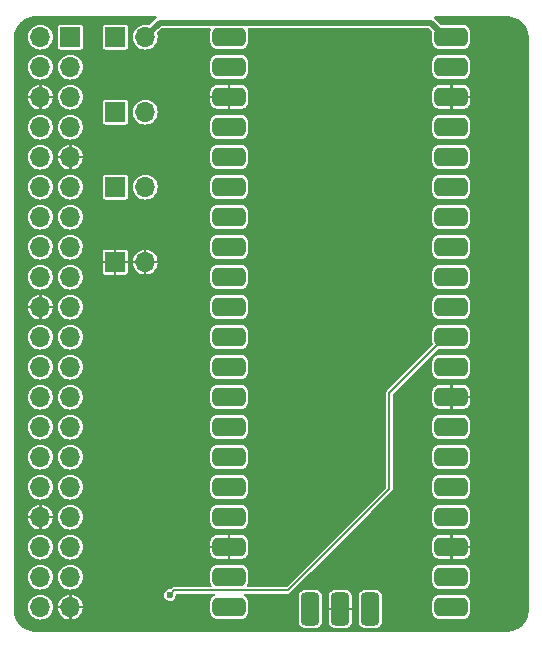
<source format=gbr>
%TF.GenerationSoftware,KiCad,Pcbnew,5.99.0-unknown-881cb3182b~117~ubuntu20.04.1*%
%TF.CreationDate,2021-02-24T10:03:54+00:00*%
%TF.ProjectId,pi400-pico-plate,70693430-302d-4706-9963-6f2d706c6174,rev?*%
%TF.SameCoordinates,Original*%
%TF.FileFunction,Copper,L2,Bot*%
%TF.FilePolarity,Positive*%
%FSLAX46Y46*%
G04 Gerber Fmt 4.6, Leading zero omitted, Abs format (unit mm)*
G04 Created by KiCad (PCBNEW 5.99.0-unknown-881cb3182b~117~ubuntu20.04.1) date 2021-02-24 10:03:54*
%MOMM*%
%LPD*%
G01*
G04 APERTURE LIST*
G04 Aperture macros list*
%AMRoundRect*
0 Rectangle with rounded corners*
0 $1 Rounding radius*
0 $2 $3 $4 $5 $6 $7 $8 $9 X,Y pos of 4 corners*
0 Add a 4 corners polygon primitive as box body*
4,1,4,$2,$3,$4,$5,$6,$7,$8,$9,$2,$3,0*
0 Add four circle primitives for the rounded corners*
1,1,$1+$1,$2,$3*
1,1,$1+$1,$4,$5*
1,1,$1+$1,$6,$7*
1,1,$1+$1,$8,$9*
0 Add four rect primitives between the rounded corners*
20,1,$1+$1,$2,$3,$4,$5,0*
20,1,$1+$1,$4,$5,$6,$7,0*
20,1,$1+$1,$6,$7,$8,$9,0*
20,1,$1+$1,$8,$9,$2,$3,0*%
G04 Aperture macros list end*
%TA.AperFunction,ComponentPad*%
%ADD10R,1.700000X1.700000*%
%TD*%
%TA.AperFunction,ComponentPad*%
%ADD11O,1.700000X1.700000*%
%TD*%
%TA.AperFunction,ComponentPad*%
%ADD12C,0.600000*%
%TD*%
%TA.AperFunction,ComponentPad*%
%ADD13RoundRect,0.400000X-1.000000X-0.400000X1.000000X-0.400000X1.000000X0.400000X-1.000000X0.400000X0*%
%TD*%
%TA.AperFunction,ComponentPad*%
%ADD14RoundRect,0.400000X-0.400000X1.000000X-0.400000X-1.000000X0.400000X-1.000000X0.400000X1.000000X0*%
%TD*%
%TA.AperFunction,ViaPad*%
%ADD15C,0.600000*%
%TD*%
%TA.AperFunction,Conductor*%
%ADD16C,0.500000*%
%TD*%
%TA.AperFunction,Conductor*%
%ADD17C,0.150000*%
%TD*%
G04 APERTURE END LIST*
D10*
%TO.P,J1,1,Pin_1*%
%TO.N,unconnected-(J1-Pad1)*%
X133985000Y-60960000D03*
D11*
%TO.P,J1,2,Pin_2*%
%TO.N,+5V*%
X131445000Y-60960000D03*
%TO.P,J1,3,Pin_3*%
%TO.N,unconnected-(J1-Pad3)*%
X133985000Y-63500000D03*
%TO.P,J1,4,Pin_4*%
%TO.N,+5V*%
X131445000Y-63500000D03*
%TO.P,J1,5,Pin_5*%
%TO.N,unconnected-(J1-Pad5)*%
X133985000Y-66040000D03*
%TO.P,J1,6,Pin_6*%
%TO.N,GND*%
X131445000Y-66040000D03*
%TO.P,J1,7,Pin_7*%
%TO.N,unconnected-(J1-Pad7)*%
X133985000Y-68580000D03*
%TO.P,J1,8,Pin_8*%
%TO.N,/PI_UART_TX*%
X131445000Y-68580000D03*
%TO.P,J1,9,Pin_9*%
%TO.N,GND*%
X133985000Y-71120000D03*
%TO.P,J1,10,Pin_10*%
%TO.N,/PI_UART_RX*%
X131445000Y-71120000D03*
%TO.P,J1,11,Pin_11*%
%TO.N,unconnected-(J1-Pad11)*%
X133985000Y-73660000D03*
%TO.P,J1,12,Pin_12*%
%TO.N,unconnected-(J1-Pad12)*%
X131445000Y-73660000D03*
%TO.P,J1,13,Pin_13*%
%TO.N,unconnected-(J1-Pad13)*%
X133985000Y-76200000D03*
%TO.P,J1,14,Pin_14*%
%TO.N,unconnected-(J1-Pad14)*%
X131445000Y-76200000D03*
%TO.P,J1,15,Pin_15*%
%TO.N,unconnected-(J1-Pad15)*%
X133985000Y-78740000D03*
%TO.P,J1,16,Pin_16*%
%TO.N,unconnected-(J1-Pad16)*%
X131445000Y-78740000D03*
%TO.P,J1,17,Pin_17*%
%TO.N,unconnected-(J1-Pad17)*%
X133985000Y-81280000D03*
%TO.P,J1,18,Pin_18*%
%TO.N,/SWDIO*%
X131445000Y-81280000D03*
%TO.P,J1,19,Pin_19*%
%TO.N,unconnected-(J1-Pad19)*%
X133985000Y-83820000D03*
%TO.P,J1,20,Pin_20*%
%TO.N,GND*%
X131445000Y-83820000D03*
%TO.P,J1,21,Pin_21*%
%TO.N,unconnected-(J1-Pad21)*%
X133985000Y-86360000D03*
%TO.P,J1,22,Pin_22*%
%TO.N,/SWCLK*%
X131445000Y-86360000D03*
%TO.P,J1,23,Pin_23*%
%TO.N,unconnected-(J1-Pad23)*%
X133985000Y-88900000D03*
%TO.P,J1,24,Pin_24*%
%TO.N,unconnected-(J1-Pad24)*%
X131445000Y-88900000D03*
%TO.P,J1,25,Pin_25*%
%TO.N,unconnected-(J1-Pad25)*%
X133985000Y-91440000D03*
%TO.P,J1,26,Pin_26*%
%TO.N,unconnected-(J1-Pad26)*%
X131445000Y-91440000D03*
%TO.P,J1,27,Pin_27*%
%TO.N,unconnected-(J1-Pad27)*%
X133985000Y-93980000D03*
%TO.P,J1,28,Pin_28*%
%TO.N,unconnected-(J1-Pad28)*%
X131445000Y-93980000D03*
%TO.P,J1,29,Pin_29*%
%TO.N,unconnected-(J1-Pad29)*%
X133985000Y-96520000D03*
%TO.P,J1,30,Pin_30*%
%TO.N,unconnected-(J1-Pad30)*%
X131445000Y-96520000D03*
%TO.P,J1,31,Pin_31*%
%TO.N,unconnected-(J1-Pad31)*%
X133985000Y-99060000D03*
%TO.P,J1,32,Pin_32*%
%TO.N,unconnected-(J1-Pad32)*%
X131445000Y-99060000D03*
%TO.P,J1,33,Pin_33*%
%TO.N,unconnected-(J1-Pad33)*%
X133985000Y-101600000D03*
%TO.P,J1,34,Pin_34*%
%TO.N,GND*%
X131445000Y-101600000D03*
%TO.P,J1,35,Pin_35*%
%TO.N,unconnected-(J1-Pad35)*%
X133985000Y-104140000D03*
%TO.P,J1,36,Pin_36*%
%TO.N,unconnected-(J1-Pad36)*%
X131445000Y-104140000D03*
%TO.P,J1,37,Pin_37*%
%TO.N,unconnected-(J1-Pad37)*%
X133985000Y-106680000D03*
%TO.P,J1,38,Pin_38*%
%TO.N,unconnected-(J1-Pad38)*%
X131445000Y-106680000D03*
%TO.P,J1,39,Pin_39*%
%TO.N,GND*%
X133985000Y-109220000D03*
%TO.P,J1,40,Pin_40*%
%TO.N,unconnected-(J1-Pad40)*%
X131445000Y-109220000D03*
%TD*%
D12*
%TO.P,U1,1,GP0*%
%TO.N,/PICO_UART_TX*%
X146345000Y-60940000D03*
D13*
X147445000Y-60940000D03*
D12*
%TO.P,U1,2,GP1*%
%TO.N,/PICO_UART_RX*%
X146345000Y-63480000D03*
D13*
X147445000Y-63480000D03*
D12*
%TO.P,U1,3,GND*%
%TO.N,GND*%
X146345000Y-66020000D03*
D13*
X147445000Y-66020000D03*
D12*
%TO.P,U1,4,GP2*%
%TO.N,unconnected-(U1-Pad4)*%
X146345000Y-68560000D03*
D13*
X147445000Y-68560000D03*
D12*
%TO.P,U1,5,GP3*%
%TO.N,unconnected-(U1-Pad5)*%
X146345000Y-71100000D03*
D13*
X147445000Y-71100000D03*
%TO.P,U1,6,GP4*%
%TO.N,unconnected-(U1-Pad6)*%
X147445000Y-73640000D03*
D12*
X146345000Y-73640000D03*
%TO.P,U1,7,GP5*%
%TO.N,unconnected-(U1-Pad7)*%
X146345000Y-76180000D03*
D13*
X147445000Y-76180000D03*
D12*
%TO.P,U1,8,GND*%
%TO.N,unconnected-(U1-Pad8)*%
X146345000Y-78720000D03*
D13*
X147445000Y-78720000D03*
%TO.P,U1,9,GP6*%
%TO.N,unconnected-(U1-Pad9)*%
X147445000Y-81260000D03*
D12*
X146345000Y-81260000D03*
D13*
%TO.P,U1,10,GP7*%
%TO.N,unconnected-(U1-Pad10)*%
X147445000Y-83800000D03*
D12*
X146345000Y-83800000D03*
%TO.P,U1,11,GP8*%
%TO.N,unconnected-(U1-Pad11)*%
X146345000Y-86340000D03*
D13*
X147445000Y-86340000D03*
D12*
%TO.P,U1,12,GP9*%
%TO.N,unconnected-(U1-Pad12)*%
X146345000Y-88880000D03*
D13*
X147445000Y-88880000D03*
%TO.P,U1,13,GND*%
%TO.N,unconnected-(U1-Pad13)*%
X147445000Y-91420000D03*
D12*
X146345000Y-91420000D03*
D13*
%TO.P,U1,14,GP10*%
%TO.N,unconnected-(U1-Pad14)*%
X147445000Y-93960000D03*
D12*
X146345000Y-93960000D03*
D13*
%TO.P,U1,15,GP11*%
%TO.N,unconnected-(U1-Pad15)*%
X147445000Y-96500000D03*
D12*
X146345000Y-96500000D03*
D13*
%TO.P,U1,16,GP12*%
%TO.N,unconnected-(U1-Pad16)*%
X147445000Y-99040000D03*
D12*
X146345000Y-99040000D03*
%TO.P,U1,17,GP13*%
%TO.N,unconnected-(U1-Pad17)*%
X146345000Y-101580000D03*
D13*
X147445000Y-101580000D03*
%TO.P,U1,18,GND*%
%TO.N,GND*%
X147445000Y-104120000D03*
D12*
X146345000Y-104120000D03*
%TO.P,U1,19,GP14*%
%TO.N,unconnected-(U1-Pad19)*%
X146345000Y-106660000D03*
D13*
X147445000Y-106660000D03*
D12*
%TO.P,U1,20,GP15*%
%TO.N,unconnected-(U1-Pad20)*%
X146345000Y-109200000D03*
D13*
X147445000Y-109200000D03*
D12*
%TO.P,U1,21,GP16*%
%TO.N,unconnected-(U1-Pad21)*%
X167345000Y-109200000D03*
D13*
X166245000Y-109200000D03*
D12*
%TO.P,U1,22,GP17*%
%TO.N,unconnected-(U1-Pad22)*%
X167345000Y-106660000D03*
D13*
X166245000Y-106660000D03*
D12*
%TO.P,U1,23,GND*%
%TO.N,GND*%
X167345000Y-104120000D03*
D13*
X166245000Y-104120000D03*
D12*
%TO.P,U1,24,GP18*%
%TO.N,unconnected-(U1-Pad24)*%
X167345000Y-101580000D03*
D13*
X166245000Y-101580000D03*
%TO.P,U1,25,GP19*%
%TO.N,unconnected-(U1-Pad25)*%
X166245000Y-99040000D03*
D12*
X167345000Y-99040000D03*
D13*
%TO.P,U1,26,GP20*%
%TO.N,unconnected-(U1-Pad26)*%
X166245000Y-96500000D03*
D12*
X167345000Y-96500000D03*
%TO.P,U1,27,GP21*%
%TO.N,unconnected-(U1-Pad27)*%
X167345000Y-93960000D03*
D13*
X166245000Y-93960000D03*
D12*
%TO.P,U1,28,GND*%
%TO.N,GND*%
X167345000Y-91420000D03*
D13*
X166245000Y-91420000D03*
%TO.P,U1,29,GP22*%
%TO.N,unconnected-(U1-Pad29)*%
X166245000Y-88880000D03*
D12*
X167345000Y-88880000D03*
%TO.P,U1,30,RUN*%
%TO.N,Net-(SW1-Pad1)*%
X167345000Y-86340000D03*
D13*
X166245000Y-86340000D03*
%TO.P,U1,31,GP26*%
%TO.N,unconnected-(U1-Pad31)*%
X166245000Y-83800000D03*
D12*
X167345000Y-83800000D03*
D13*
%TO.P,U1,32,GP27*%
%TO.N,unconnected-(U1-Pad32)*%
X166245000Y-81260000D03*
D12*
X167345000Y-81260000D03*
D13*
%TO.P,U1,33,AGND*%
%TO.N,unconnected-(U1-Pad33)*%
X166245000Y-78720000D03*
D12*
X167345000Y-78720000D03*
D13*
%TO.P,U1,34,GP28*%
%TO.N,unconnected-(U1-Pad34)*%
X166245000Y-76180000D03*
D12*
X167345000Y-76180000D03*
D13*
%TO.P,U1,35,ADC_VREF*%
%TO.N,unconnected-(U1-Pad35)*%
X166245000Y-73640000D03*
D12*
X167345000Y-73640000D03*
D13*
%TO.P,U1,36,3V3_OUT*%
%TO.N,unconnected-(U1-Pad36)*%
X166245000Y-71100000D03*
D12*
X167345000Y-71100000D03*
D13*
%TO.P,U1,37,3V3_EN*%
%TO.N,unconnected-(U1-Pad37)*%
X166245000Y-68560000D03*
D12*
X167345000Y-68560000D03*
D13*
%TO.P,U1,38,GND*%
%TO.N,GND*%
X166245000Y-66020000D03*
D12*
X167345000Y-66020000D03*
%TO.P,U1,39,VSYS*%
%TO.N,+5V*%
X167345000Y-63480000D03*
D13*
X166245000Y-63480000D03*
D12*
%TO.P,U1,40,VBUS*%
%TO.N,VBUS*%
X167345000Y-60940000D03*
D13*
X166245000Y-60940000D03*
D14*
%TO.P,U1,D1,SWCLK*%
%TO.N,/SWCLK*%
X154305000Y-109370000D03*
D12*
X154305000Y-110470000D03*
D14*
%TO.P,U1,D2,GND*%
%TO.N,GND*%
X156845000Y-109370000D03*
D12*
X156845000Y-110470000D03*
%TO.P,U1,D3,SWDIO*%
%TO.N,/SWDIO*%
X159385000Y-110470000D03*
D14*
X159385000Y-109370000D03*
%TD*%
D10*
%TO.P,J4,1,Pin_1*%
%TO.N,/PI_UART_TX*%
X137790000Y-73660000D03*
D11*
%TO.P,J4,2,Pin_2*%
%TO.N,/PICO_UART_RX*%
X140330000Y-73660000D03*
%TD*%
D10*
%TO.P,J2,1,Pin_1*%
%TO.N,/PI_UART_RX*%
X137790000Y-67310000D03*
D11*
%TO.P,J2,2,Pin_2*%
%TO.N,/PICO_UART_TX*%
X140330000Y-67310000D03*
%TD*%
D10*
%TO.P,J5,1,Pin_1*%
%TO.N,GND*%
X137790000Y-80010000D03*
D11*
%TO.P,J5,2,Pin_2*%
X140330000Y-80010000D03*
%TD*%
D10*
%TO.P,J3,1,Pin_1*%
%TO.N,+5V*%
X137790000Y-60960000D03*
D11*
%TO.P,J3,2,Pin_2*%
%TO.N,VBUS*%
X140330000Y-60960000D03*
%TD*%
D15*
%TO.N,GND*%
X145500000Y-60950000D03*
X160000000Y-107400000D03*
X135420000Y-68460000D03*
X158000000Y-103200000D03*
X153700000Y-107400000D03*
X160310000Y-90930000D03*
X146120000Y-62220000D03*
X161400000Y-64800000D03*
X161690000Y-91430000D03*
X137130000Y-72240000D03*
X145400000Y-94100000D03*
X154900000Y-107400000D03*
X157000000Y-102200000D03*
X158900000Y-102200000D03*
X161400000Y-60600000D03*
X157900000Y-101200000D03*
X137890000Y-59550000D03*
X149300000Y-94700000D03*
X154900000Y-104400000D03*
X168400000Y-59800000D03*
X158700000Y-107400000D03*
X130850000Y-69860000D03*
X132710000Y-86840000D03*
X153700000Y-105400000D03*
%TO.N,Net-(SW1-Pad1)*%
X142400000Y-108200000D03*
%TD*%
D16*
%TO.N,VBUS*%
X141550020Y-59739980D02*
X164544980Y-59739980D01*
X140330000Y-60960000D02*
X141550020Y-59739980D01*
X164544980Y-59739980D02*
X165745000Y-60940000D01*
D17*
%TO.N,Net-(SW1-Pad1)*%
X161000000Y-99200000D02*
X152400000Y-107800000D01*
X142800000Y-107800000D02*
X142400000Y-108200000D01*
X152400000Y-107800000D02*
X142800000Y-107800000D01*
X165745000Y-86340000D02*
X161000000Y-91085000D01*
X161000000Y-91085000D02*
X161000000Y-99200000D01*
%TD*%
%TA.AperFunction,Conductor*%
%TO.N,GND*%
G36*
X141272892Y-59218907D02*
G01*
X141308856Y-59268407D01*
X141308856Y-59329593D01*
X141279260Y-59373883D01*
X141279297Y-59373923D01*
X141279131Y-59374076D01*
X141278993Y-59374283D01*
X141277870Y-59375242D01*
X141277860Y-59375252D01*
X141276392Y-59376505D01*
X141237965Y-59414932D01*
X141235163Y-59417625D01*
X141194534Y-59455182D01*
X141191121Y-59461057D01*
X141184959Y-59467938D01*
X140725432Y-59927465D01*
X140670915Y-59955242D01*
X140626153Y-59952034D01*
X140546859Y-59927488D01*
X140546855Y-59927487D01*
X140542238Y-59926058D01*
X140537431Y-59925553D01*
X140537427Y-59925552D01*
X140342185Y-59905032D01*
X140342183Y-59905032D01*
X140337369Y-59904526D01*
X140269372Y-59910714D01*
X140137039Y-59922757D01*
X140137036Y-59922758D01*
X140132219Y-59923196D01*
X140127577Y-59924562D01*
X140127573Y-59924563D01*
X139939250Y-59979989D01*
X139939247Y-59979990D01*
X139934603Y-59981357D01*
X139930309Y-59983602D01*
X139756344Y-60074548D01*
X139756340Y-60074551D01*
X139752047Y-60076795D01*
X139748271Y-60079831D01*
X139748268Y-60079833D01*
X139710748Y-60110000D01*
X139591505Y-60205874D01*
X139556661Y-60247400D01*
X139462202Y-60359971D01*
X139462199Y-60359975D01*
X139459093Y-60363677D01*
X139359853Y-60544194D01*
X139358389Y-60548808D01*
X139358388Y-60548811D01*
X139326199Y-60650283D01*
X139297565Y-60740549D01*
X139297025Y-60745361D01*
X139297025Y-60745362D01*
X139275619Y-60936209D01*
X139274603Y-60945263D01*
X139291840Y-61150538D01*
X139348621Y-61348555D01*
X139442782Y-61531773D01*
X139570737Y-61693212D01*
X139727612Y-61826723D01*
X139731835Y-61829083D01*
X139731839Y-61829086D01*
X139838401Y-61888641D01*
X139907432Y-61927221D01*
X139912030Y-61928715D01*
X140098742Y-61989382D01*
X140098745Y-61989383D01*
X140103347Y-61990878D01*
X140307895Y-62015269D01*
X140312717Y-62014898D01*
X140312720Y-62014898D01*
X140508458Y-61999837D01*
X140508463Y-61999836D01*
X140513286Y-61999465D01*
X140711695Y-61944068D01*
X140716013Y-61941887D01*
X140891244Y-61853371D01*
X140891246Y-61853370D01*
X140895565Y-61851188D01*
X141057893Y-61724363D01*
X141061055Y-61720700D01*
X141061060Y-61720695D01*
X141189332Y-61572089D01*
X141192496Y-61568424D01*
X141215766Y-61527463D01*
X141291858Y-61393517D01*
X141291859Y-61393514D01*
X141294247Y-61389311D01*
X141309355Y-61343897D01*
X141357743Y-61198435D01*
X141357743Y-61198433D01*
X141359270Y-61193844D01*
X141364154Y-61155187D01*
X141384740Y-60992225D01*
X141385088Y-60989471D01*
X141385500Y-60960000D01*
X141383167Y-60936209D01*
X141365870Y-60759796D01*
X141365869Y-60759792D01*
X141365398Y-60754986D01*
X141337701Y-60663249D01*
X141338983Y-60602078D01*
X141362472Y-60564632D01*
X141707628Y-60219476D01*
X141762145Y-60191699D01*
X141777632Y-60190480D01*
X145791831Y-60190480D01*
X145850022Y-60209387D01*
X145885986Y-60258887D01*
X145885986Y-60320073D01*
X145883299Y-60327356D01*
X145860132Y-60383285D01*
X145844500Y-60502021D01*
X145844500Y-60894296D01*
X145843321Y-60909527D01*
X145839538Y-60933824D01*
X145840453Y-60940822D01*
X145840453Y-60940823D01*
X145843664Y-60965378D01*
X145844500Y-60978214D01*
X145844500Y-61377979D01*
X145860132Y-61496715D01*
X145920622Y-61642750D01*
X146016847Y-61768153D01*
X146142250Y-61864378D01*
X146288285Y-61924868D01*
X146407021Y-61940500D01*
X148482979Y-61940500D01*
X148601715Y-61924868D01*
X148747750Y-61864378D01*
X148873153Y-61768153D01*
X148969378Y-61642750D01*
X149029868Y-61496715D01*
X149045500Y-61377979D01*
X149045500Y-60502021D01*
X149029868Y-60383285D01*
X149006705Y-60327365D01*
X149001904Y-60266370D01*
X149033873Y-60214200D01*
X149090401Y-60190785D01*
X149098169Y-60190480D01*
X164317369Y-60190480D01*
X164375560Y-60209387D01*
X164387373Y-60219476D01*
X164615504Y-60447607D01*
X164643281Y-60502124D01*
X164644500Y-60517611D01*
X164644500Y-61377979D01*
X164660132Y-61496715D01*
X164720622Y-61642750D01*
X164816847Y-61768153D01*
X164942250Y-61864378D01*
X165088285Y-61924868D01*
X165207021Y-61940500D01*
X167282979Y-61940500D01*
X167401715Y-61924868D01*
X167547750Y-61864378D01*
X167673153Y-61768153D01*
X167769378Y-61642750D01*
X167829868Y-61496715D01*
X167845500Y-61377979D01*
X167845500Y-60989442D01*
X167846872Y-60973017D01*
X167849715Y-60956120D01*
X167849715Y-60956117D01*
X167850349Y-60952350D01*
X167850500Y-60940000D01*
X167846500Y-60912069D01*
X167845500Y-60898034D01*
X167845500Y-60502021D01*
X167829868Y-60383285D01*
X167769378Y-60237250D01*
X167673153Y-60111847D01*
X167547750Y-60015622D01*
X167413636Y-59960070D01*
X167407712Y-59957616D01*
X167401715Y-59955132D01*
X167282979Y-59939500D01*
X165422612Y-59939500D01*
X165364421Y-59920593D01*
X165352608Y-59910504D01*
X164886061Y-59443957D01*
X164878319Y-59435243D01*
X164861374Y-59413748D01*
X164861373Y-59413747D01*
X164856791Y-59407935D01*
X164817011Y-59380441D01*
X164779891Y-59331802D01*
X164778450Y-59270634D01*
X164813238Y-59220300D01*
X164873299Y-59200000D01*
X170943699Y-59200000D01*
X170967637Y-59202938D01*
X170968720Y-59203208D01*
X170968724Y-59203208D01*
X170974159Y-59204563D01*
X171082240Y-59206532D01*
X171087467Y-59206766D01*
X171153439Y-59211485D01*
X171160430Y-59212237D01*
X171349729Y-59239454D01*
X171356676Y-59240707D01*
X171376305Y-59244977D01*
X171406380Y-59251520D01*
X171413227Y-59253267D01*
X171596723Y-59307147D01*
X171603426Y-59309378D01*
X171616506Y-59314256D01*
X171651110Y-59327163D01*
X171657622Y-59329861D01*
X171831554Y-59409294D01*
X171837873Y-59412456D01*
X171870211Y-59430113D01*
X171879606Y-59435243D01*
X171882534Y-59436842D01*
X171888608Y-59440447D01*
X172049482Y-59543834D01*
X172055279Y-59547858D01*
X172096021Y-59578359D01*
X172101521Y-59582791D01*
X172128687Y-59606330D01*
X172246035Y-59708013D01*
X172251192Y-59712814D01*
X172287191Y-59748813D01*
X172292006Y-59753986D01*
X172417206Y-59898474D01*
X172421639Y-59903974D01*
X172422431Y-59905032D01*
X172452144Y-59944725D01*
X172456174Y-59950529D01*
X172559561Y-60111404D01*
X172563155Y-60117462D01*
X172587540Y-60162120D01*
X172590701Y-60168433D01*
X172618076Y-60228376D01*
X172670145Y-60342392D01*
X172672849Y-60348922D01*
X172690624Y-60396580D01*
X172692856Y-60403284D01*
X172746732Y-60586767D01*
X172748479Y-60593613D01*
X172759297Y-60643344D01*
X172760547Y-60650271D01*
X172787763Y-60839570D01*
X172788515Y-60846561D01*
X172793232Y-60912504D01*
X172793467Y-60917745D01*
X172795433Y-61025649D01*
X172796766Y-61031040D01*
X172796767Y-61031044D01*
X172797103Y-61032403D01*
X172800000Y-61056176D01*
X172800000Y-109443699D01*
X172797062Y-109467637D01*
X172795437Y-109474159D01*
X172795298Y-109481818D01*
X172793469Y-109582223D01*
X172793234Y-109587467D01*
X172788515Y-109653439D01*
X172787763Y-109660431D01*
X172760548Y-109849718D01*
X172760547Y-109849725D01*
X172759292Y-109856681D01*
X172748479Y-109906385D01*
X172746732Y-109913231D01*
X172692860Y-110096705D01*
X172690629Y-110103408D01*
X172686913Y-110113371D01*
X172672845Y-110151089D01*
X172670144Y-110157611D01*
X172616412Y-110275269D01*
X172590702Y-110331565D01*
X172587545Y-110337872D01*
X172568697Y-110372389D01*
X172563156Y-110382537D01*
X172559550Y-110388613D01*
X172456171Y-110549475D01*
X172452140Y-110555281D01*
X172421643Y-110596020D01*
X172417209Y-110601522D01*
X172292008Y-110746012D01*
X172287193Y-110751185D01*
X172251182Y-110787196D01*
X172246025Y-110791997D01*
X172101509Y-110917220D01*
X172096017Y-110921645D01*
X172055280Y-110952140D01*
X172049476Y-110956170D01*
X171888611Y-111059552D01*
X171882538Y-111063156D01*
X171837872Y-111087545D01*
X171831580Y-111090694D01*
X171831564Y-111090702D01*
X171657611Y-111170143D01*
X171651083Y-111172847D01*
X171628098Y-111181420D01*
X171603411Y-111190628D01*
X171596707Y-111192859D01*
X171413234Y-111246731D01*
X171406390Y-111248478D01*
X171356670Y-111259293D01*
X171349718Y-111260547D01*
X171254188Y-111274283D01*
X171160430Y-111287763D01*
X171153436Y-111288515D01*
X171087479Y-111293233D01*
X171082255Y-111293467D01*
X170974351Y-111295433D01*
X170968960Y-111296766D01*
X170968956Y-111296767D01*
X170967597Y-111297103D01*
X170943824Y-111300000D01*
X131056301Y-111300000D01*
X131032363Y-111297062D01*
X131031280Y-111296792D01*
X131031276Y-111296792D01*
X131025841Y-111295437D01*
X130917760Y-111293468D01*
X130912533Y-111293234D01*
X130846561Y-111288515D01*
X130839569Y-111287763D01*
X130650270Y-111260546D01*
X130643325Y-111259293D01*
X130608582Y-111251735D01*
X130593615Y-111248479D01*
X130586769Y-111246732D01*
X130403295Y-111192860D01*
X130396589Y-111190628D01*
X130396587Y-111190627D01*
X130348911Y-111172845D01*
X130342382Y-111170141D01*
X130168435Y-111090702D01*
X130162128Y-111087545D01*
X130127611Y-111068697D01*
X130117463Y-111063156D01*
X130111387Y-111059550D01*
X129950525Y-110956171D01*
X129944719Y-110952140D01*
X129903980Y-110921643D01*
X129898478Y-110917209D01*
X129753988Y-110792008D01*
X129748815Y-110787193D01*
X129712804Y-110751182D01*
X129708003Y-110746025D01*
X129582780Y-110601509D01*
X129578355Y-110596017D01*
X129547860Y-110555280D01*
X129543830Y-110549476D01*
X129450812Y-110404738D01*
X129440444Y-110388605D01*
X129436842Y-110382534D01*
X129412455Y-110337872D01*
X129409301Y-110331571D01*
X129409299Y-110331565D01*
X129372712Y-110251451D01*
X129329857Y-110157611D01*
X129327153Y-110151083D01*
X129313087Y-110113371D01*
X129309371Y-110103408D01*
X129307141Y-110096707D01*
X129275333Y-109988380D01*
X129253268Y-109913231D01*
X129251522Y-109906390D01*
X129240707Y-109856670D01*
X129239453Y-109849718D01*
X129214990Y-109679578D01*
X129212237Y-109660430D01*
X129211485Y-109653436D01*
X129206767Y-109587479D01*
X129206532Y-109582237D01*
X129204700Y-109481626D01*
X129204567Y-109474351D01*
X129203234Y-109468960D01*
X129203233Y-109468956D01*
X129202897Y-109467597D01*
X129200000Y-109443824D01*
X129200000Y-109205263D01*
X130389603Y-109205263D01*
X130395039Y-109270000D01*
X130406428Y-109405629D01*
X130406840Y-109410538D01*
X130408173Y-109415186D01*
X130408173Y-109415187D01*
X130425073Y-109474122D01*
X130463621Y-109608555D01*
X130465836Y-109612865D01*
X130479251Y-109638967D01*
X130557782Y-109791773D01*
X130685737Y-109953212D01*
X130689417Y-109956344D01*
X130689419Y-109956346D01*
X130725843Y-109987345D01*
X130842612Y-110086723D01*
X130846835Y-110089083D01*
X130846839Y-110089086D01*
X130957771Y-110151083D01*
X131022432Y-110187221D01*
X131027030Y-110188715D01*
X131213742Y-110249382D01*
X131213745Y-110249383D01*
X131218347Y-110250878D01*
X131422895Y-110275269D01*
X131427717Y-110274898D01*
X131427720Y-110274898D01*
X131623458Y-110259837D01*
X131623463Y-110259836D01*
X131628286Y-110259465D01*
X131826695Y-110204068D01*
X131831013Y-110201887D01*
X132006244Y-110113371D01*
X132006246Y-110113370D01*
X132010565Y-110111188D01*
X132172893Y-109984363D01*
X132176055Y-109980700D01*
X132176060Y-109980695D01*
X132283105Y-109856681D01*
X132307496Y-109828424D01*
X132326316Y-109795296D01*
X132406858Y-109653517D01*
X132406859Y-109653514D01*
X132409247Y-109649311D01*
X132410844Y-109644513D01*
X132472743Y-109458435D01*
X132472743Y-109458433D01*
X132474270Y-109453844D01*
X132479154Y-109415187D01*
X132489935Y-109329846D01*
X132940564Y-109329846D01*
X132946927Y-109405629D01*
X132948665Y-109415097D01*
X133002751Y-109603714D01*
X133006302Y-109612682D01*
X133095986Y-109787191D01*
X133101209Y-109795296D01*
X133223096Y-109949078D01*
X133229779Y-109955999D01*
X133379210Y-110083174D01*
X133387124Y-110088675D01*
X133558406Y-110184401D01*
X133567234Y-110188258D01*
X133753855Y-110248895D01*
X133763255Y-110250962D01*
X133869432Y-110263623D01*
X133882514Y-110261032D01*
X133883955Y-110259476D01*
X133885000Y-110254722D01*
X133885000Y-109335680D01*
X133882583Y-109328243D01*
X134085000Y-109328243D01*
X134085000Y-110249694D01*
X134089122Y-110262379D01*
X134091735Y-110264278D01*
X134094679Y-110264629D01*
X134163371Y-110259344D01*
X134172862Y-110257670D01*
X134361853Y-110204903D01*
X134370832Y-110201421D01*
X134545976Y-110112949D01*
X134554114Y-110107784D01*
X134708734Y-109986982D01*
X134715710Y-109980340D01*
X134843923Y-109831802D01*
X134849482Y-109823922D01*
X134946397Y-109653320D01*
X134950318Y-109644513D01*
X135012255Y-109458328D01*
X135014390Y-109448927D01*
X135028712Y-109335556D01*
X135026212Y-109322454D01*
X135024802Y-109321130D01*
X135019747Y-109320000D01*
X134100680Y-109320000D01*
X134087995Y-109324122D01*
X134085000Y-109328243D01*
X133882583Y-109328243D01*
X133880878Y-109322995D01*
X133876757Y-109320000D01*
X132955417Y-109320000D01*
X132942732Y-109324122D01*
X132940941Y-109326586D01*
X132940564Y-109329846D01*
X132489935Y-109329846D01*
X132499740Y-109252225D01*
X132500088Y-109249471D01*
X132500500Y-109220000D01*
X132498167Y-109196209D01*
X132489167Y-109104417D01*
X132941415Y-109104417D01*
X132944097Y-109117483D01*
X132945800Y-109119039D01*
X132950246Y-109120000D01*
X133869320Y-109120000D01*
X133882005Y-109115878D01*
X133885000Y-109111757D01*
X133885000Y-108190477D01*
X133883275Y-108185169D01*
X134085000Y-108185169D01*
X134085000Y-109104320D01*
X134089122Y-109117005D01*
X134093243Y-109120000D01*
X135014515Y-109120000D01*
X135027200Y-109115878D01*
X135028774Y-109113712D01*
X135029197Y-109109820D01*
X135020380Y-109019893D01*
X135018511Y-109010455D01*
X134961795Y-108822603D01*
X134958124Y-108813699D01*
X134866004Y-108640445D01*
X134860671Y-108632419D01*
X134736657Y-108480363D01*
X134729868Y-108473526D01*
X134578676Y-108348448D01*
X134570693Y-108343064D01*
X134398083Y-108249734D01*
X134389212Y-108246005D01*
X134220643Y-108193824D01*
X141894538Y-108193824D01*
X141895453Y-108200822D01*
X141912189Y-108328808D01*
X141913121Y-108335939D01*
X141915962Y-108342395D01*
X141915962Y-108342396D01*
X141917870Y-108346731D01*
X141970845Y-108467126D01*
X141975382Y-108472523D01*
X141975383Y-108472525D01*
X141978522Y-108476259D01*
X142063068Y-108576838D01*
X142068939Y-108580746D01*
X142068940Y-108580747D01*
X142081235Y-108588931D01*
X142182377Y-108656257D01*
X142189104Y-108658359D01*
X142189107Y-108658360D01*
X142312448Y-108696894D01*
X142312449Y-108696894D01*
X142319180Y-108698997D01*
X142390831Y-108700311D01*
X142455427Y-108701495D01*
X142455429Y-108701495D01*
X142462481Y-108701624D01*
X142469284Y-108699769D01*
X142469286Y-108699769D01*
X142516065Y-108687015D01*
X142600758Y-108663925D01*
X142722897Y-108588931D01*
X142819078Y-108482672D01*
X142870276Y-108377000D01*
X142878494Y-108360038D01*
X142881570Y-108353689D01*
X142883428Y-108342650D01*
X142904715Y-108216120D01*
X142904715Y-108216117D01*
X142905349Y-108212350D01*
X142905500Y-108200000D01*
X142903858Y-108188535D01*
X142914324Y-108128252D01*
X142958226Y-108085634D01*
X143001858Y-108075500D01*
X146127680Y-108075500D01*
X146185871Y-108094407D01*
X146221835Y-108143907D01*
X146221835Y-108205093D01*
X146185871Y-108254593D01*
X146165566Y-108265964D01*
X146142250Y-108275622D01*
X146016847Y-108371847D01*
X145920622Y-108497250D01*
X145860132Y-108643285D01*
X145844500Y-108762021D01*
X145844500Y-109154296D01*
X145843321Y-109169527D01*
X145839538Y-109193824D01*
X145840453Y-109200822D01*
X145840453Y-109200823D01*
X145843664Y-109225378D01*
X145844500Y-109238214D01*
X145844500Y-109637979D01*
X145860132Y-109756715D01*
X145920622Y-109902750D01*
X146016847Y-110028153D01*
X146142250Y-110124378D01*
X146288285Y-110184868D01*
X146407021Y-110200500D01*
X148482979Y-110200500D01*
X148601715Y-110184868D01*
X148747750Y-110124378D01*
X148873153Y-110028153D01*
X148969378Y-109902750D01*
X149029868Y-109756715D01*
X149045500Y-109637979D01*
X149045500Y-108762021D01*
X149029868Y-108643285D01*
X148969378Y-108497250D01*
X148873153Y-108371847D01*
X148821251Y-108332021D01*
X153304500Y-108332021D01*
X153304500Y-110407979D01*
X153320132Y-110526715D01*
X153380622Y-110672750D01*
X153476847Y-110798153D01*
X153602250Y-110894378D01*
X153748285Y-110954868D01*
X153867021Y-110970500D01*
X154305280Y-110970500D01*
X154307095Y-110970517D01*
X154360427Y-110971495D01*
X154360429Y-110971495D01*
X154367481Y-110971624D01*
X154370735Y-110970737D01*
X154374555Y-110970500D01*
X154742979Y-110970500D01*
X154861715Y-110954868D01*
X155007750Y-110894378D01*
X155133153Y-110798153D01*
X155229378Y-110672750D01*
X155289868Y-110526715D01*
X155305500Y-110407979D01*
X155305500Y-109478243D01*
X155845000Y-109478243D01*
X155845000Y-110404738D01*
X155845423Y-110411192D01*
X155859768Y-110520150D01*
X155863099Y-110532583D01*
X155918572Y-110666505D01*
X155925006Y-110677649D01*
X156013246Y-110792647D01*
X156022353Y-110801754D01*
X156137351Y-110889994D01*
X156148495Y-110896428D01*
X156282417Y-110951901D01*
X156294850Y-110955232D01*
X156403808Y-110969577D01*
X156410262Y-110970000D01*
X156844991Y-110970000D01*
X156846805Y-110970017D01*
X156900363Y-110970999D01*
X156902287Y-110970759D01*
X156914524Y-110970000D01*
X157279738Y-110970000D01*
X157286192Y-110969577D01*
X157395150Y-110955232D01*
X157407583Y-110951901D01*
X157541505Y-110896428D01*
X157552649Y-110889994D01*
X157667647Y-110801754D01*
X157676754Y-110792647D01*
X157764994Y-110677649D01*
X157771428Y-110666505D01*
X157826901Y-110532583D01*
X157830232Y-110520150D01*
X157844577Y-110411192D01*
X157845000Y-110404738D01*
X157845000Y-109485680D01*
X157840878Y-109472995D01*
X157836757Y-109470000D01*
X155860680Y-109470000D01*
X155847995Y-109474122D01*
X155845000Y-109478243D01*
X155305500Y-109478243D01*
X155305500Y-108335262D01*
X155845000Y-108335262D01*
X155845000Y-109254320D01*
X155849122Y-109267005D01*
X155853243Y-109270000D01*
X157829320Y-109270000D01*
X157842005Y-109265878D01*
X157845000Y-109261757D01*
X157845000Y-108335262D01*
X157844788Y-108332021D01*
X158384500Y-108332021D01*
X158384500Y-110407979D01*
X158400132Y-110526715D01*
X158460622Y-110672750D01*
X158556847Y-110798153D01*
X158682250Y-110894378D01*
X158828285Y-110954868D01*
X158947021Y-110970500D01*
X159385280Y-110970500D01*
X159387095Y-110970517D01*
X159440427Y-110971495D01*
X159440429Y-110971495D01*
X159447481Y-110971624D01*
X159450735Y-110970737D01*
X159454555Y-110970500D01*
X159822979Y-110970500D01*
X159941715Y-110954868D01*
X160087750Y-110894378D01*
X160213153Y-110798153D01*
X160309378Y-110672750D01*
X160369868Y-110526715D01*
X160385500Y-110407979D01*
X160385500Y-108762021D01*
X164644500Y-108762021D01*
X164644500Y-109637979D01*
X164660132Y-109756715D01*
X164720622Y-109902750D01*
X164816847Y-110028153D01*
X164942250Y-110124378D01*
X165088285Y-110184868D01*
X165207021Y-110200500D01*
X167282979Y-110200500D01*
X167401715Y-110184868D01*
X167547750Y-110124378D01*
X167673153Y-110028153D01*
X167769378Y-109902750D01*
X167829868Y-109756715D01*
X167845500Y-109637979D01*
X167845500Y-109249442D01*
X167846872Y-109233017D01*
X167849715Y-109216120D01*
X167849715Y-109216117D01*
X167850349Y-109212350D01*
X167850500Y-109200000D01*
X167846500Y-109172069D01*
X167845500Y-109158034D01*
X167845500Y-108762021D01*
X167829868Y-108643285D01*
X167769378Y-108497250D01*
X167673153Y-108371847D01*
X167547750Y-108275622D01*
X167401715Y-108215132D01*
X167282979Y-108199500D01*
X165207021Y-108199500D01*
X165088285Y-108215132D01*
X164942250Y-108275622D01*
X164816847Y-108371847D01*
X164720622Y-108497250D01*
X164660132Y-108643285D01*
X164644500Y-108762021D01*
X160385500Y-108762021D01*
X160385500Y-108332021D01*
X160369868Y-108213285D01*
X160309378Y-108067250D01*
X160213153Y-107941847D01*
X160087750Y-107845622D01*
X159941715Y-107785132D01*
X159822979Y-107769500D01*
X158947021Y-107769500D01*
X158828285Y-107785132D01*
X158682250Y-107845622D01*
X158556847Y-107941847D01*
X158460622Y-108067250D01*
X158400132Y-108213285D01*
X158384500Y-108332021D01*
X157844788Y-108332021D01*
X157844577Y-108328808D01*
X157830232Y-108219850D01*
X157826901Y-108207417D01*
X157771428Y-108073495D01*
X157764994Y-108062351D01*
X157676754Y-107947353D01*
X157667647Y-107938246D01*
X157552649Y-107850006D01*
X157541505Y-107843572D01*
X157407583Y-107788099D01*
X157395150Y-107784768D01*
X157286192Y-107770423D01*
X157279738Y-107770000D01*
X156410262Y-107770000D01*
X156403808Y-107770423D01*
X156294850Y-107784768D01*
X156282417Y-107788099D01*
X156148495Y-107843572D01*
X156137351Y-107850006D01*
X156022353Y-107938246D01*
X156013246Y-107947353D01*
X155925006Y-108062351D01*
X155918572Y-108073495D01*
X155863099Y-108207417D01*
X155859768Y-108219850D01*
X155845423Y-108328808D01*
X155845000Y-108335262D01*
X155305500Y-108335262D01*
X155305500Y-108332021D01*
X155289868Y-108213285D01*
X155229378Y-108067250D01*
X155133153Y-107941847D01*
X155007750Y-107845622D01*
X154861715Y-107785132D01*
X154742979Y-107769500D01*
X153867021Y-107769500D01*
X153748285Y-107785132D01*
X153602250Y-107845622D01*
X153476847Y-107941847D01*
X153380622Y-108067250D01*
X153320132Y-108213285D01*
X153304500Y-108332021D01*
X148821251Y-108332021D01*
X148747750Y-108275622D01*
X148724434Y-108265964D01*
X148677908Y-108226227D01*
X148663625Y-108166732D01*
X148687040Y-108110204D01*
X148739210Y-108078235D01*
X148762320Y-108075500D01*
X152365116Y-108075500D01*
X152384430Y-108077402D01*
X152400000Y-108080499D01*
X152409562Y-108078597D01*
X152425127Y-108075501D01*
X152425134Y-108075500D01*
X152425137Y-108075500D01*
X152436474Y-108073245D01*
X152497778Y-108061051D01*
X152497780Y-108061050D01*
X152507343Y-108059148D01*
X152598343Y-107998343D01*
X152607163Y-107985143D01*
X152619474Y-107970141D01*
X154367594Y-106222021D01*
X164644500Y-106222021D01*
X164644500Y-107097979D01*
X164660132Y-107216715D01*
X164720622Y-107362750D01*
X164816847Y-107488153D01*
X164942250Y-107584378D01*
X165088285Y-107644868D01*
X165207021Y-107660500D01*
X167282979Y-107660500D01*
X167401715Y-107644868D01*
X167547750Y-107584378D01*
X167673153Y-107488153D01*
X167769378Y-107362750D01*
X167829868Y-107216715D01*
X167845500Y-107097979D01*
X167845500Y-106709442D01*
X167846872Y-106693017D01*
X167849715Y-106676120D01*
X167849715Y-106676117D01*
X167850349Y-106672350D01*
X167850500Y-106660000D01*
X167846500Y-106632069D01*
X167845500Y-106618034D01*
X167845500Y-106222021D01*
X167829868Y-106103285D01*
X167769378Y-105957250D01*
X167673153Y-105831847D01*
X167547750Y-105735622D01*
X167401715Y-105675132D01*
X167282979Y-105659500D01*
X165207021Y-105659500D01*
X165088285Y-105675132D01*
X164942250Y-105735622D01*
X164816847Y-105831847D01*
X164720622Y-105957250D01*
X164660132Y-106103285D01*
X164644500Y-106222021D01*
X154367594Y-106222021D01*
X156904353Y-103685262D01*
X164645000Y-103685262D01*
X164645000Y-104554738D01*
X164645423Y-104561192D01*
X164659768Y-104670150D01*
X164663099Y-104682583D01*
X164718572Y-104816505D01*
X164725006Y-104827649D01*
X164813246Y-104942647D01*
X164822353Y-104951754D01*
X164937351Y-105039994D01*
X164948495Y-105046428D01*
X165082417Y-105101901D01*
X165094850Y-105105232D01*
X165203808Y-105119577D01*
X165210262Y-105120000D01*
X166129320Y-105120000D01*
X166142005Y-105115878D01*
X166145000Y-105111757D01*
X166145000Y-104228243D01*
X166345000Y-104228243D01*
X166345000Y-105104320D01*
X166349122Y-105117005D01*
X166353243Y-105120000D01*
X167279738Y-105120000D01*
X167286192Y-105119577D01*
X167395150Y-105105232D01*
X167407583Y-105101901D01*
X167541505Y-105046428D01*
X167552649Y-105039994D01*
X167667647Y-104951754D01*
X167676754Y-104942647D01*
X167764994Y-104827649D01*
X167771428Y-104816505D01*
X167826901Y-104682583D01*
X167830232Y-104670150D01*
X167844577Y-104561192D01*
X167845000Y-104554738D01*
X167845000Y-104235680D01*
X167840878Y-104222995D01*
X167836757Y-104220000D01*
X166360680Y-104220000D01*
X166347995Y-104224122D01*
X166345000Y-104228243D01*
X166145000Y-104228243D01*
X166145000Y-103135680D01*
X166142583Y-103128243D01*
X166345000Y-103128243D01*
X166345000Y-104004320D01*
X166349122Y-104017005D01*
X166353243Y-104020000D01*
X167829320Y-104020000D01*
X167842005Y-104015878D01*
X167845000Y-104011757D01*
X167845000Y-103685262D01*
X167844577Y-103678808D01*
X167830232Y-103569850D01*
X167826901Y-103557417D01*
X167771428Y-103423495D01*
X167764994Y-103412351D01*
X167676754Y-103297353D01*
X167667647Y-103288246D01*
X167552649Y-103200006D01*
X167541505Y-103193572D01*
X167407583Y-103138099D01*
X167395150Y-103134768D01*
X167286192Y-103120423D01*
X167279738Y-103120000D01*
X166360680Y-103120000D01*
X166347995Y-103124122D01*
X166345000Y-103128243D01*
X166142583Y-103128243D01*
X166140878Y-103122995D01*
X166136757Y-103120000D01*
X165210262Y-103120000D01*
X165203808Y-103120423D01*
X165094850Y-103134768D01*
X165082417Y-103138099D01*
X164948495Y-103193572D01*
X164937351Y-103200006D01*
X164822353Y-103288246D01*
X164813246Y-103297353D01*
X164725006Y-103412351D01*
X164718572Y-103423495D01*
X164663099Y-103557417D01*
X164659768Y-103569850D01*
X164645423Y-103678808D01*
X164645000Y-103685262D01*
X156904353Y-103685262D01*
X159447595Y-101142021D01*
X164644500Y-101142021D01*
X164644500Y-102017979D01*
X164660132Y-102136715D01*
X164720622Y-102282750D01*
X164816847Y-102408153D01*
X164942250Y-102504378D01*
X165088285Y-102564868D01*
X165207021Y-102580500D01*
X167282979Y-102580500D01*
X167401715Y-102564868D01*
X167547750Y-102504378D01*
X167673153Y-102408153D01*
X167769378Y-102282750D01*
X167829868Y-102136715D01*
X167845500Y-102017979D01*
X167845500Y-101629442D01*
X167846872Y-101613017D01*
X167849715Y-101596120D01*
X167849715Y-101596117D01*
X167850349Y-101592350D01*
X167850500Y-101580000D01*
X167846500Y-101552069D01*
X167845500Y-101538034D01*
X167845500Y-101142021D01*
X167829868Y-101023285D01*
X167769378Y-100877250D01*
X167673153Y-100751847D01*
X167547750Y-100655622D01*
X167401715Y-100595132D01*
X167282979Y-100579500D01*
X165207021Y-100579500D01*
X165088285Y-100595132D01*
X164942250Y-100655622D01*
X164816847Y-100751847D01*
X164720622Y-100877250D01*
X164660132Y-101023285D01*
X164644500Y-101142021D01*
X159447595Y-101142021D01*
X161170144Y-99419472D01*
X161185146Y-99407161D01*
X161190233Y-99403762D01*
X161198343Y-99398343D01*
X161212580Y-99377036D01*
X161212583Y-99377033D01*
X161259149Y-99307342D01*
X161280500Y-99200000D01*
X161277402Y-99184423D01*
X161275500Y-99165111D01*
X161275500Y-98602021D01*
X164644500Y-98602021D01*
X164644500Y-99477979D01*
X164660132Y-99596715D01*
X164720622Y-99742750D01*
X164816847Y-99868153D01*
X164942250Y-99964378D01*
X165088285Y-100024868D01*
X165207021Y-100040500D01*
X167282979Y-100040500D01*
X167401715Y-100024868D01*
X167547750Y-99964378D01*
X167673153Y-99868153D01*
X167769378Y-99742750D01*
X167829868Y-99596715D01*
X167845500Y-99477979D01*
X167845500Y-99089442D01*
X167846872Y-99073017D01*
X167849715Y-99056120D01*
X167849715Y-99056117D01*
X167850349Y-99052350D01*
X167850500Y-99040000D01*
X167846500Y-99012069D01*
X167845500Y-98998034D01*
X167845500Y-98602021D01*
X167829868Y-98483285D01*
X167769378Y-98337250D01*
X167673153Y-98211847D01*
X167547750Y-98115622D01*
X167401715Y-98055132D01*
X167282979Y-98039500D01*
X165207021Y-98039500D01*
X165088285Y-98055132D01*
X164942250Y-98115622D01*
X164816847Y-98211847D01*
X164720622Y-98337250D01*
X164660132Y-98483285D01*
X164644500Y-98602021D01*
X161275500Y-98602021D01*
X161275500Y-96062021D01*
X164644500Y-96062021D01*
X164644500Y-96937979D01*
X164660132Y-97056715D01*
X164720622Y-97202750D01*
X164816847Y-97328153D01*
X164942250Y-97424378D01*
X165088285Y-97484868D01*
X165207021Y-97500500D01*
X167282979Y-97500500D01*
X167401715Y-97484868D01*
X167547750Y-97424378D01*
X167673153Y-97328153D01*
X167769378Y-97202750D01*
X167829868Y-97056715D01*
X167845500Y-96937979D01*
X167845500Y-96549442D01*
X167846872Y-96533017D01*
X167849715Y-96516120D01*
X167849715Y-96516117D01*
X167850349Y-96512350D01*
X167850500Y-96500000D01*
X167846500Y-96472069D01*
X167845500Y-96458034D01*
X167845500Y-96062021D01*
X167829868Y-95943285D01*
X167769378Y-95797250D01*
X167673153Y-95671847D01*
X167547750Y-95575622D01*
X167401715Y-95515132D01*
X167282979Y-95499500D01*
X165207021Y-95499500D01*
X165088285Y-95515132D01*
X164942250Y-95575622D01*
X164816847Y-95671847D01*
X164720622Y-95797250D01*
X164660132Y-95943285D01*
X164644500Y-96062021D01*
X161275500Y-96062021D01*
X161275500Y-93522021D01*
X164644500Y-93522021D01*
X164644500Y-94397979D01*
X164660132Y-94516715D01*
X164720622Y-94662750D01*
X164816847Y-94788153D01*
X164942250Y-94884378D01*
X165088285Y-94944868D01*
X165207021Y-94960500D01*
X167282979Y-94960500D01*
X167401715Y-94944868D01*
X167547750Y-94884378D01*
X167673153Y-94788153D01*
X167769378Y-94662750D01*
X167829868Y-94516715D01*
X167845500Y-94397979D01*
X167845500Y-94009442D01*
X167846872Y-93993017D01*
X167849715Y-93976120D01*
X167849715Y-93976117D01*
X167850349Y-93972350D01*
X167850500Y-93960000D01*
X167846500Y-93932069D01*
X167845500Y-93918034D01*
X167845500Y-93522021D01*
X167829868Y-93403285D01*
X167769378Y-93257250D01*
X167673153Y-93131847D01*
X167547750Y-93035622D01*
X167401715Y-92975132D01*
X167282979Y-92959500D01*
X165207021Y-92959500D01*
X165088285Y-92975132D01*
X164942250Y-93035622D01*
X164816847Y-93131847D01*
X164720622Y-93257250D01*
X164660132Y-93403285D01*
X164644500Y-93522021D01*
X161275500Y-93522021D01*
X161275500Y-91240123D01*
X161294407Y-91181932D01*
X161304496Y-91170119D01*
X161489353Y-90985262D01*
X164645000Y-90985262D01*
X164645000Y-91854738D01*
X164645423Y-91861192D01*
X164659768Y-91970150D01*
X164663099Y-91982583D01*
X164718572Y-92116505D01*
X164725006Y-92127649D01*
X164813246Y-92242647D01*
X164822353Y-92251754D01*
X164937351Y-92339994D01*
X164948495Y-92346428D01*
X165082417Y-92401901D01*
X165094850Y-92405232D01*
X165203808Y-92419577D01*
X165210262Y-92420000D01*
X166129320Y-92420000D01*
X166142005Y-92415878D01*
X166145000Y-92411757D01*
X166145000Y-91528243D01*
X166345000Y-91528243D01*
X166345000Y-92404320D01*
X166349122Y-92417005D01*
X166353243Y-92420000D01*
X167279738Y-92420000D01*
X167286192Y-92419577D01*
X167395150Y-92405232D01*
X167407583Y-92401901D01*
X167541505Y-92346428D01*
X167552649Y-92339994D01*
X167667647Y-92251754D01*
X167676754Y-92242647D01*
X167764994Y-92127649D01*
X167771428Y-92116505D01*
X167826901Y-91982583D01*
X167830232Y-91970150D01*
X167844577Y-91861192D01*
X167845000Y-91854738D01*
X167845000Y-91535680D01*
X167840878Y-91522995D01*
X167836757Y-91520000D01*
X166360680Y-91520000D01*
X166347995Y-91524122D01*
X166345000Y-91528243D01*
X166145000Y-91528243D01*
X166145000Y-90435680D01*
X166142583Y-90428243D01*
X166345000Y-90428243D01*
X166345000Y-91304320D01*
X166349122Y-91317005D01*
X166353243Y-91320000D01*
X167829320Y-91320000D01*
X167842005Y-91315878D01*
X167845000Y-91311757D01*
X167845000Y-90985262D01*
X167844577Y-90978808D01*
X167830232Y-90869850D01*
X167826901Y-90857417D01*
X167771428Y-90723495D01*
X167764994Y-90712351D01*
X167676754Y-90597353D01*
X167667647Y-90588246D01*
X167552649Y-90500006D01*
X167541505Y-90493572D01*
X167407583Y-90438099D01*
X167395150Y-90434768D01*
X167286192Y-90420423D01*
X167279738Y-90420000D01*
X166360680Y-90420000D01*
X166347995Y-90424122D01*
X166345000Y-90428243D01*
X166142583Y-90428243D01*
X166140878Y-90422995D01*
X166136757Y-90420000D01*
X165210262Y-90420000D01*
X165203808Y-90420423D01*
X165094850Y-90434768D01*
X165082417Y-90438099D01*
X164948495Y-90493572D01*
X164937351Y-90500006D01*
X164822353Y-90588246D01*
X164813246Y-90597353D01*
X164725006Y-90712351D01*
X164718572Y-90723495D01*
X164663099Y-90857417D01*
X164659768Y-90869850D01*
X164645423Y-90978808D01*
X164645000Y-90985262D01*
X161489353Y-90985262D01*
X164032594Y-88442021D01*
X164644500Y-88442021D01*
X164644500Y-89317979D01*
X164660132Y-89436715D01*
X164720622Y-89582750D01*
X164816847Y-89708153D01*
X164942250Y-89804378D01*
X165088285Y-89864868D01*
X165207021Y-89880500D01*
X167282979Y-89880500D01*
X167401715Y-89864868D01*
X167547750Y-89804378D01*
X167673153Y-89708153D01*
X167769378Y-89582750D01*
X167829868Y-89436715D01*
X167845500Y-89317979D01*
X167845500Y-88929442D01*
X167846872Y-88913017D01*
X167849715Y-88896120D01*
X167849715Y-88896117D01*
X167850349Y-88892350D01*
X167850500Y-88880000D01*
X167846500Y-88852069D01*
X167845500Y-88838034D01*
X167845500Y-88442021D01*
X167829868Y-88323285D01*
X167769378Y-88177250D01*
X167673153Y-88051847D01*
X167547750Y-87955622D01*
X167401715Y-87895132D01*
X167282979Y-87879500D01*
X165207021Y-87879500D01*
X165088285Y-87895132D01*
X164942250Y-87955622D01*
X164816847Y-88051847D01*
X164720622Y-88177250D01*
X164660132Y-88323285D01*
X164644500Y-88442021D01*
X164032594Y-88442021D01*
X165108075Y-87366540D01*
X165162592Y-87338763D01*
X165191001Y-87338391D01*
X165203807Y-87340077D01*
X165203809Y-87340077D01*
X165207021Y-87340500D01*
X167282979Y-87340500D01*
X167401715Y-87324868D01*
X167547750Y-87264378D01*
X167673153Y-87168153D01*
X167769378Y-87042750D01*
X167829868Y-86896715D01*
X167845500Y-86777979D01*
X167845500Y-86389442D01*
X167846872Y-86373017D01*
X167849715Y-86356120D01*
X167849715Y-86356117D01*
X167850349Y-86352350D01*
X167850500Y-86340000D01*
X167846500Y-86312069D01*
X167845500Y-86298034D01*
X167845500Y-85902021D01*
X167829868Y-85783285D01*
X167769378Y-85637250D01*
X167673153Y-85511847D01*
X167547750Y-85415622D01*
X167401715Y-85355132D01*
X167282979Y-85339500D01*
X165207021Y-85339500D01*
X165088285Y-85355132D01*
X164942250Y-85415622D01*
X164816847Y-85511847D01*
X164720622Y-85637250D01*
X164660132Y-85783285D01*
X164644500Y-85902021D01*
X164644500Y-86777979D01*
X164660132Y-86896715D01*
X164662616Y-86902711D01*
X164662616Y-86902712D01*
X164675394Y-86933560D01*
X164680195Y-86994556D01*
X164653934Y-87041450D01*
X160829859Y-90865526D01*
X160814857Y-90877837D01*
X160801657Y-90886657D01*
X160740852Y-90977657D01*
X160724500Y-91059863D01*
X160724500Y-91059868D01*
X160719501Y-91085000D01*
X160721403Y-91094562D01*
X160722598Y-91100570D01*
X160724500Y-91119884D01*
X160724500Y-99044876D01*
X160705593Y-99103067D01*
X160695504Y-99114880D01*
X152314881Y-107495504D01*
X152260364Y-107523281D01*
X152244877Y-107524500D01*
X149046015Y-107524500D01*
X148987824Y-107505593D01*
X148951860Y-107456093D01*
X148951860Y-107394907D01*
X148962897Y-107373928D01*
X148962184Y-107373516D01*
X148965427Y-107367899D01*
X148969378Y-107362750D01*
X149029868Y-107216715D01*
X149045500Y-107097979D01*
X149045500Y-106222021D01*
X149029868Y-106103285D01*
X148969378Y-105957250D01*
X148873153Y-105831847D01*
X148747750Y-105735622D01*
X148601715Y-105675132D01*
X148482979Y-105659500D01*
X146407021Y-105659500D01*
X146288285Y-105675132D01*
X146142250Y-105735622D01*
X146016847Y-105831847D01*
X145920622Y-105957250D01*
X145860132Y-106103285D01*
X145844500Y-106222021D01*
X145844500Y-106614296D01*
X145843321Y-106629527D01*
X145839538Y-106653824D01*
X145840453Y-106660822D01*
X145840453Y-106660823D01*
X145843664Y-106685378D01*
X145844500Y-106698214D01*
X145844500Y-107097979D01*
X145860132Y-107216715D01*
X145920622Y-107362750D01*
X145924573Y-107367899D01*
X145927816Y-107373516D01*
X145925861Y-107374645D01*
X145942951Y-107422915D01*
X145925570Y-107481580D01*
X145877025Y-107518824D01*
X145843985Y-107524500D01*
X142834884Y-107524500D01*
X142815570Y-107522598D01*
X142809562Y-107521403D01*
X142800000Y-107519501D01*
X142790437Y-107521403D01*
X142774872Y-107524499D01*
X142774864Y-107524500D01*
X142774861Y-107524500D01*
X142774856Y-107524501D01*
X142706484Y-107538102D01*
X142692657Y-107540852D01*
X142651716Y-107568208D01*
X142622966Y-107587418D01*
X142622962Y-107587421D01*
X142609767Y-107596238D01*
X142601657Y-107601657D01*
X142596238Y-107609767D01*
X142592839Y-107614854D01*
X142580528Y-107629856D01*
X142539362Y-107671022D01*
X142484845Y-107698799D01*
X142468758Y-107700016D01*
X142353237Y-107699310D01*
X142338448Y-107699220D01*
X142331396Y-107699177D01*
X142324620Y-107701114D01*
X142324617Y-107701114D01*
X142200369Y-107736624D01*
X142200367Y-107736625D01*
X142193589Y-107738562D01*
X142072375Y-107815042D01*
X141977499Y-107922469D01*
X141916588Y-108052206D01*
X141894538Y-108193824D01*
X134220643Y-108193824D01*
X134201758Y-108187978D01*
X134192326Y-108186042D01*
X134100593Y-108176401D01*
X134087548Y-108179174D01*
X134085881Y-108181025D01*
X134085000Y-108185169D01*
X133883275Y-108185169D01*
X133880878Y-108177792D01*
X133878563Y-108176109D01*
X133874987Y-108175708D01*
X133792132Y-108183248D01*
X133782669Y-108185054D01*
X133594429Y-108240456D01*
X133585505Y-108244061D01*
X133411611Y-108334971D01*
X133403547Y-108340248D01*
X133250627Y-108463198D01*
X133243743Y-108469939D01*
X133117622Y-108620245D01*
X133112169Y-108628209D01*
X133017647Y-108800145D01*
X133013847Y-108809008D01*
X132954518Y-108996038D01*
X132952514Y-109005466D01*
X132941415Y-109104417D01*
X132489167Y-109104417D01*
X132480870Y-109019796D01*
X132480869Y-109019792D01*
X132480398Y-109014986D01*
X132477493Y-109005362D01*
X132422256Y-108822412D01*
X132420858Y-108817780D01*
X132324148Y-108635895D01*
X132193952Y-108476259D01*
X132189438Y-108472525D01*
X132038955Y-108348034D01*
X132038953Y-108348033D01*
X132035228Y-108344951D01*
X131868116Y-108254593D01*
X131858277Y-108249273D01*
X131858276Y-108249272D01*
X131854023Y-108246973D01*
X131754353Y-108216120D01*
X131661859Y-108187488D01*
X131661855Y-108187487D01*
X131657238Y-108186058D01*
X131652431Y-108185553D01*
X131652427Y-108185552D01*
X131457185Y-108165032D01*
X131457183Y-108165032D01*
X131452369Y-108164526D01*
X131384372Y-108170714D01*
X131252039Y-108182757D01*
X131252036Y-108182758D01*
X131247219Y-108183196D01*
X131242577Y-108184562D01*
X131242573Y-108184563D01*
X131054250Y-108239989D01*
X131054247Y-108239990D01*
X131049603Y-108241357D01*
X131045309Y-108243602D01*
X130871344Y-108334548D01*
X130871340Y-108334551D01*
X130867047Y-108336795D01*
X130863271Y-108339831D01*
X130863268Y-108339833D01*
X130823451Y-108371847D01*
X130706505Y-108465874D01*
X130633736Y-108552597D01*
X130577202Y-108619971D01*
X130577199Y-108619975D01*
X130574093Y-108623677D01*
X130474853Y-108804194D01*
X130473389Y-108808808D01*
X130473388Y-108808811D01*
X130470543Y-108817780D01*
X130412565Y-109000549D01*
X130412025Y-109005361D01*
X130412025Y-109005362D01*
X130390619Y-109196209D01*
X130389603Y-109205263D01*
X129200000Y-109205263D01*
X129200000Y-106665263D01*
X130389603Y-106665263D01*
X130406840Y-106870538D01*
X130463621Y-107068555D01*
X130557782Y-107251773D01*
X130685737Y-107413212D01*
X130842612Y-107546723D01*
X130846835Y-107549083D01*
X130846839Y-107549086D01*
X130940905Y-107601657D01*
X131022432Y-107647221D01*
X131027030Y-107648715D01*
X131213742Y-107709382D01*
X131213745Y-107709383D01*
X131218347Y-107710878D01*
X131422895Y-107735269D01*
X131427717Y-107734898D01*
X131427720Y-107734898D01*
X131623458Y-107719837D01*
X131623463Y-107719836D01*
X131628286Y-107719465D01*
X131826695Y-107664068D01*
X131831013Y-107661887D01*
X132006244Y-107573371D01*
X132006246Y-107573370D01*
X132010565Y-107571188D01*
X132172893Y-107444363D01*
X132176055Y-107440700D01*
X132176060Y-107440695D01*
X132304332Y-107292089D01*
X132307496Y-107288424D01*
X132330766Y-107247463D01*
X132406858Y-107113517D01*
X132406859Y-107113514D01*
X132409247Y-107109311D01*
X132424355Y-107063897D01*
X132472743Y-106918435D01*
X132472743Y-106918433D01*
X132474270Y-106913844D01*
X132479154Y-106875187D01*
X132499740Y-106712225D01*
X132500088Y-106709471D01*
X132500500Y-106680000D01*
X132499055Y-106665263D01*
X132929603Y-106665263D01*
X132946840Y-106870538D01*
X133003621Y-107068555D01*
X133097782Y-107251773D01*
X133225737Y-107413212D01*
X133382612Y-107546723D01*
X133386835Y-107549083D01*
X133386839Y-107549086D01*
X133480905Y-107601657D01*
X133562432Y-107647221D01*
X133567030Y-107648715D01*
X133753742Y-107709382D01*
X133753745Y-107709383D01*
X133758347Y-107710878D01*
X133962895Y-107735269D01*
X133967717Y-107734898D01*
X133967720Y-107734898D01*
X134163458Y-107719837D01*
X134163463Y-107719836D01*
X134168286Y-107719465D01*
X134366695Y-107664068D01*
X134371013Y-107661887D01*
X134546244Y-107573371D01*
X134546246Y-107573370D01*
X134550565Y-107571188D01*
X134712893Y-107444363D01*
X134716055Y-107440700D01*
X134716060Y-107440695D01*
X134844332Y-107292089D01*
X134847496Y-107288424D01*
X134870766Y-107247463D01*
X134946858Y-107113517D01*
X134946859Y-107113514D01*
X134949247Y-107109311D01*
X134964355Y-107063897D01*
X135012743Y-106918435D01*
X135012743Y-106918433D01*
X135014270Y-106913844D01*
X135019154Y-106875187D01*
X135039740Y-106712225D01*
X135040088Y-106709471D01*
X135040500Y-106680000D01*
X135038167Y-106656209D01*
X135020870Y-106479796D01*
X135020869Y-106479792D01*
X135020398Y-106474986D01*
X135017493Y-106465362D01*
X134962256Y-106282412D01*
X134960858Y-106277780D01*
X134864148Y-106095895D01*
X134733952Y-105936259D01*
X134575228Y-105804951D01*
X134394023Y-105706973D01*
X134299186Y-105677616D01*
X134201859Y-105647488D01*
X134201855Y-105647487D01*
X134197238Y-105646058D01*
X134192431Y-105645553D01*
X134192427Y-105645552D01*
X133997185Y-105625032D01*
X133997183Y-105625032D01*
X133992369Y-105624526D01*
X133924372Y-105630714D01*
X133792039Y-105642757D01*
X133792036Y-105642758D01*
X133787219Y-105643196D01*
X133782577Y-105644562D01*
X133782573Y-105644563D01*
X133594250Y-105699989D01*
X133594247Y-105699990D01*
X133589603Y-105701357D01*
X133585309Y-105703602D01*
X133411344Y-105794548D01*
X133411340Y-105794551D01*
X133407047Y-105796795D01*
X133403271Y-105799831D01*
X133403268Y-105799833D01*
X133363451Y-105831847D01*
X133246505Y-105925874D01*
X133173736Y-106012597D01*
X133117202Y-106079971D01*
X133117199Y-106079975D01*
X133114093Y-106083677D01*
X133014853Y-106264194D01*
X132952565Y-106460549D01*
X132952025Y-106465361D01*
X132952025Y-106465362D01*
X132930619Y-106656209D01*
X132929603Y-106665263D01*
X132499055Y-106665263D01*
X132498167Y-106656209D01*
X132480870Y-106479796D01*
X132480869Y-106479792D01*
X132480398Y-106474986D01*
X132477493Y-106465362D01*
X132422256Y-106282412D01*
X132420858Y-106277780D01*
X132324148Y-106095895D01*
X132193952Y-105936259D01*
X132035228Y-105804951D01*
X131854023Y-105706973D01*
X131759186Y-105677616D01*
X131661859Y-105647488D01*
X131661855Y-105647487D01*
X131657238Y-105646058D01*
X131652431Y-105645553D01*
X131652427Y-105645552D01*
X131457185Y-105625032D01*
X131457183Y-105625032D01*
X131452369Y-105624526D01*
X131384372Y-105630714D01*
X131252039Y-105642757D01*
X131252036Y-105642758D01*
X131247219Y-105643196D01*
X131242577Y-105644562D01*
X131242573Y-105644563D01*
X131054250Y-105699989D01*
X131054247Y-105699990D01*
X131049603Y-105701357D01*
X131045309Y-105703602D01*
X130871344Y-105794548D01*
X130871340Y-105794551D01*
X130867047Y-105796795D01*
X130863271Y-105799831D01*
X130863268Y-105799833D01*
X130823451Y-105831847D01*
X130706505Y-105925874D01*
X130633736Y-106012597D01*
X130577202Y-106079971D01*
X130577199Y-106079975D01*
X130574093Y-106083677D01*
X130474853Y-106264194D01*
X130412565Y-106460549D01*
X130412025Y-106465361D01*
X130412025Y-106465362D01*
X130390619Y-106656209D01*
X130389603Y-106665263D01*
X129200000Y-106665263D01*
X129200000Y-104125263D01*
X130389603Y-104125263D01*
X130406840Y-104330538D01*
X130463621Y-104528555D01*
X130557782Y-104711773D01*
X130685737Y-104873212D01*
X130842612Y-105006723D01*
X130846835Y-105009083D01*
X130846839Y-105009086D01*
X130963453Y-105074259D01*
X131022432Y-105107221D01*
X131027030Y-105108715D01*
X131213742Y-105169382D01*
X131213745Y-105169383D01*
X131218347Y-105170878D01*
X131422895Y-105195269D01*
X131427717Y-105194898D01*
X131427720Y-105194898D01*
X131623458Y-105179837D01*
X131623463Y-105179836D01*
X131628286Y-105179465D01*
X131826695Y-105124068D01*
X131831013Y-105121887D01*
X132006244Y-105033371D01*
X132006246Y-105033370D01*
X132010565Y-105031188D01*
X132172893Y-104904363D01*
X132176055Y-104900700D01*
X132176060Y-104900695D01*
X132304332Y-104752089D01*
X132307496Y-104748424D01*
X132330766Y-104707463D01*
X132406858Y-104573517D01*
X132406859Y-104573514D01*
X132409247Y-104569311D01*
X132424355Y-104523897D01*
X132472743Y-104378435D01*
X132472743Y-104378433D01*
X132474270Y-104373844D01*
X132479154Y-104335187D01*
X132499740Y-104172225D01*
X132500088Y-104169471D01*
X132500500Y-104140000D01*
X132499055Y-104125263D01*
X132929603Y-104125263D01*
X132946840Y-104330538D01*
X133003621Y-104528555D01*
X133097782Y-104711773D01*
X133225737Y-104873212D01*
X133382612Y-105006723D01*
X133386835Y-105009083D01*
X133386839Y-105009086D01*
X133503453Y-105074259D01*
X133562432Y-105107221D01*
X133567030Y-105108715D01*
X133753742Y-105169382D01*
X133753745Y-105169383D01*
X133758347Y-105170878D01*
X133962895Y-105195269D01*
X133967717Y-105194898D01*
X133967720Y-105194898D01*
X134163458Y-105179837D01*
X134163463Y-105179836D01*
X134168286Y-105179465D01*
X134366695Y-105124068D01*
X134371013Y-105121887D01*
X134546244Y-105033371D01*
X134546246Y-105033370D01*
X134550565Y-105031188D01*
X134712893Y-104904363D01*
X134716055Y-104900700D01*
X134716060Y-104900695D01*
X134844332Y-104752089D01*
X134847496Y-104748424D01*
X134870766Y-104707463D01*
X134946858Y-104573517D01*
X134946859Y-104573514D01*
X134949247Y-104569311D01*
X134964355Y-104523897D01*
X135012743Y-104378435D01*
X135012743Y-104378433D01*
X135014270Y-104373844D01*
X135019154Y-104335187D01*
X135032664Y-104228243D01*
X145845000Y-104228243D01*
X145845000Y-104554738D01*
X145845423Y-104561192D01*
X145859768Y-104670150D01*
X145863099Y-104682583D01*
X145918572Y-104816505D01*
X145925006Y-104827649D01*
X146013246Y-104942647D01*
X146022353Y-104951754D01*
X146137351Y-105039994D01*
X146148495Y-105046428D01*
X146282417Y-105101901D01*
X146294850Y-105105232D01*
X146403808Y-105119577D01*
X146410262Y-105120000D01*
X147329320Y-105120000D01*
X147342005Y-105115878D01*
X147345000Y-105111757D01*
X147345000Y-104235680D01*
X147340878Y-104222995D01*
X147336757Y-104220000D01*
X145860680Y-104220000D01*
X145847995Y-104224122D01*
X145845000Y-104228243D01*
X135032664Y-104228243D01*
X135039740Y-104172225D01*
X135040088Y-104169471D01*
X135040500Y-104140000D01*
X135027926Y-104011757D01*
X135020870Y-103939796D01*
X135020869Y-103939792D01*
X135020398Y-103934986D01*
X135017493Y-103925362D01*
X134962256Y-103742412D01*
X134960858Y-103737780D01*
X134932934Y-103685262D01*
X145845000Y-103685262D01*
X145845000Y-104004320D01*
X145849122Y-104017005D01*
X145853243Y-104020000D01*
X147329320Y-104020000D01*
X147342005Y-104015878D01*
X147345000Y-104011757D01*
X147345000Y-103135680D01*
X147342583Y-103128243D01*
X147545000Y-103128243D01*
X147545000Y-105104320D01*
X147549122Y-105117005D01*
X147553243Y-105120000D01*
X148479738Y-105120000D01*
X148486192Y-105119577D01*
X148595150Y-105105232D01*
X148607583Y-105101901D01*
X148741505Y-105046428D01*
X148752649Y-105039994D01*
X148867647Y-104951754D01*
X148876754Y-104942647D01*
X148964994Y-104827649D01*
X148971428Y-104816505D01*
X149026901Y-104682583D01*
X149030232Y-104670150D01*
X149044577Y-104561192D01*
X149045000Y-104554738D01*
X149045000Y-103685262D01*
X149044577Y-103678808D01*
X149030232Y-103569850D01*
X149026901Y-103557417D01*
X148971428Y-103423495D01*
X148964994Y-103412351D01*
X148876754Y-103297353D01*
X148867647Y-103288246D01*
X148752649Y-103200006D01*
X148741505Y-103193572D01*
X148607583Y-103138099D01*
X148595150Y-103134768D01*
X148486192Y-103120423D01*
X148479738Y-103120000D01*
X147560680Y-103120000D01*
X147547995Y-103124122D01*
X147545000Y-103128243D01*
X147342583Y-103128243D01*
X147340878Y-103122995D01*
X147336757Y-103120000D01*
X146410262Y-103120000D01*
X146403808Y-103120423D01*
X146294850Y-103134768D01*
X146282417Y-103138099D01*
X146148495Y-103193572D01*
X146137351Y-103200006D01*
X146022353Y-103288246D01*
X146013246Y-103297353D01*
X145925006Y-103412351D01*
X145918572Y-103423495D01*
X145863099Y-103557417D01*
X145859768Y-103569850D01*
X145845423Y-103678808D01*
X145845000Y-103685262D01*
X134932934Y-103685262D01*
X134864148Y-103555895D01*
X134733952Y-103396259D01*
X134717734Y-103382842D01*
X134578955Y-103268034D01*
X134578953Y-103268033D01*
X134575228Y-103264951D01*
X134455116Y-103200006D01*
X134398277Y-103169273D01*
X134398276Y-103169272D01*
X134394023Y-103166973D01*
X134300746Y-103138099D01*
X134201859Y-103107488D01*
X134201855Y-103107487D01*
X134197238Y-103106058D01*
X134192431Y-103105553D01*
X134192427Y-103105552D01*
X133997185Y-103085032D01*
X133997183Y-103085032D01*
X133992369Y-103084526D01*
X133924372Y-103090714D01*
X133792039Y-103102757D01*
X133792036Y-103102758D01*
X133787219Y-103103196D01*
X133782577Y-103104562D01*
X133782573Y-103104563D01*
X133594250Y-103159989D01*
X133594247Y-103159990D01*
X133589603Y-103161357D01*
X133585309Y-103163602D01*
X133411344Y-103254548D01*
X133411340Y-103254551D01*
X133407047Y-103256795D01*
X133403271Y-103259831D01*
X133403268Y-103259833D01*
X133356603Y-103297353D01*
X133246505Y-103385874D01*
X133173736Y-103472597D01*
X133117202Y-103539971D01*
X133117199Y-103539975D01*
X133114093Y-103543677D01*
X133014853Y-103724194D01*
X132952565Y-103920549D01*
X132952025Y-103925361D01*
X132952025Y-103925362D01*
X132942335Y-104011757D01*
X132929603Y-104125263D01*
X132499055Y-104125263D01*
X132487926Y-104011757D01*
X132480870Y-103939796D01*
X132480869Y-103939792D01*
X132480398Y-103934986D01*
X132477493Y-103925362D01*
X132422256Y-103742412D01*
X132420858Y-103737780D01*
X132324148Y-103555895D01*
X132193952Y-103396259D01*
X132177734Y-103382842D01*
X132038955Y-103268034D01*
X132038953Y-103268033D01*
X132035228Y-103264951D01*
X131915116Y-103200006D01*
X131858277Y-103169273D01*
X131858276Y-103169272D01*
X131854023Y-103166973D01*
X131760746Y-103138099D01*
X131661859Y-103107488D01*
X131661855Y-103107487D01*
X131657238Y-103106058D01*
X131652431Y-103105553D01*
X131652427Y-103105552D01*
X131457185Y-103085032D01*
X131457183Y-103085032D01*
X131452369Y-103084526D01*
X131384372Y-103090714D01*
X131252039Y-103102757D01*
X131252036Y-103102758D01*
X131247219Y-103103196D01*
X131242577Y-103104562D01*
X131242573Y-103104563D01*
X131054250Y-103159989D01*
X131054247Y-103159990D01*
X131049603Y-103161357D01*
X131045309Y-103163602D01*
X130871344Y-103254548D01*
X130871340Y-103254551D01*
X130867047Y-103256795D01*
X130863271Y-103259831D01*
X130863268Y-103259833D01*
X130816603Y-103297353D01*
X130706505Y-103385874D01*
X130633736Y-103472597D01*
X130577202Y-103539971D01*
X130577199Y-103539975D01*
X130574093Y-103543677D01*
X130474853Y-103724194D01*
X130412565Y-103920549D01*
X130412025Y-103925361D01*
X130412025Y-103925362D01*
X130402335Y-104011757D01*
X130389603Y-104125263D01*
X129200000Y-104125263D01*
X129200000Y-101709846D01*
X130400564Y-101709846D01*
X130406927Y-101785629D01*
X130408665Y-101795097D01*
X130462751Y-101983714D01*
X130466302Y-101992682D01*
X130555986Y-102167191D01*
X130561209Y-102175296D01*
X130683096Y-102329078D01*
X130689779Y-102335999D01*
X130839210Y-102463174D01*
X130847124Y-102468675D01*
X131018406Y-102564401D01*
X131027234Y-102568258D01*
X131213855Y-102628895D01*
X131223255Y-102630962D01*
X131329432Y-102643623D01*
X131342514Y-102641032D01*
X131343955Y-102639476D01*
X131345000Y-102634722D01*
X131345000Y-101715680D01*
X131342583Y-101708243D01*
X131545000Y-101708243D01*
X131545000Y-102629694D01*
X131549122Y-102642379D01*
X131551735Y-102644278D01*
X131554679Y-102644629D01*
X131623371Y-102639344D01*
X131632862Y-102637670D01*
X131821853Y-102584903D01*
X131830832Y-102581421D01*
X132005976Y-102492949D01*
X132014114Y-102487784D01*
X132168734Y-102366982D01*
X132175710Y-102360340D01*
X132303923Y-102211802D01*
X132309482Y-102203922D01*
X132406397Y-102033320D01*
X132410318Y-102024513D01*
X132472255Y-101838328D01*
X132474390Y-101828927D01*
X132488712Y-101715556D01*
X132486212Y-101702454D01*
X132484802Y-101701130D01*
X132479747Y-101700000D01*
X131560680Y-101700000D01*
X131547995Y-101704122D01*
X131545000Y-101708243D01*
X131342583Y-101708243D01*
X131340878Y-101702995D01*
X131336757Y-101700000D01*
X130415417Y-101700000D01*
X130402732Y-101704122D01*
X130400941Y-101706586D01*
X130400564Y-101709846D01*
X129200000Y-101709846D01*
X129200000Y-101585263D01*
X132929603Y-101585263D01*
X132937092Y-101674445D01*
X132946428Y-101785629D01*
X132946840Y-101790538D01*
X133003621Y-101988555D01*
X133097782Y-102171773D01*
X133225737Y-102333212D01*
X133229417Y-102336344D01*
X133229419Y-102336346D01*
X133265843Y-102367345D01*
X133382612Y-102466723D01*
X133386835Y-102469083D01*
X133386839Y-102469086D01*
X133454430Y-102506861D01*
X133562432Y-102567221D01*
X133567030Y-102568715D01*
X133753742Y-102629382D01*
X133753745Y-102629383D01*
X133758347Y-102630878D01*
X133962895Y-102655269D01*
X133967717Y-102654898D01*
X133967720Y-102654898D01*
X134163458Y-102639837D01*
X134163463Y-102639836D01*
X134168286Y-102639465D01*
X134366695Y-102584068D01*
X134371013Y-102581887D01*
X134546244Y-102493371D01*
X134546246Y-102493370D01*
X134550565Y-102491188D01*
X134712893Y-102364363D01*
X134716055Y-102360700D01*
X134716060Y-102360695D01*
X134844332Y-102212089D01*
X134847496Y-102208424D01*
X134866316Y-102175296D01*
X134946858Y-102033517D01*
X134946859Y-102033514D01*
X134949247Y-102029311D01*
X134950844Y-102024513D01*
X135012743Y-101838435D01*
X135012743Y-101838433D01*
X135014270Y-101833844D01*
X135019154Y-101795187D01*
X135039740Y-101632225D01*
X135040088Y-101629471D01*
X135040500Y-101600000D01*
X135038167Y-101576209D01*
X135037933Y-101573824D01*
X145839538Y-101573824D01*
X145840453Y-101580822D01*
X145840453Y-101580823D01*
X145843664Y-101605378D01*
X145844500Y-101618214D01*
X145844500Y-102017979D01*
X145860132Y-102136715D01*
X145920622Y-102282750D01*
X146016847Y-102408153D01*
X146142250Y-102504378D01*
X146288285Y-102564868D01*
X146407021Y-102580500D01*
X148482979Y-102580500D01*
X148601715Y-102564868D01*
X148747750Y-102504378D01*
X148873153Y-102408153D01*
X148969378Y-102282750D01*
X149029868Y-102136715D01*
X149045500Y-102017979D01*
X149045500Y-101142021D01*
X149029868Y-101023285D01*
X148969378Y-100877250D01*
X148873153Y-100751847D01*
X148747750Y-100655622D01*
X148601715Y-100595132D01*
X148482979Y-100579500D01*
X146407021Y-100579500D01*
X146288285Y-100595132D01*
X146142250Y-100655622D01*
X146016847Y-100751847D01*
X145920622Y-100877250D01*
X145860132Y-101023285D01*
X145844500Y-101142021D01*
X145844500Y-101534296D01*
X145843321Y-101549527D01*
X145839538Y-101573824D01*
X135037933Y-101573824D01*
X135020870Y-101399796D01*
X135020869Y-101399792D01*
X135020398Y-101394986D01*
X135017493Y-101385362D01*
X134962256Y-101202412D01*
X134960858Y-101197780D01*
X134864148Y-101015895D01*
X134733952Y-100856259D01*
X134730223Y-100853174D01*
X134578955Y-100728034D01*
X134578953Y-100728033D01*
X134575228Y-100724951D01*
X134442416Y-100653139D01*
X134398277Y-100629273D01*
X134398276Y-100629272D01*
X134394023Y-100626973D01*
X134299186Y-100597616D01*
X134201859Y-100567488D01*
X134201855Y-100567487D01*
X134197238Y-100566058D01*
X134192431Y-100565553D01*
X134192427Y-100565552D01*
X133997185Y-100545032D01*
X133997183Y-100545032D01*
X133992369Y-100544526D01*
X133924372Y-100550714D01*
X133792039Y-100562757D01*
X133792036Y-100562758D01*
X133787219Y-100563196D01*
X133782577Y-100564562D01*
X133782573Y-100564563D01*
X133594250Y-100619989D01*
X133594247Y-100619990D01*
X133589603Y-100621357D01*
X133585309Y-100623602D01*
X133411344Y-100714548D01*
X133411340Y-100714551D01*
X133407047Y-100716795D01*
X133403271Y-100719831D01*
X133403268Y-100719833D01*
X133363451Y-100751847D01*
X133246505Y-100845874D01*
X133173736Y-100932597D01*
X133117202Y-100999971D01*
X133117199Y-100999975D01*
X133114093Y-101003677D01*
X133014853Y-101184194D01*
X133013389Y-101188808D01*
X133013388Y-101188811D01*
X133010543Y-101197780D01*
X132952565Y-101380549D01*
X132952025Y-101385361D01*
X132952025Y-101385362D01*
X132930619Y-101576209D01*
X132929603Y-101585263D01*
X129200000Y-101585263D01*
X129200000Y-101484417D01*
X130401415Y-101484417D01*
X130404097Y-101497483D01*
X130405800Y-101499039D01*
X130410246Y-101500000D01*
X131329320Y-101500000D01*
X131342005Y-101495878D01*
X131345000Y-101491757D01*
X131345000Y-100570477D01*
X131343275Y-100565169D01*
X131545000Y-100565169D01*
X131545000Y-101484320D01*
X131549122Y-101497005D01*
X131553243Y-101500000D01*
X132474515Y-101500000D01*
X132487200Y-101495878D01*
X132488774Y-101493712D01*
X132489197Y-101489820D01*
X132480380Y-101399893D01*
X132478511Y-101390455D01*
X132421795Y-101202603D01*
X132418124Y-101193699D01*
X132326004Y-101020445D01*
X132320671Y-101012419D01*
X132196657Y-100860363D01*
X132189868Y-100853526D01*
X132038676Y-100728448D01*
X132030693Y-100723064D01*
X131858083Y-100629734D01*
X131849212Y-100626005D01*
X131661758Y-100567978D01*
X131652326Y-100566042D01*
X131560593Y-100556401D01*
X131547548Y-100559174D01*
X131545881Y-100561025D01*
X131545000Y-100565169D01*
X131343275Y-100565169D01*
X131340878Y-100557792D01*
X131338563Y-100556109D01*
X131334987Y-100555708D01*
X131252132Y-100563248D01*
X131242669Y-100565054D01*
X131054429Y-100620456D01*
X131045505Y-100624061D01*
X130871611Y-100714971D01*
X130863547Y-100720248D01*
X130710627Y-100843198D01*
X130703743Y-100849939D01*
X130577622Y-101000245D01*
X130572169Y-101008209D01*
X130477647Y-101180145D01*
X130473847Y-101189008D01*
X130414518Y-101376038D01*
X130412514Y-101385466D01*
X130401415Y-101484417D01*
X129200000Y-101484417D01*
X129200000Y-99045263D01*
X130389603Y-99045263D01*
X130406840Y-99250538D01*
X130408173Y-99255186D01*
X130408173Y-99255187D01*
X130455282Y-99419472D01*
X130463621Y-99448555D01*
X130557782Y-99631773D01*
X130685737Y-99793212D01*
X130842612Y-99926723D01*
X130846835Y-99929083D01*
X130846839Y-99929086D01*
X130914430Y-99966861D01*
X131022432Y-100027221D01*
X131027030Y-100028715D01*
X131213742Y-100089382D01*
X131213745Y-100089383D01*
X131218347Y-100090878D01*
X131422895Y-100115269D01*
X131427717Y-100114898D01*
X131427720Y-100114898D01*
X131623458Y-100099837D01*
X131623463Y-100099836D01*
X131628286Y-100099465D01*
X131826695Y-100044068D01*
X131831013Y-100041887D01*
X132006244Y-99953371D01*
X132006246Y-99953370D01*
X132010565Y-99951188D01*
X132172893Y-99824363D01*
X132176055Y-99820700D01*
X132176060Y-99820695D01*
X132304332Y-99672089D01*
X132307496Y-99668424D01*
X132330766Y-99627463D01*
X132406858Y-99493517D01*
X132406859Y-99493514D01*
X132409247Y-99489311D01*
X132424355Y-99443897D01*
X132472743Y-99298435D01*
X132472743Y-99298433D01*
X132474270Y-99293844D01*
X132479154Y-99255187D01*
X132499740Y-99092225D01*
X132500088Y-99089471D01*
X132500500Y-99060000D01*
X132499055Y-99045263D01*
X132929603Y-99045263D01*
X132946840Y-99250538D01*
X132948173Y-99255186D01*
X132948173Y-99255187D01*
X132995282Y-99419472D01*
X133003621Y-99448555D01*
X133097782Y-99631773D01*
X133225737Y-99793212D01*
X133382612Y-99926723D01*
X133386835Y-99929083D01*
X133386839Y-99929086D01*
X133454430Y-99966861D01*
X133562432Y-100027221D01*
X133567030Y-100028715D01*
X133753742Y-100089382D01*
X133753745Y-100089383D01*
X133758347Y-100090878D01*
X133962895Y-100115269D01*
X133967717Y-100114898D01*
X133967720Y-100114898D01*
X134163458Y-100099837D01*
X134163463Y-100099836D01*
X134168286Y-100099465D01*
X134366695Y-100044068D01*
X134371013Y-100041887D01*
X134546244Y-99953371D01*
X134546246Y-99953370D01*
X134550565Y-99951188D01*
X134712893Y-99824363D01*
X134716055Y-99820700D01*
X134716060Y-99820695D01*
X134844332Y-99672089D01*
X134847496Y-99668424D01*
X134870766Y-99627463D01*
X134946858Y-99493517D01*
X134946859Y-99493514D01*
X134949247Y-99489311D01*
X134964355Y-99443897D01*
X135012743Y-99298435D01*
X135012743Y-99298433D01*
X135014270Y-99293844D01*
X135019154Y-99255187D01*
X135039740Y-99092225D01*
X135040088Y-99089471D01*
X135040500Y-99060000D01*
X135038167Y-99036209D01*
X135037933Y-99033824D01*
X145839538Y-99033824D01*
X145840453Y-99040822D01*
X145840453Y-99040823D01*
X145843664Y-99065378D01*
X145844500Y-99078214D01*
X145844500Y-99477979D01*
X145860132Y-99596715D01*
X145920622Y-99742750D01*
X146016847Y-99868153D01*
X146142250Y-99964378D01*
X146288285Y-100024868D01*
X146407021Y-100040500D01*
X148482979Y-100040500D01*
X148601715Y-100024868D01*
X148747750Y-99964378D01*
X148873153Y-99868153D01*
X148969378Y-99742750D01*
X149029868Y-99596715D01*
X149045500Y-99477979D01*
X149045500Y-98602021D01*
X149029868Y-98483285D01*
X148969378Y-98337250D01*
X148873153Y-98211847D01*
X148747750Y-98115622D01*
X148601715Y-98055132D01*
X148482979Y-98039500D01*
X146407021Y-98039500D01*
X146288285Y-98055132D01*
X146142250Y-98115622D01*
X146016847Y-98211847D01*
X145920622Y-98337250D01*
X145860132Y-98483285D01*
X145844500Y-98602021D01*
X145844500Y-98994296D01*
X145843321Y-99009527D01*
X145839538Y-99033824D01*
X135037933Y-99033824D01*
X135020870Y-98859796D01*
X135020869Y-98859792D01*
X135020398Y-98854986D01*
X135017493Y-98845362D01*
X134962256Y-98662412D01*
X134960858Y-98657780D01*
X134864148Y-98475895D01*
X134733952Y-98316259D01*
X134575228Y-98184951D01*
X134394023Y-98086973D01*
X134299186Y-98057616D01*
X134201859Y-98027488D01*
X134201855Y-98027487D01*
X134197238Y-98026058D01*
X134192431Y-98025553D01*
X134192427Y-98025552D01*
X133997185Y-98005032D01*
X133997183Y-98005032D01*
X133992369Y-98004526D01*
X133924372Y-98010714D01*
X133792039Y-98022757D01*
X133792036Y-98022758D01*
X133787219Y-98023196D01*
X133782577Y-98024562D01*
X133782573Y-98024563D01*
X133594250Y-98079989D01*
X133594247Y-98079990D01*
X133589603Y-98081357D01*
X133585309Y-98083602D01*
X133411344Y-98174548D01*
X133411340Y-98174551D01*
X133407047Y-98176795D01*
X133403271Y-98179831D01*
X133403268Y-98179833D01*
X133363451Y-98211847D01*
X133246505Y-98305874D01*
X133173736Y-98392597D01*
X133117202Y-98459971D01*
X133117199Y-98459975D01*
X133114093Y-98463677D01*
X133014853Y-98644194D01*
X132952565Y-98840549D01*
X132952025Y-98845361D01*
X132952025Y-98845362D01*
X132930619Y-99036209D01*
X132929603Y-99045263D01*
X132499055Y-99045263D01*
X132498167Y-99036209D01*
X132480870Y-98859796D01*
X132480869Y-98859792D01*
X132480398Y-98854986D01*
X132477493Y-98845362D01*
X132422256Y-98662412D01*
X132420858Y-98657780D01*
X132324148Y-98475895D01*
X132193952Y-98316259D01*
X132035228Y-98184951D01*
X131854023Y-98086973D01*
X131759186Y-98057616D01*
X131661859Y-98027488D01*
X131661855Y-98027487D01*
X131657238Y-98026058D01*
X131652431Y-98025553D01*
X131652427Y-98025552D01*
X131457185Y-98005032D01*
X131457183Y-98005032D01*
X131452369Y-98004526D01*
X131384372Y-98010714D01*
X131252039Y-98022757D01*
X131252036Y-98022758D01*
X131247219Y-98023196D01*
X131242577Y-98024562D01*
X131242573Y-98024563D01*
X131054250Y-98079989D01*
X131054247Y-98079990D01*
X131049603Y-98081357D01*
X131045309Y-98083602D01*
X130871344Y-98174548D01*
X130871340Y-98174551D01*
X130867047Y-98176795D01*
X130863271Y-98179831D01*
X130863268Y-98179833D01*
X130823451Y-98211847D01*
X130706505Y-98305874D01*
X130633736Y-98392597D01*
X130577202Y-98459971D01*
X130577199Y-98459975D01*
X130574093Y-98463677D01*
X130474853Y-98644194D01*
X130412565Y-98840549D01*
X130412025Y-98845361D01*
X130412025Y-98845362D01*
X130390619Y-99036209D01*
X130389603Y-99045263D01*
X129200000Y-99045263D01*
X129200000Y-96505263D01*
X130389603Y-96505263D01*
X130406840Y-96710538D01*
X130463621Y-96908555D01*
X130557782Y-97091773D01*
X130685737Y-97253212D01*
X130842612Y-97386723D01*
X130846835Y-97389083D01*
X130846839Y-97389086D01*
X130914430Y-97426861D01*
X131022432Y-97487221D01*
X131027030Y-97488715D01*
X131213742Y-97549382D01*
X131213745Y-97549383D01*
X131218347Y-97550878D01*
X131422895Y-97575269D01*
X131427717Y-97574898D01*
X131427720Y-97574898D01*
X131623458Y-97559837D01*
X131623463Y-97559836D01*
X131628286Y-97559465D01*
X131826695Y-97504068D01*
X131831013Y-97501887D01*
X132006244Y-97413371D01*
X132006246Y-97413370D01*
X132010565Y-97411188D01*
X132172893Y-97284363D01*
X132176055Y-97280700D01*
X132176060Y-97280695D01*
X132304332Y-97132089D01*
X132307496Y-97128424D01*
X132330766Y-97087463D01*
X132406858Y-96953517D01*
X132406859Y-96953514D01*
X132409247Y-96949311D01*
X132424355Y-96903897D01*
X132472743Y-96758435D01*
X132472743Y-96758433D01*
X132474270Y-96753844D01*
X132479154Y-96715187D01*
X132499740Y-96552225D01*
X132500088Y-96549471D01*
X132500500Y-96520000D01*
X132499055Y-96505263D01*
X132929603Y-96505263D01*
X132946840Y-96710538D01*
X133003621Y-96908555D01*
X133097782Y-97091773D01*
X133225737Y-97253212D01*
X133382612Y-97386723D01*
X133386835Y-97389083D01*
X133386839Y-97389086D01*
X133454430Y-97426861D01*
X133562432Y-97487221D01*
X133567030Y-97488715D01*
X133753742Y-97549382D01*
X133753745Y-97549383D01*
X133758347Y-97550878D01*
X133962895Y-97575269D01*
X133967717Y-97574898D01*
X133967720Y-97574898D01*
X134163458Y-97559837D01*
X134163463Y-97559836D01*
X134168286Y-97559465D01*
X134366695Y-97504068D01*
X134371013Y-97501887D01*
X134546244Y-97413371D01*
X134546246Y-97413370D01*
X134550565Y-97411188D01*
X134712893Y-97284363D01*
X134716055Y-97280700D01*
X134716060Y-97280695D01*
X134844332Y-97132089D01*
X134847496Y-97128424D01*
X134870766Y-97087463D01*
X134946858Y-96953517D01*
X134946859Y-96953514D01*
X134949247Y-96949311D01*
X134964355Y-96903897D01*
X135012743Y-96758435D01*
X135012743Y-96758433D01*
X135014270Y-96753844D01*
X135019154Y-96715187D01*
X135039740Y-96552225D01*
X135040088Y-96549471D01*
X135040500Y-96520000D01*
X135038167Y-96496209D01*
X135037933Y-96493824D01*
X145839538Y-96493824D01*
X145840453Y-96500822D01*
X145840453Y-96500823D01*
X145843664Y-96525378D01*
X145844500Y-96538214D01*
X145844500Y-96937979D01*
X145860132Y-97056715D01*
X145920622Y-97202750D01*
X146016847Y-97328153D01*
X146142250Y-97424378D01*
X146288285Y-97484868D01*
X146407021Y-97500500D01*
X148482979Y-97500500D01*
X148601715Y-97484868D01*
X148747750Y-97424378D01*
X148873153Y-97328153D01*
X148969378Y-97202750D01*
X149029868Y-97056715D01*
X149045500Y-96937979D01*
X149045500Y-96062021D01*
X149029868Y-95943285D01*
X148969378Y-95797250D01*
X148873153Y-95671847D01*
X148747750Y-95575622D01*
X148601715Y-95515132D01*
X148482979Y-95499500D01*
X146407021Y-95499500D01*
X146288285Y-95515132D01*
X146142250Y-95575622D01*
X146016847Y-95671847D01*
X145920622Y-95797250D01*
X145860132Y-95943285D01*
X145844500Y-96062021D01*
X145844500Y-96454296D01*
X145843321Y-96469527D01*
X145839538Y-96493824D01*
X135037933Y-96493824D01*
X135020870Y-96319796D01*
X135020869Y-96319792D01*
X135020398Y-96314986D01*
X135017493Y-96305362D01*
X134962256Y-96122412D01*
X134960858Y-96117780D01*
X134864148Y-95935895D01*
X134733952Y-95776259D01*
X134575228Y-95644951D01*
X134394023Y-95546973D01*
X134299186Y-95517616D01*
X134201859Y-95487488D01*
X134201855Y-95487487D01*
X134197238Y-95486058D01*
X134192431Y-95485553D01*
X134192427Y-95485552D01*
X133997185Y-95465032D01*
X133997183Y-95465032D01*
X133992369Y-95464526D01*
X133924372Y-95470714D01*
X133792039Y-95482757D01*
X133792036Y-95482758D01*
X133787219Y-95483196D01*
X133782577Y-95484562D01*
X133782573Y-95484563D01*
X133594250Y-95539989D01*
X133594247Y-95539990D01*
X133589603Y-95541357D01*
X133585309Y-95543602D01*
X133411344Y-95634548D01*
X133411340Y-95634551D01*
X133407047Y-95636795D01*
X133403271Y-95639831D01*
X133403268Y-95639833D01*
X133363451Y-95671847D01*
X133246505Y-95765874D01*
X133173736Y-95852597D01*
X133117202Y-95919971D01*
X133117199Y-95919975D01*
X133114093Y-95923677D01*
X133014853Y-96104194D01*
X132952565Y-96300549D01*
X132952025Y-96305361D01*
X132952025Y-96305362D01*
X132930619Y-96496209D01*
X132929603Y-96505263D01*
X132499055Y-96505263D01*
X132498167Y-96496209D01*
X132480870Y-96319796D01*
X132480869Y-96319792D01*
X132480398Y-96314986D01*
X132477493Y-96305362D01*
X132422256Y-96122412D01*
X132420858Y-96117780D01*
X132324148Y-95935895D01*
X132193952Y-95776259D01*
X132035228Y-95644951D01*
X131854023Y-95546973D01*
X131759186Y-95517616D01*
X131661859Y-95487488D01*
X131661855Y-95487487D01*
X131657238Y-95486058D01*
X131652431Y-95485553D01*
X131652427Y-95485552D01*
X131457185Y-95465032D01*
X131457183Y-95465032D01*
X131452369Y-95464526D01*
X131384372Y-95470714D01*
X131252039Y-95482757D01*
X131252036Y-95482758D01*
X131247219Y-95483196D01*
X131242577Y-95484562D01*
X131242573Y-95484563D01*
X131054250Y-95539989D01*
X131054247Y-95539990D01*
X131049603Y-95541357D01*
X131045309Y-95543602D01*
X130871344Y-95634548D01*
X130871340Y-95634551D01*
X130867047Y-95636795D01*
X130863271Y-95639831D01*
X130863268Y-95639833D01*
X130823451Y-95671847D01*
X130706505Y-95765874D01*
X130633736Y-95852597D01*
X130577202Y-95919971D01*
X130577199Y-95919975D01*
X130574093Y-95923677D01*
X130474853Y-96104194D01*
X130412565Y-96300549D01*
X130412025Y-96305361D01*
X130412025Y-96305362D01*
X130390619Y-96496209D01*
X130389603Y-96505263D01*
X129200000Y-96505263D01*
X129200000Y-93965263D01*
X130389603Y-93965263D01*
X130406840Y-94170538D01*
X130463621Y-94368555D01*
X130557782Y-94551773D01*
X130685737Y-94713212D01*
X130842612Y-94846723D01*
X130846835Y-94849083D01*
X130846839Y-94849086D01*
X130914430Y-94886861D01*
X131022432Y-94947221D01*
X131027030Y-94948715D01*
X131213742Y-95009382D01*
X131213745Y-95009383D01*
X131218347Y-95010878D01*
X131422895Y-95035269D01*
X131427717Y-95034898D01*
X131427720Y-95034898D01*
X131623458Y-95019837D01*
X131623463Y-95019836D01*
X131628286Y-95019465D01*
X131826695Y-94964068D01*
X131831013Y-94961887D01*
X132006244Y-94873371D01*
X132006246Y-94873370D01*
X132010565Y-94871188D01*
X132172893Y-94744363D01*
X132176055Y-94740700D01*
X132176060Y-94740695D01*
X132304332Y-94592089D01*
X132307496Y-94588424D01*
X132330766Y-94547463D01*
X132406858Y-94413517D01*
X132406859Y-94413514D01*
X132409247Y-94409311D01*
X132424355Y-94363897D01*
X132472743Y-94218435D01*
X132472743Y-94218433D01*
X132474270Y-94213844D01*
X132479154Y-94175187D01*
X132499740Y-94012225D01*
X132500088Y-94009471D01*
X132500500Y-93980000D01*
X132499055Y-93965263D01*
X132929603Y-93965263D01*
X132946840Y-94170538D01*
X133003621Y-94368555D01*
X133097782Y-94551773D01*
X133225737Y-94713212D01*
X133382612Y-94846723D01*
X133386835Y-94849083D01*
X133386839Y-94849086D01*
X133454430Y-94886861D01*
X133562432Y-94947221D01*
X133567030Y-94948715D01*
X133753742Y-95009382D01*
X133753745Y-95009383D01*
X133758347Y-95010878D01*
X133962895Y-95035269D01*
X133967717Y-95034898D01*
X133967720Y-95034898D01*
X134163458Y-95019837D01*
X134163463Y-95019836D01*
X134168286Y-95019465D01*
X134366695Y-94964068D01*
X134371013Y-94961887D01*
X134546244Y-94873371D01*
X134546246Y-94873370D01*
X134550565Y-94871188D01*
X134712893Y-94744363D01*
X134716055Y-94740700D01*
X134716060Y-94740695D01*
X134844332Y-94592089D01*
X134847496Y-94588424D01*
X134870766Y-94547463D01*
X134946858Y-94413517D01*
X134946859Y-94413514D01*
X134949247Y-94409311D01*
X134964355Y-94363897D01*
X135012743Y-94218435D01*
X135012743Y-94218433D01*
X135014270Y-94213844D01*
X135019154Y-94175187D01*
X135039740Y-94012225D01*
X135040088Y-94009471D01*
X135040500Y-93980000D01*
X135038167Y-93956209D01*
X135037933Y-93953824D01*
X145839538Y-93953824D01*
X145840453Y-93960822D01*
X145840453Y-93960823D01*
X145843664Y-93985378D01*
X145844500Y-93998214D01*
X145844500Y-94397979D01*
X145860132Y-94516715D01*
X145920622Y-94662750D01*
X146016847Y-94788153D01*
X146142250Y-94884378D01*
X146288285Y-94944868D01*
X146407021Y-94960500D01*
X148482979Y-94960500D01*
X148601715Y-94944868D01*
X148747750Y-94884378D01*
X148873153Y-94788153D01*
X148969378Y-94662750D01*
X149029868Y-94516715D01*
X149045500Y-94397979D01*
X149045500Y-93522021D01*
X149029868Y-93403285D01*
X148969378Y-93257250D01*
X148873153Y-93131847D01*
X148747750Y-93035622D01*
X148601715Y-92975132D01*
X148482979Y-92959500D01*
X146407021Y-92959500D01*
X146288285Y-92975132D01*
X146142250Y-93035622D01*
X146016847Y-93131847D01*
X145920622Y-93257250D01*
X145860132Y-93403285D01*
X145844500Y-93522021D01*
X145844500Y-93914296D01*
X145843321Y-93929527D01*
X145839538Y-93953824D01*
X135037933Y-93953824D01*
X135020870Y-93779796D01*
X135020869Y-93779792D01*
X135020398Y-93774986D01*
X135017493Y-93765362D01*
X134962256Y-93582412D01*
X134960858Y-93577780D01*
X134864148Y-93395895D01*
X134733952Y-93236259D01*
X134575228Y-93104951D01*
X134394023Y-93006973D01*
X134299186Y-92977616D01*
X134201859Y-92947488D01*
X134201855Y-92947487D01*
X134197238Y-92946058D01*
X134192431Y-92945553D01*
X134192427Y-92945552D01*
X133997185Y-92925032D01*
X133997183Y-92925032D01*
X133992369Y-92924526D01*
X133924372Y-92930714D01*
X133792039Y-92942757D01*
X133792036Y-92942758D01*
X133787219Y-92943196D01*
X133782577Y-92944562D01*
X133782573Y-92944563D01*
X133594250Y-92999989D01*
X133594247Y-92999990D01*
X133589603Y-93001357D01*
X133585309Y-93003602D01*
X133411344Y-93094548D01*
X133411340Y-93094551D01*
X133407047Y-93096795D01*
X133403271Y-93099831D01*
X133403268Y-93099833D01*
X133363451Y-93131847D01*
X133246505Y-93225874D01*
X133173736Y-93312597D01*
X133117202Y-93379971D01*
X133117199Y-93379975D01*
X133114093Y-93383677D01*
X133014853Y-93564194D01*
X132952565Y-93760549D01*
X132952025Y-93765361D01*
X132952025Y-93765362D01*
X132930619Y-93956209D01*
X132929603Y-93965263D01*
X132499055Y-93965263D01*
X132498167Y-93956209D01*
X132480870Y-93779796D01*
X132480869Y-93779792D01*
X132480398Y-93774986D01*
X132477493Y-93765362D01*
X132422256Y-93582412D01*
X132420858Y-93577780D01*
X132324148Y-93395895D01*
X132193952Y-93236259D01*
X132035228Y-93104951D01*
X131854023Y-93006973D01*
X131759186Y-92977616D01*
X131661859Y-92947488D01*
X131661855Y-92947487D01*
X131657238Y-92946058D01*
X131652431Y-92945553D01*
X131652427Y-92945552D01*
X131457185Y-92925032D01*
X131457183Y-92925032D01*
X131452369Y-92924526D01*
X131384372Y-92930714D01*
X131252039Y-92942757D01*
X131252036Y-92942758D01*
X131247219Y-92943196D01*
X131242577Y-92944562D01*
X131242573Y-92944563D01*
X131054250Y-92999989D01*
X131054247Y-92999990D01*
X131049603Y-93001357D01*
X131045309Y-93003602D01*
X130871344Y-93094548D01*
X130871340Y-93094551D01*
X130867047Y-93096795D01*
X130863271Y-93099831D01*
X130863268Y-93099833D01*
X130823451Y-93131847D01*
X130706505Y-93225874D01*
X130633736Y-93312597D01*
X130577202Y-93379971D01*
X130577199Y-93379975D01*
X130574093Y-93383677D01*
X130474853Y-93564194D01*
X130412565Y-93760549D01*
X130412025Y-93765361D01*
X130412025Y-93765362D01*
X130390619Y-93956209D01*
X130389603Y-93965263D01*
X129200000Y-93965263D01*
X129200000Y-91425263D01*
X130389603Y-91425263D01*
X130406840Y-91630538D01*
X130463621Y-91828555D01*
X130557782Y-92011773D01*
X130685737Y-92173212D01*
X130842612Y-92306723D01*
X130846835Y-92309083D01*
X130846839Y-92309086D01*
X130914430Y-92346861D01*
X131022432Y-92407221D01*
X131027030Y-92408715D01*
X131213742Y-92469382D01*
X131213745Y-92469383D01*
X131218347Y-92470878D01*
X131422895Y-92495269D01*
X131427717Y-92494898D01*
X131427720Y-92494898D01*
X131623458Y-92479837D01*
X131623463Y-92479836D01*
X131628286Y-92479465D01*
X131826695Y-92424068D01*
X131831013Y-92421887D01*
X132006244Y-92333371D01*
X132006246Y-92333370D01*
X132010565Y-92331188D01*
X132172893Y-92204363D01*
X132176055Y-92200700D01*
X132176060Y-92200695D01*
X132304332Y-92052089D01*
X132307496Y-92048424D01*
X132330766Y-92007463D01*
X132406858Y-91873517D01*
X132406859Y-91873514D01*
X132409247Y-91869311D01*
X132424355Y-91823897D01*
X132472743Y-91678435D01*
X132472743Y-91678433D01*
X132474270Y-91673844D01*
X132479154Y-91635187D01*
X132499740Y-91472225D01*
X132500088Y-91469471D01*
X132500500Y-91440000D01*
X132499055Y-91425263D01*
X132929603Y-91425263D01*
X132946840Y-91630538D01*
X133003621Y-91828555D01*
X133097782Y-92011773D01*
X133225737Y-92173212D01*
X133382612Y-92306723D01*
X133386835Y-92309083D01*
X133386839Y-92309086D01*
X133454430Y-92346861D01*
X133562432Y-92407221D01*
X133567030Y-92408715D01*
X133753742Y-92469382D01*
X133753745Y-92469383D01*
X133758347Y-92470878D01*
X133962895Y-92495269D01*
X133967717Y-92494898D01*
X133967720Y-92494898D01*
X134163458Y-92479837D01*
X134163463Y-92479836D01*
X134168286Y-92479465D01*
X134366695Y-92424068D01*
X134371013Y-92421887D01*
X134546244Y-92333371D01*
X134546246Y-92333370D01*
X134550565Y-92331188D01*
X134712893Y-92204363D01*
X134716055Y-92200700D01*
X134716060Y-92200695D01*
X134844332Y-92052089D01*
X134847496Y-92048424D01*
X134870766Y-92007463D01*
X134946858Y-91873517D01*
X134946859Y-91873514D01*
X134949247Y-91869311D01*
X134964355Y-91823897D01*
X135012743Y-91678435D01*
X135012743Y-91678433D01*
X135014270Y-91673844D01*
X135019154Y-91635187D01*
X135039740Y-91472225D01*
X135040088Y-91469471D01*
X135040500Y-91440000D01*
X135038584Y-91420455D01*
X135037934Y-91413824D01*
X145839538Y-91413824D01*
X145840453Y-91420822D01*
X145840453Y-91420823D01*
X145843664Y-91445378D01*
X145844500Y-91458214D01*
X145844500Y-91857979D01*
X145860132Y-91976715D01*
X145920622Y-92122750D01*
X146016847Y-92248153D01*
X146142250Y-92344378D01*
X146288285Y-92404868D01*
X146407021Y-92420500D01*
X148482979Y-92420500D01*
X148601715Y-92404868D01*
X148747750Y-92344378D01*
X148873153Y-92248153D01*
X148969378Y-92122750D01*
X149029868Y-91976715D01*
X149045500Y-91857979D01*
X149045500Y-90982021D01*
X149029868Y-90863285D01*
X148969378Y-90717250D01*
X148873153Y-90591847D01*
X148747750Y-90495622D01*
X148601715Y-90435132D01*
X148482979Y-90419500D01*
X146407021Y-90419500D01*
X146288285Y-90435132D01*
X146142250Y-90495622D01*
X146016847Y-90591847D01*
X145920622Y-90717250D01*
X145860132Y-90863285D01*
X145844500Y-90982021D01*
X145844500Y-91374296D01*
X145843321Y-91389527D01*
X145839538Y-91413824D01*
X135037934Y-91413824D01*
X135020870Y-91239796D01*
X135020869Y-91239792D01*
X135020398Y-91234986D01*
X135017493Y-91225362D01*
X134998394Y-91162106D01*
X134960858Y-91037780D01*
X134864148Y-90855895D01*
X134733952Y-90696259D01*
X134717734Y-90682842D01*
X134578955Y-90568034D01*
X134578953Y-90568033D01*
X134575228Y-90564951D01*
X134447008Y-90495622D01*
X134398277Y-90469273D01*
X134398276Y-90469272D01*
X134394023Y-90466973D01*
X134299186Y-90437616D01*
X134201859Y-90407488D01*
X134201855Y-90407487D01*
X134197238Y-90406058D01*
X134192431Y-90405553D01*
X134192427Y-90405552D01*
X133997185Y-90385032D01*
X133997183Y-90385032D01*
X133992369Y-90384526D01*
X133924372Y-90390714D01*
X133792039Y-90402757D01*
X133792036Y-90402758D01*
X133787219Y-90403196D01*
X133782577Y-90404562D01*
X133782573Y-90404563D01*
X133594250Y-90459989D01*
X133594247Y-90459990D01*
X133589603Y-90461357D01*
X133585309Y-90463602D01*
X133411344Y-90554548D01*
X133411340Y-90554551D01*
X133407047Y-90556795D01*
X133403271Y-90559831D01*
X133403268Y-90559833D01*
X133363451Y-90591847D01*
X133246505Y-90685874D01*
X133173736Y-90772597D01*
X133117202Y-90839971D01*
X133117199Y-90839975D01*
X133114093Y-90843677D01*
X133014853Y-91024194D01*
X133013389Y-91028808D01*
X133013388Y-91028811D01*
X132984498Y-91119884D01*
X132952565Y-91220549D01*
X132952025Y-91225361D01*
X132952025Y-91225362D01*
X132934461Y-91381955D01*
X132929603Y-91425263D01*
X132499055Y-91425263D01*
X132498584Y-91420455D01*
X132480870Y-91239796D01*
X132480869Y-91239792D01*
X132480398Y-91234986D01*
X132477493Y-91225362D01*
X132458394Y-91162106D01*
X132420858Y-91037780D01*
X132324148Y-90855895D01*
X132193952Y-90696259D01*
X132177734Y-90682842D01*
X132038955Y-90568034D01*
X132038953Y-90568033D01*
X132035228Y-90564951D01*
X131907008Y-90495622D01*
X131858277Y-90469273D01*
X131858276Y-90469272D01*
X131854023Y-90466973D01*
X131759186Y-90437616D01*
X131661859Y-90407488D01*
X131661855Y-90407487D01*
X131657238Y-90406058D01*
X131652431Y-90405553D01*
X131652427Y-90405552D01*
X131457185Y-90385032D01*
X131457183Y-90385032D01*
X131452369Y-90384526D01*
X131384372Y-90390714D01*
X131252039Y-90402757D01*
X131252036Y-90402758D01*
X131247219Y-90403196D01*
X131242577Y-90404562D01*
X131242573Y-90404563D01*
X131054250Y-90459989D01*
X131054247Y-90459990D01*
X131049603Y-90461357D01*
X131045309Y-90463602D01*
X130871344Y-90554548D01*
X130871340Y-90554551D01*
X130867047Y-90556795D01*
X130863271Y-90559831D01*
X130863268Y-90559833D01*
X130823451Y-90591847D01*
X130706505Y-90685874D01*
X130633736Y-90772597D01*
X130577202Y-90839971D01*
X130577199Y-90839975D01*
X130574093Y-90843677D01*
X130474853Y-91024194D01*
X130473389Y-91028808D01*
X130473388Y-91028811D01*
X130444498Y-91119884D01*
X130412565Y-91220549D01*
X130412025Y-91225361D01*
X130412025Y-91225362D01*
X130394461Y-91381955D01*
X130389603Y-91425263D01*
X129200000Y-91425263D01*
X129200000Y-88885263D01*
X130389603Y-88885263D01*
X130406840Y-89090538D01*
X130463621Y-89288555D01*
X130557782Y-89471773D01*
X130685737Y-89633212D01*
X130842612Y-89766723D01*
X130846835Y-89769083D01*
X130846839Y-89769086D01*
X130914430Y-89806861D01*
X131022432Y-89867221D01*
X131027030Y-89868715D01*
X131213742Y-89929382D01*
X131213745Y-89929383D01*
X131218347Y-89930878D01*
X131422895Y-89955269D01*
X131427717Y-89954898D01*
X131427720Y-89954898D01*
X131623458Y-89939837D01*
X131623463Y-89939836D01*
X131628286Y-89939465D01*
X131826695Y-89884068D01*
X131831013Y-89881887D01*
X132006244Y-89793371D01*
X132006246Y-89793370D01*
X132010565Y-89791188D01*
X132172893Y-89664363D01*
X132176055Y-89660700D01*
X132176060Y-89660695D01*
X132304332Y-89512089D01*
X132307496Y-89508424D01*
X132330766Y-89467463D01*
X132406858Y-89333517D01*
X132406859Y-89333514D01*
X132409247Y-89329311D01*
X132424355Y-89283897D01*
X132472743Y-89138435D01*
X132472743Y-89138433D01*
X132474270Y-89133844D01*
X132479154Y-89095187D01*
X132499740Y-88932225D01*
X132500088Y-88929471D01*
X132500500Y-88900000D01*
X132499055Y-88885263D01*
X132929603Y-88885263D01*
X132946840Y-89090538D01*
X133003621Y-89288555D01*
X133097782Y-89471773D01*
X133225737Y-89633212D01*
X133382612Y-89766723D01*
X133386835Y-89769083D01*
X133386839Y-89769086D01*
X133454430Y-89806861D01*
X133562432Y-89867221D01*
X133567030Y-89868715D01*
X133753742Y-89929382D01*
X133753745Y-89929383D01*
X133758347Y-89930878D01*
X133962895Y-89955269D01*
X133967717Y-89954898D01*
X133967720Y-89954898D01*
X134163458Y-89939837D01*
X134163463Y-89939836D01*
X134168286Y-89939465D01*
X134366695Y-89884068D01*
X134371013Y-89881887D01*
X134546244Y-89793371D01*
X134546246Y-89793370D01*
X134550565Y-89791188D01*
X134712893Y-89664363D01*
X134716055Y-89660700D01*
X134716060Y-89660695D01*
X134844332Y-89512089D01*
X134847496Y-89508424D01*
X134870766Y-89467463D01*
X134946858Y-89333517D01*
X134946859Y-89333514D01*
X134949247Y-89329311D01*
X134964355Y-89283897D01*
X135012743Y-89138435D01*
X135012743Y-89138433D01*
X135014270Y-89133844D01*
X135019154Y-89095187D01*
X135039740Y-88932225D01*
X135040088Y-88929471D01*
X135040500Y-88900000D01*
X135038167Y-88876209D01*
X135037933Y-88873824D01*
X145839538Y-88873824D01*
X145840453Y-88880822D01*
X145840453Y-88880823D01*
X145843664Y-88905378D01*
X145844500Y-88918214D01*
X145844500Y-89317979D01*
X145860132Y-89436715D01*
X145920622Y-89582750D01*
X146016847Y-89708153D01*
X146142250Y-89804378D01*
X146288285Y-89864868D01*
X146407021Y-89880500D01*
X148482979Y-89880500D01*
X148601715Y-89864868D01*
X148747750Y-89804378D01*
X148873153Y-89708153D01*
X148969378Y-89582750D01*
X149029868Y-89436715D01*
X149045500Y-89317979D01*
X149045500Y-88442021D01*
X149029868Y-88323285D01*
X148969378Y-88177250D01*
X148873153Y-88051847D01*
X148747750Y-87955622D01*
X148601715Y-87895132D01*
X148482979Y-87879500D01*
X146407021Y-87879500D01*
X146288285Y-87895132D01*
X146142250Y-87955622D01*
X146016847Y-88051847D01*
X145920622Y-88177250D01*
X145860132Y-88323285D01*
X145844500Y-88442021D01*
X145844500Y-88834296D01*
X145843321Y-88849527D01*
X145839538Y-88873824D01*
X135037933Y-88873824D01*
X135020870Y-88699796D01*
X135020869Y-88699792D01*
X135020398Y-88694986D01*
X135017493Y-88685362D01*
X134962256Y-88502412D01*
X134960858Y-88497780D01*
X134864148Y-88315895D01*
X134733952Y-88156259D01*
X134575228Y-88024951D01*
X134394023Y-87926973D01*
X134299186Y-87897616D01*
X134201859Y-87867488D01*
X134201855Y-87867487D01*
X134197238Y-87866058D01*
X134192431Y-87865553D01*
X134192427Y-87865552D01*
X133997185Y-87845032D01*
X133997183Y-87845032D01*
X133992369Y-87844526D01*
X133924372Y-87850714D01*
X133792039Y-87862757D01*
X133792036Y-87862758D01*
X133787219Y-87863196D01*
X133782577Y-87864562D01*
X133782573Y-87864563D01*
X133594250Y-87919989D01*
X133594247Y-87919990D01*
X133589603Y-87921357D01*
X133585309Y-87923602D01*
X133411344Y-88014548D01*
X133411340Y-88014551D01*
X133407047Y-88016795D01*
X133403271Y-88019831D01*
X133403268Y-88019833D01*
X133363451Y-88051847D01*
X133246505Y-88145874D01*
X133173736Y-88232597D01*
X133117202Y-88299971D01*
X133117199Y-88299975D01*
X133114093Y-88303677D01*
X133014853Y-88484194D01*
X132952565Y-88680549D01*
X132952025Y-88685361D01*
X132952025Y-88685362D01*
X132930619Y-88876209D01*
X132929603Y-88885263D01*
X132499055Y-88885263D01*
X132498167Y-88876209D01*
X132480870Y-88699796D01*
X132480869Y-88699792D01*
X132480398Y-88694986D01*
X132477493Y-88685362D01*
X132422256Y-88502412D01*
X132420858Y-88497780D01*
X132324148Y-88315895D01*
X132193952Y-88156259D01*
X132035228Y-88024951D01*
X131854023Y-87926973D01*
X131759186Y-87897616D01*
X131661859Y-87867488D01*
X131661855Y-87867487D01*
X131657238Y-87866058D01*
X131652431Y-87865553D01*
X131652427Y-87865552D01*
X131457185Y-87845032D01*
X131457183Y-87845032D01*
X131452369Y-87844526D01*
X131384372Y-87850714D01*
X131252039Y-87862757D01*
X131252036Y-87862758D01*
X131247219Y-87863196D01*
X131242577Y-87864562D01*
X131242573Y-87864563D01*
X131054250Y-87919989D01*
X131054247Y-87919990D01*
X131049603Y-87921357D01*
X131045309Y-87923602D01*
X130871344Y-88014548D01*
X130871340Y-88014551D01*
X130867047Y-88016795D01*
X130863271Y-88019831D01*
X130863268Y-88019833D01*
X130823451Y-88051847D01*
X130706505Y-88145874D01*
X130633736Y-88232597D01*
X130577202Y-88299971D01*
X130577199Y-88299975D01*
X130574093Y-88303677D01*
X130474853Y-88484194D01*
X130412565Y-88680549D01*
X130412025Y-88685361D01*
X130412025Y-88685362D01*
X130390619Y-88876209D01*
X130389603Y-88885263D01*
X129200000Y-88885263D01*
X129200000Y-86345263D01*
X130389603Y-86345263D01*
X130406840Y-86550538D01*
X130463621Y-86748555D01*
X130557782Y-86931773D01*
X130685737Y-87093212D01*
X130842612Y-87226723D01*
X130846835Y-87229083D01*
X130846839Y-87229086D01*
X130914430Y-87266861D01*
X131022432Y-87327221D01*
X131027030Y-87328715D01*
X131213742Y-87389382D01*
X131213745Y-87389383D01*
X131218347Y-87390878D01*
X131422895Y-87415269D01*
X131427717Y-87414898D01*
X131427720Y-87414898D01*
X131623458Y-87399837D01*
X131623463Y-87399836D01*
X131628286Y-87399465D01*
X131826695Y-87344068D01*
X131831013Y-87341887D01*
X132006244Y-87253371D01*
X132006246Y-87253370D01*
X132010565Y-87251188D01*
X132172893Y-87124363D01*
X132176055Y-87120700D01*
X132176060Y-87120695D01*
X132260123Y-87023306D01*
X132307496Y-86968424D01*
X132330766Y-86927463D01*
X132406858Y-86793517D01*
X132406859Y-86793514D01*
X132409247Y-86789311D01*
X132424355Y-86743897D01*
X132472743Y-86598435D01*
X132472743Y-86598433D01*
X132474270Y-86593844D01*
X132479154Y-86555187D01*
X132499740Y-86392225D01*
X132500088Y-86389471D01*
X132500500Y-86360000D01*
X132499055Y-86345263D01*
X132929603Y-86345263D01*
X132946840Y-86550538D01*
X133003621Y-86748555D01*
X133097782Y-86931773D01*
X133225737Y-87093212D01*
X133382612Y-87226723D01*
X133386835Y-87229083D01*
X133386839Y-87229086D01*
X133454430Y-87266861D01*
X133562432Y-87327221D01*
X133567030Y-87328715D01*
X133753742Y-87389382D01*
X133753745Y-87389383D01*
X133758347Y-87390878D01*
X133962895Y-87415269D01*
X133967717Y-87414898D01*
X133967720Y-87414898D01*
X134163458Y-87399837D01*
X134163463Y-87399836D01*
X134168286Y-87399465D01*
X134366695Y-87344068D01*
X134371013Y-87341887D01*
X134546244Y-87253371D01*
X134546246Y-87253370D01*
X134550565Y-87251188D01*
X134712893Y-87124363D01*
X134716055Y-87120700D01*
X134716060Y-87120695D01*
X134800123Y-87023306D01*
X134847496Y-86968424D01*
X134870766Y-86927463D01*
X134946858Y-86793517D01*
X134946859Y-86793514D01*
X134949247Y-86789311D01*
X134964355Y-86743897D01*
X135012743Y-86598435D01*
X135012743Y-86598433D01*
X135014270Y-86593844D01*
X135019154Y-86555187D01*
X135039740Y-86392225D01*
X135040088Y-86389471D01*
X135040500Y-86360000D01*
X135038167Y-86336209D01*
X135037933Y-86333824D01*
X145839538Y-86333824D01*
X145840453Y-86340822D01*
X145840453Y-86340823D01*
X145843664Y-86365378D01*
X145844500Y-86378214D01*
X145844500Y-86777979D01*
X145860132Y-86896715D01*
X145920622Y-87042750D01*
X146016847Y-87168153D01*
X146142250Y-87264378D01*
X146288285Y-87324868D01*
X146407021Y-87340500D01*
X148482979Y-87340500D01*
X148601715Y-87324868D01*
X148747750Y-87264378D01*
X148873153Y-87168153D01*
X148969378Y-87042750D01*
X149029868Y-86896715D01*
X149045500Y-86777979D01*
X149045500Y-85902021D01*
X149029868Y-85783285D01*
X148969378Y-85637250D01*
X148873153Y-85511847D01*
X148747750Y-85415622D01*
X148601715Y-85355132D01*
X148482979Y-85339500D01*
X146407021Y-85339500D01*
X146288285Y-85355132D01*
X146142250Y-85415622D01*
X146016847Y-85511847D01*
X145920622Y-85637250D01*
X145860132Y-85783285D01*
X145844500Y-85902021D01*
X145844500Y-86294296D01*
X145843321Y-86309527D01*
X145839538Y-86333824D01*
X135037933Y-86333824D01*
X135020870Y-86159796D01*
X135020869Y-86159792D01*
X135020398Y-86154986D01*
X135017493Y-86145362D01*
X134962256Y-85962412D01*
X134960858Y-85957780D01*
X134864148Y-85775895D01*
X134733952Y-85616259D01*
X134575228Y-85484951D01*
X134394023Y-85386973D01*
X134299186Y-85357616D01*
X134201859Y-85327488D01*
X134201855Y-85327487D01*
X134197238Y-85326058D01*
X134192431Y-85325553D01*
X134192427Y-85325552D01*
X133997185Y-85305032D01*
X133997183Y-85305032D01*
X133992369Y-85304526D01*
X133924372Y-85310714D01*
X133792039Y-85322757D01*
X133792036Y-85322758D01*
X133787219Y-85323196D01*
X133782577Y-85324562D01*
X133782573Y-85324563D01*
X133594250Y-85379989D01*
X133594247Y-85379990D01*
X133589603Y-85381357D01*
X133585309Y-85383602D01*
X133411344Y-85474548D01*
X133411340Y-85474551D01*
X133407047Y-85476795D01*
X133403271Y-85479831D01*
X133403268Y-85479833D01*
X133363451Y-85511847D01*
X133246505Y-85605874D01*
X133173736Y-85692597D01*
X133117202Y-85759971D01*
X133117199Y-85759975D01*
X133114093Y-85763677D01*
X133014853Y-85944194D01*
X132952565Y-86140549D01*
X132952025Y-86145361D01*
X132952025Y-86145362D01*
X132930619Y-86336209D01*
X132929603Y-86345263D01*
X132499055Y-86345263D01*
X132498167Y-86336209D01*
X132480870Y-86159796D01*
X132480869Y-86159792D01*
X132480398Y-86154986D01*
X132477493Y-86145362D01*
X132422256Y-85962412D01*
X132420858Y-85957780D01*
X132324148Y-85775895D01*
X132193952Y-85616259D01*
X132035228Y-85484951D01*
X131854023Y-85386973D01*
X131759186Y-85357616D01*
X131661859Y-85327488D01*
X131661855Y-85327487D01*
X131657238Y-85326058D01*
X131652431Y-85325553D01*
X131652427Y-85325552D01*
X131457185Y-85305032D01*
X131457183Y-85305032D01*
X131452369Y-85304526D01*
X131384372Y-85310714D01*
X131252039Y-85322757D01*
X131252036Y-85322758D01*
X131247219Y-85323196D01*
X131242577Y-85324562D01*
X131242573Y-85324563D01*
X131054250Y-85379989D01*
X131054247Y-85379990D01*
X131049603Y-85381357D01*
X131045309Y-85383602D01*
X130871344Y-85474548D01*
X130871340Y-85474551D01*
X130867047Y-85476795D01*
X130863271Y-85479831D01*
X130863268Y-85479833D01*
X130823451Y-85511847D01*
X130706505Y-85605874D01*
X130633736Y-85692597D01*
X130577202Y-85759971D01*
X130577199Y-85759975D01*
X130574093Y-85763677D01*
X130474853Y-85944194D01*
X130412565Y-86140549D01*
X130412025Y-86145361D01*
X130412025Y-86145362D01*
X130390619Y-86336209D01*
X130389603Y-86345263D01*
X129200000Y-86345263D01*
X129200000Y-83929846D01*
X130400564Y-83929846D01*
X130406927Y-84005629D01*
X130408665Y-84015097D01*
X130462751Y-84203714D01*
X130466302Y-84212682D01*
X130555986Y-84387191D01*
X130561209Y-84395296D01*
X130683096Y-84549078D01*
X130689779Y-84555999D01*
X130839210Y-84683174D01*
X130847124Y-84688675D01*
X131018406Y-84784401D01*
X131027234Y-84788258D01*
X131213855Y-84848895D01*
X131223255Y-84850962D01*
X131329432Y-84863623D01*
X131342514Y-84861032D01*
X131343955Y-84859476D01*
X131345000Y-84854722D01*
X131345000Y-83935680D01*
X131342583Y-83928243D01*
X131545000Y-83928243D01*
X131545000Y-84849694D01*
X131549122Y-84862379D01*
X131551735Y-84864278D01*
X131554679Y-84864629D01*
X131623371Y-84859344D01*
X131632862Y-84857670D01*
X131821853Y-84804903D01*
X131830832Y-84801421D01*
X132005976Y-84712949D01*
X132014114Y-84707784D01*
X132168734Y-84586982D01*
X132175710Y-84580340D01*
X132303923Y-84431802D01*
X132309482Y-84423922D01*
X132406397Y-84253320D01*
X132410318Y-84244513D01*
X132472255Y-84058328D01*
X132474390Y-84048927D01*
X132488712Y-83935556D01*
X132486212Y-83922454D01*
X132484802Y-83921130D01*
X132479747Y-83920000D01*
X131560680Y-83920000D01*
X131547995Y-83924122D01*
X131545000Y-83928243D01*
X131342583Y-83928243D01*
X131340878Y-83922995D01*
X131336757Y-83920000D01*
X130415417Y-83920000D01*
X130402732Y-83924122D01*
X130400941Y-83926586D01*
X130400564Y-83929846D01*
X129200000Y-83929846D01*
X129200000Y-83805263D01*
X132929603Y-83805263D01*
X132937092Y-83894445D01*
X132946428Y-84005629D01*
X132946840Y-84010538D01*
X133003621Y-84208555D01*
X133097782Y-84391773D01*
X133225737Y-84553212D01*
X133229417Y-84556344D01*
X133229419Y-84556346D01*
X133265843Y-84587345D01*
X133382612Y-84686723D01*
X133386835Y-84689083D01*
X133386839Y-84689086D01*
X133454430Y-84726861D01*
X133562432Y-84787221D01*
X133567030Y-84788715D01*
X133753742Y-84849382D01*
X133753745Y-84849383D01*
X133758347Y-84850878D01*
X133962895Y-84875269D01*
X133967717Y-84874898D01*
X133967720Y-84874898D01*
X134163458Y-84859837D01*
X134163463Y-84859836D01*
X134168286Y-84859465D01*
X134366695Y-84804068D01*
X134371013Y-84801887D01*
X134546244Y-84713371D01*
X134546246Y-84713370D01*
X134550565Y-84711188D01*
X134712893Y-84584363D01*
X134716055Y-84580700D01*
X134716060Y-84580695D01*
X134844332Y-84432089D01*
X134847496Y-84428424D01*
X134866316Y-84395296D01*
X134946858Y-84253517D01*
X134946859Y-84253514D01*
X134949247Y-84249311D01*
X134950844Y-84244513D01*
X135012743Y-84058435D01*
X135012743Y-84058433D01*
X135014270Y-84053844D01*
X135019154Y-84015187D01*
X135039740Y-83852225D01*
X135040088Y-83849471D01*
X135040500Y-83820000D01*
X135038167Y-83796209D01*
X135037933Y-83793824D01*
X145839538Y-83793824D01*
X145840453Y-83800822D01*
X145840453Y-83800823D01*
X145843664Y-83825378D01*
X145844500Y-83838214D01*
X145844500Y-84237979D01*
X145860132Y-84356715D01*
X145920622Y-84502750D01*
X146016847Y-84628153D01*
X146142250Y-84724378D01*
X146288285Y-84784868D01*
X146407021Y-84800500D01*
X148482979Y-84800500D01*
X148601715Y-84784868D01*
X148747750Y-84724378D01*
X148873153Y-84628153D01*
X148969378Y-84502750D01*
X149029868Y-84356715D01*
X149045500Y-84237979D01*
X149045500Y-83362021D01*
X164644500Y-83362021D01*
X164644500Y-84237979D01*
X164660132Y-84356715D01*
X164720622Y-84502750D01*
X164816847Y-84628153D01*
X164942250Y-84724378D01*
X165088285Y-84784868D01*
X165207021Y-84800500D01*
X167282979Y-84800500D01*
X167401715Y-84784868D01*
X167547750Y-84724378D01*
X167673153Y-84628153D01*
X167769378Y-84502750D01*
X167829868Y-84356715D01*
X167845500Y-84237979D01*
X167845500Y-83849442D01*
X167846872Y-83833017D01*
X167849715Y-83816120D01*
X167849715Y-83816117D01*
X167850349Y-83812350D01*
X167850500Y-83800000D01*
X167846500Y-83772069D01*
X167845500Y-83758034D01*
X167845500Y-83362021D01*
X167829868Y-83243285D01*
X167769378Y-83097250D01*
X167673153Y-82971847D01*
X167547750Y-82875622D01*
X167401715Y-82815132D01*
X167282979Y-82799500D01*
X165207021Y-82799500D01*
X165088285Y-82815132D01*
X164942250Y-82875622D01*
X164816847Y-82971847D01*
X164720622Y-83097250D01*
X164660132Y-83243285D01*
X164644500Y-83362021D01*
X149045500Y-83362021D01*
X149029868Y-83243285D01*
X148969378Y-83097250D01*
X148873153Y-82971847D01*
X148747750Y-82875622D01*
X148601715Y-82815132D01*
X148482979Y-82799500D01*
X146407021Y-82799500D01*
X146288285Y-82815132D01*
X146142250Y-82875622D01*
X146016847Y-82971847D01*
X145920622Y-83097250D01*
X145860132Y-83243285D01*
X145844500Y-83362021D01*
X145844500Y-83754296D01*
X145843321Y-83769527D01*
X145839538Y-83793824D01*
X135037933Y-83793824D01*
X135020870Y-83619796D01*
X135020869Y-83619792D01*
X135020398Y-83614986D01*
X135017493Y-83605362D01*
X134962256Y-83422412D01*
X134960858Y-83417780D01*
X134864148Y-83235895D01*
X134733952Y-83076259D01*
X134730223Y-83073174D01*
X134578955Y-82948034D01*
X134578953Y-82948033D01*
X134575228Y-82944951D01*
X134442416Y-82873139D01*
X134398277Y-82849273D01*
X134398276Y-82849272D01*
X134394023Y-82846973D01*
X134299186Y-82817616D01*
X134201859Y-82787488D01*
X134201855Y-82787487D01*
X134197238Y-82786058D01*
X134192431Y-82785553D01*
X134192427Y-82785552D01*
X133997185Y-82765032D01*
X133997183Y-82765032D01*
X133992369Y-82764526D01*
X133924372Y-82770714D01*
X133792039Y-82782757D01*
X133792036Y-82782758D01*
X133787219Y-82783196D01*
X133782577Y-82784562D01*
X133782573Y-82784563D01*
X133594250Y-82839989D01*
X133594247Y-82839990D01*
X133589603Y-82841357D01*
X133585309Y-82843602D01*
X133411344Y-82934548D01*
X133411340Y-82934551D01*
X133407047Y-82936795D01*
X133403271Y-82939831D01*
X133403268Y-82939833D01*
X133363451Y-82971847D01*
X133246505Y-83065874D01*
X133173736Y-83152597D01*
X133117202Y-83219971D01*
X133117199Y-83219975D01*
X133114093Y-83223677D01*
X133014853Y-83404194D01*
X133013389Y-83408808D01*
X133013388Y-83408811D01*
X133010543Y-83417780D01*
X132952565Y-83600549D01*
X132952025Y-83605361D01*
X132952025Y-83605362D01*
X132930619Y-83796209D01*
X132929603Y-83805263D01*
X129200000Y-83805263D01*
X129200000Y-83704417D01*
X130401415Y-83704417D01*
X130404097Y-83717483D01*
X130405800Y-83719039D01*
X130410246Y-83720000D01*
X131329320Y-83720000D01*
X131342005Y-83715878D01*
X131345000Y-83711757D01*
X131345000Y-82790477D01*
X131343275Y-82785169D01*
X131545000Y-82785169D01*
X131545000Y-83704320D01*
X131549122Y-83717005D01*
X131553243Y-83720000D01*
X132474515Y-83720000D01*
X132487200Y-83715878D01*
X132488774Y-83713712D01*
X132489197Y-83709820D01*
X132480380Y-83619893D01*
X132478511Y-83610455D01*
X132421795Y-83422603D01*
X132418124Y-83413699D01*
X132326004Y-83240445D01*
X132320671Y-83232419D01*
X132196657Y-83080363D01*
X132189868Y-83073526D01*
X132038676Y-82948448D01*
X132030693Y-82943064D01*
X131858083Y-82849734D01*
X131849212Y-82846005D01*
X131661758Y-82787978D01*
X131652326Y-82786042D01*
X131560593Y-82776401D01*
X131547548Y-82779174D01*
X131545881Y-82781025D01*
X131545000Y-82785169D01*
X131343275Y-82785169D01*
X131340878Y-82777792D01*
X131338563Y-82776109D01*
X131334987Y-82775708D01*
X131252132Y-82783248D01*
X131242669Y-82785054D01*
X131054429Y-82840456D01*
X131045505Y-82844061D01*
X130871611Y-82934971D01*
X130863547Y-82940248D01*
X130710627Y-83063198D01*
X130703743Y-83069939D01*
X130577622Y-83220245D01*
X130572169Y-83228209D01*
X130477647Y-83400145D01*
X130473847Y-83409008D01*
X130414518Y-83596038D01*
X130412514Y-83605466D01*
X130401415Y-83704417D01*
X129200000Y-83704417D01*
X129200000Y-81265263D01*
X130389603Y-81265263D01*
X130406840Y-81470538D01*
X130463621Y-81668555D01*
X130557782Y-81851773D01*
X130685737Y-82013212D01*
X130842612Y-82146723D01*
X130846835Y-82149083D01*
X130846839Y-82149086D01*
X130914430Y-82186861D01*
X131022432Y-82247221D01*
X131027030Y-82248715D01*
X131213742Y-82309382D01*
X131213745Y-82309383D01*
X131218347Y-82310878D01*
X131422895Y-82335269D01*
X131427717Y-82334898D01*
X131427720Y-82334898D01*
X131623458Y-82319837D01*
X131623463Y-82319836D01*
X131628286Y-82319465D01*
X131826695Y-82264068D01*
X131831013Y-82261887D01*
X132006244Y-82173371D01*
X132006246Y-82173370D01*
X132010565Y-82171188D01*
X132172893Y-82044363D01*
X132176055Y-82040700D01*
X132176060Y-82040695D01*
X132304332Y-81892089D01*
X132307496Y-81888424D01*
X132330766Y-81847463D01*
X132406858Y-81713517D01*
X132406859Y-81713514D01*
X132409247Y-81709311D01*
X132424355Y-81663897D01*
X132472743Y-81518435D01*
X132472743Y-81518433D01*
X132474270Y-81513844D01*
X132479154Y-81475187D01*
X132499740Y-81312225D01*
X132500088Y-81309471D01*
X132500500Y-81280000D01*
X132499055Y-81265263D01*
X132929603Y-81265263D01*
X132946840Y-81470538D01*
X133003621Y-81668555D01*
X133097782Y-81851773D01*
X133225737Y-82013212D01*
X133382612Y-82146723D01*
X133386835Y-82149083D01*
X133386839Y-82149086D01*
X133454430Y-82186861D01*
X133562432Y-82247221D01*
X133567030Y-82248715D01*
X133753742Y-82309382D01*
X133753745Y-82309383D01*
X133758347Y-82310878D01*
X133962895Y-82335269D01*
X133967717Y-82334898D01*
X133967720Y-82334898D01*
X134163458Y-82319837D01*
X134163463Y-82319836D01*
X134168286Y-82319465D01*
X134366695Y-82264068D01*
X134371013Y-82261887D01*
X134546244Y-82173371D01*
X134546246Y-82173370D01*
X134550565Y-82171188D01*
X134712893Y-82044363D01*
X134716055Y-82040700D01*
X134716060Y-82040695D01*
X134844332Y-81892089D01*
X134847496Y-81888424D01*
X134870766Y-81847463D01*
X134946858Y-81713517D01*
X134946859Y-81713514D01*
X134949247Y-81709311D01*
X134964355Y-81663897D01*
X135012743Y-81518435D01*
X135012743Y-81518433D01*
X135014270Y-81513844D01*
X135019154Y-81475187D01*
X135039740Y-81312225D01*
X135040088Y-81309471D01*
X135040500Y-81280000D01*
X135038167Y-81256209D01*
X135037933Y-81253824D01*
X145839538Y-81253824D01*
X145840453Y-81260822D01*
X145840453Y-81260823D01*
X145843664Y-81285378D01*
X145844500Y-81298214D01*
X145844500Y-81697979D01*
X145860132Y-81816715D01*
X145920622Y-81962750D01*
X146016847Y-82088153D01*
X146142250Y-82184378D01*
X146288285Y-82244868D01*
X146407021Y-82260500D01*
X148482979Y-82260500D01*
X148601715Y-82244868D01*
X148747750Y-82184378D01*
X148873153Y-82088153D01*
X148969378Y-81962750D01*
X149029868Y-81816715D01*
X149045500Y-81697979D01*
X149045500Y-80822021D01*
X164644500Y-80822021D01*
X164644500Y-81697979D01*
X164660132Y-81816715D01*
X164720622Y-81962750D01*
X164816847Y-82088153D01*
X164942250Y-82184378D01*
X165088285Y-82244868D01*
X165207021Y-82260500D01*
X167282979Y-82260500D01*
X167401715Y-82244868D01*
X167547750Y-82184378D01*
X167673153Y-82088153D01*
X167769378Y-81962750D01*
X167829868Y-81816715D01*
X167845500Y-81697979D01*
X167845500Y-81309442D01*
X167846872Y-81293017D01*
X167849715Y-81276120D01*
X167849715Y-81276117D01*
X167850349Y-81272350D01*
X167850500Y-81260000D01*
X167846500Y-81232069D01*
X167845500Y-81218034D01*
X167845500Y-80822021D01*
X167829868Y-80703285D01*
X167769378Y-80557250D01*
X167673153Y-80431847D01*
X167547750Y-80335622D01*
X167401715Y-80275132D01*
X167282979Y-80259500D01*
X165207021Y-80259500D01*
X165088285Y-80275132D01*
X164942250Y-80335622D01*
X164816847Y-80431847D01*
X164720622Y-80557250D01*
X164660132Y-80703285D01*
X164644500Y-80822021D01*
X149045500Y-80822021D01*
X149029868Y-80703285D01*
X148969378Y-80557250D01*
X148873153Y-80431847D01*
X148747750Y-80335622D01*
X148601715Y-80275132D01*
X148482979Y-80259500D01*
X146407021Y-80259500D01*
X146288285Y-80275132D01*
X146142250Y-80335622D01*
X146016847Y-80431847D01*
X145920622Y-80557250D01*
X145860132Y-80703285D01*
X145844500Y-80822021D01*
X145844500Y-81214296D01*
X145843321Y-81229527D01*
X145839538Y-81253824D01*
X135037933Y-81253824D01*
X135020870Y-81079796D01*
X135020869Y-81079792D01*
X135020398Y-81074986D01*
X135017493Y-81065362D01*
X134996806Y-80996847D01*
X134960858Y-80877780D01*
X134864148Y-80695895D01*
X134733952Y-80536259D01*
X134613969Y-80437000D01*
X134578955Y-80408034D01*
X134578953Y-80408033D01*
X134575228Y-80404951D01*
X134394023Y-80306973D01*
X134299186Y-80277616D01*
X134201859Y-80247488D01*
X134201855Y-80247487D01*
X134197238Y-80246058D01*
X134192431Y-80245553D01*
X134192427Y-80245552D01*
X133997185Y-80225032D01*
X133997183Y-80225032D01*
X133992369Y-80224526D01*
X133924372Y-80230714D01*
X133792039Y-80242757D01*
X133792036Y-80242758D01*
X133787219Y-80243196D01*
X133782577Y-80244562D01*
X133782573Y-80244563D01*
X133594250Y-80299989D01*
X133594247Y-80299990D01*
X133589603Y-80301357D01*
X133585309Y-80303602D01*
X133411344Y-80394548D01*
X133411340Y-80394551D01*
X133407047Y-80396795D01*
X133403271Y-80399831D01*
X133403268Y-80399833D01*
X133250276Y-80522842D01*
X133246505Y-80525874D01*
X133203445Y-80577191D01*
X133117202Y-80679971D01*
X133117199Y-80679975D01*
X133114093Y-80683677D01*
X133014853Y-80864194D01*
X133013389Y-80868808D01*
X133013388Y-80868811D01*
X132979893Y-80974401D01*
X132952565Y-81060549D01*
X132952025Y-81065361D01*
X132952025Y-81065362D01*
X132930619Y-81256209D01*
X132929603Y-81265263D01*
X132499055Y-81265263D01*
X132498167Y-81256209D01*
X132480870Y-81079796D01*
X132480869Y-81079792D01*
X132480398Y-81074986D01*
X132477493Y-81065362D01*
X132456806Y-80996847D01*
X132420858Y-80877780D01*
X132324148Y-80695895D01*
X132193952Y-80536259D01*
X132073969Y-80437000D01*
X132038955Y-80408034D01*
X132038953Y-80408033D01*
X132035228Y-80404951D01*
X131854023Y-80306973D01*
X131759186Y-80277616D01*
X131661859Y-80247488D01*
X131661855Y-80247487D01*
X131657238Y-80246058D01*
X131652431Y-80245553D01*
X131652427Y-80245552D01*
X131457185Y-80225032D01*
X131457183Y-80225032D01*
X131452369Y-80224526D01*
X131384372Y-80230714D01*
X131252039Y-80242757D01*
X131252036Y-80242758D01*
X131247219Y-80243196D01*
X131242577Y-80244562D01*
X131242573Y-80244563D01*
X131054250Y-80299989D01*
X131054247Y-80299990D01*
X131049603Y-80301357D01*
X131045309Y-80303602D01*
X130871344Y-80394548D01*
X130871340Y-80394551D01*
X130867047Y-80396795D01*
X130863271Y-80399831D01*
X130863268Y-80399833D01*
X130710276Y-80522842D01*
X130706505Y-80525874D01*
X130663445Y-80577191D01*
X130577202Y-80679971D01*
X130577199Y-80679975D01*
X130574093Y-80683677D01*
X130474853Y-80864194D01*
X130473389Y-80868808D01*
X130473388Y-80868811D01*
X130439893Y-80974401D01*
X130412565Y-81060549D01*
X130412025Y-81065361D01*
X130412025Y-81065362D01*
X130390619Y-81256209D01*
X130389603Y-81265263D01*
X129200000Y-81265263D01*
X129200000Y-80118243D01*
X136735000Y-80118243D01*
X136735000Y-80855142D01*
X136735948Y-80864763D01*
X136748703Y-80928888D01*
X136756022Y-80946557D01*
X136789624Y-80996847D01*
X136803153Y-81010376D01*
X136853443Y-81043978D01*
X136871112Y-81051297D01*
X136935237Y-81064052D01*
X136944858Y-81065000D01*
X137674320Y-81065000D01*
X137687005Y-81060878D01*
X137690000Y-81056757D01*
X137690000Y-80125680D01*
X137687583Y-80118243D01*
X137890000Y-80118243D01*
X137890000Y-81049320D01*
X137894122Y-81062005D01*
X137898243Y-81065000D01*
X138635142Y-81065000D01*
X138644763Y-81064052D01*
X138708888Y-81051297D01*
X138726557Y-81043978D01*
X138776847Y-81010376D01*
X138790376Y-80996847D01*
X138823978Y-80946557D01*
X138831297Y-80928888D01*
X138844052Y-80864763D01*
X138845000Y-80855142D01*
X138845000Y-80125680D01*
X138843104Y-80119846D01*
X139285564Y-80119846D01*
X139291927Y-80195629D01*
X139293665Y-80205097D01*
X139347751Y-80393714D01*
X139351302Y-80402682D01*
X139440986Y-80577191D01*
X139446209Y-80585296D01*
X139568096Y-80739078D01*
X139574779Y-80745999D01*
X139724210Y-80873174D01*
X139732124Y-80878675D01*
X139903406Y-80974401D01*
X139912234Y-80978258D01*
X140098855Y-81038895D01*
X140108255Y-81040962D01*
X140214432Y-81053623D01*
X140227514Y-81051032D01*
X140228955Y-81049476D01*
X140230000Y-81044722D01*
X140230000Y-80125680D01*
X140227583Y-80118243D01*
X140430000Y-80118243D01*
X140430000Y-81039694D01*
X140434122Y-81052379D01*
X140436735Y-81054278D01*
X140439679Y-81054629D01*
X140508371Y-81049344D01*
X140517862Y-81047670D01*
X140706853Y-80994903D01*
X140715832Y-80991421D01*
X140890976Y-80902949D01*
X140899114Y-80897784D01*
X141053734Y-80776982D01*
X141060710Y-80770340D01*
X141188923Y-80621802D01*
X141194482Y-80613922D01*
X141291397Y-80443320D01*
X141295318Y-80434513D01*
X141357255Y-80248328D01*
X141359390Y-80238927D01*
X141373712Y-80125556D01*
X141371212Y-80112454D01*
X141369802Y-80111130D01*
X141364747Y-80110000D01*
X140445680Y-80110000D01*
X140432995Y-80114122D01*
X140430000Y-80118243D01*
X140227583Y-80118243D01*
X140225878Y-80112995D01*
X140221757Y-80110000D01*
X139300417Y-80110000D01*
X139287732Y-80114122D01*
X139285941Y-80116586D01*
X139285564Y-80119846D01*
X138843104Y-80119846D01*
X138840878Y-80112995D01*
X138836757Y-80110000D01*
X137905680Y-80110000D01*
X137892995Y-80114122D01*
X137890000Y-80118243D01*
X137687583Y-80118243D01*
X137685878Y-80112995D01*
X137681757Y-80110000D01*
X136750680Y-80110000D01*
X136737995Y-80114122D01*
X136735000Y-80118243D01*
X129200000Y-80118243D01*
X129200000Y-78725263D01*
X130389603Y-78725263D01*
X130406840Y-78930538D01*
X130408173Y-78935186D01*
X130408173Y-78935187D01*
X130447818Y-79073443D01*
X130463621Y-79128555D01*
X130557782Y-79311773D01*
X130685737Y-79473212D01*
X130842612Y-79606723D01*
X130846835Y-79609083D01*
X130846839Y-79609086D01*
X130914430Y-79646861D01*
X131022432Y-79707221D01*
X131027030Y-79708715D01*
X131213742Y-79769382D01*
X131213745Y-79769383D01*
X131218347Y-79770878D01*
X131422895Y-79795269D01*
X131427717Y-79794898D01*
X131427720Y-79794898D01*
X131623458Y-79779837D01*
X131623463Y-79779836D01*
X131628286Y-79779465D01*
X131826695Y-79724068D01*
X131831013Y-79721887D01*
X132006244Y-79633371D01*
X132006246Y-79633370D01*
X132010565Y-79631188D01*
X132172893Y-79504363D01*
X132176055Y-79500700D01*
X132176060Y-79500695D01*
X132304332Y-79352089D01*
X132307496Y-79348424D01*
X132330766Y-79307463D01*
X132406858Y-79173517D01*
X132406859Y-79173514D01*
X132409247Y-79169311D01*
X132422242Y-79130248D01*
X132472743Y-78978435D01*
X132472743Y-78978433D01*
X132474270Y-78973844D01*
X132474920Y-78968703D01*
X132499740Y-78772225D01*
X132500088Y-78769471D01*
X132500500Y-78740000D01*
X132499055Y-78725263D01*
X132929603Y-78725263D01*
X132946840Y-78930538D01*
X132948173Y-78935186D01*
X132948173Y-78935187D01*
X132987818Y-79073443D01*
X133003621Y-79128555D01*
X133097782Y-79311773D01*
X133225737Y-79473212D01*
X133382612Y-79606723D01*
X133386835Y-79609083D01*
X133386839Y-79609086D01*
X133454430Y-79646861D01*
X133562432Y-79707221D01*
X133567030Y-79708715D01*
X133753742Y-79769382D01*
X133753745Y-79769383D01*
X133758347Y-79770878D01*
X133962895Y-79795269D01*
X133967717Y-79794898D01*
X133967720Y-79794898D01*
X134163458Y-79779837D01*
X134163463Y-79779836D01*
X134168286Y-79779465D01*
X134366695Y-79724068D01*
X134371013Y-79721887D01*
X134546244Y-79633371D01*
X134546246Y-79633370D01*
X134550565Y-79631188D01*
X134712893Y-79504363D01*
X134716055Y-79500700D01*
X134716060Y-79500695D01*
X134844332Y-79352089D01*
X134847496Y-79348424D01*
X134870766Y-79307463D01*
X134946858Y-79173517D01*
X134946859Y-79173514D01*
X134949247Y-79169311D01*
X134950728Y-79164858D01*
X136735000Y-79164858D01*
X136735000Y-79894320D01*
X136739122Y-79907005D01*
X136743243Y-79910000D01*
X137674320Y-79910000D01*
X137687005Y-79905878D01*
X137690000Y-79901757D01*
X137690000Y-78970680D01*
X137687583Y-78963243D01*
X137890000Y-78963243D01*
X137890000Y-79894320D01*
X137894122Y-79907005D01*
X137898243Y-79910000D01*
X138829320Y-79910000D01*
X138842005Y-79905878D01*
X138845000Y-79901757D01*
X138845000Y-79894417D01*
X139286415Y-79894417D01*
X139289097Y-79907483D01*
X139290800Y-79909039D01*
X139295246Y-79910000D01*
X140214320Y-79910000D01*
X140227005Y-79905878D01*
X140230000Y-79901757D01*
X140230000Y-78980477D01*
X140228275Y-78975169D01*
X140430000Y-78975169D01*
X140430000Y-79894320D01*
X140434122Y-79907005D01*
X140438243Y-79910000D01*
X141359515Y-79910000D01*
X141372200Y-79905878D01*
X141373774Y-79903712D01*
X141374197Y-79899820D01*
X141365380Y-79809893D01*
X141363511Y-79800455D01*
X141306795Y-79612603D01*
X141303124Y-79603699D01*
X141211004Y-79430445D01*
X141205671Y-79422419D01*
X141081657Y-79270363D01*
X141074868Y-79263526D01*
X140923676Y-79138448D01*
X140915693Y-79133064D01*
X140743083Y-79039734D01*
X140734212Y-79036005D01*
X140546758Y-78977978D01*
X140537326Y-78976042D01*
X140445593Y-78966401D01*
X140432548Y-78969174D01*
X140430881Y-78971025D01*
X140430000Y-78975169D01*
X140228275Y-78975169D01*
X140225878Y-78967792D01*
X140223563Y-78966109D01*
X140219987Y-78965708D01*
X140137132Y-78973248D01*
X140127669Y-78975054D01*
X139939429Y-79030456D01*
X139930505Y-79034061D01*
X139756611Y-79124971D01*
X139748547Y-79130248D01*
X139595627Y-79253198D01*
X139588743Y-79259939D01*
X139462622Y-79410245D01*
X139457169Y-79418209D01*
X139362647Y-79590145D01*
X139358847Y-79599008D01*
X139299518Y-79786038D01*
X139297514Y-79795466D01*
X139286415Y-79894417D01*
X138845000Y-79894417D01*
X138845000Y-79164858D01*
X138844052Y-79155237D01*
X138831297Y-79091112D01*
X138823978Y-79073443D01*
X138790376Y-79023153D01*
X138776847Y-79009624D01*
X138726557Y-78976022D01*
X138708888Y-78968703D01*
X138644763Y-78955948D01*
X138635142Y-78955000D01*
X137905680Y-78955000D01*
X137892995Y-78959122D01*
X137890000Y-78963243D01*
X137687583Y-78963243D01*
X137685878Y-78957995D01*
X137681757Y-78955000D01*
X136944858Y-78955000D01*
X136935237Y-78955948D01*
X136871112Y-78968703D01*
X136853443Y-78976022D01*
X136803153Y-79009624D01*
X136789624Y-79023153D01*
X136756022Y-79073443D01*
X136748703Y-79091112D01*
X136735948Y-79155237D01*
X136735000Y-79164858D01*
X134950728Y-79164858D01*
X134962242Y-79130248D01*
X135012743Y-78978435D01*
X135012743Y-78978433D01*
X135014270Y-78973844D01*
X135014920Y-78968703D01*
X135039740Y-78772225D01*
X135040088Y-78769471D01*
X135040500Y-78740000D01*
X135038167Y-78716209D01*
X135037933Y-78713824D01*
X145839538Y-78713824D01*
X145840453Y-78720822D01*
X145840453Y-78720823D01*
X145843664Y-78745378D01*
X145844500Y-78758214D01*
X145844500Y-79157979D01*
X145860132Y-79276715D01*
X145920622Y-79422750D01*
X146016847Y-79548153D01*
X146142250Y-79644378D01*
X146288285Y-79704868D01*
X146407021Y-79720500D01*
X148482979Y-79720500D01*
X148601715Y-79704868D01*
X148747750Y-79644378D01*
X148873153Y-79548153D01*
X148969378Y-79422750D01*
X149029868Y-79276715D01*
X149045500Y-79157979D01*
X149045500Y-78282021D01*
X164644500Y-78282021D01*
X164644500Y-79157979D01*
X164660132Y-79276715D01*
X164720622Y-79422750D01*
X164816847Y-79548153D01*
X164942250Y-79644378D01*
X165088285Y-79704868D01*
X165207021Y-79720500D01*
X167282979Y-79720500D01*
X167401715Y-79704868D01*
X167547750Y-79644378D01*
X167673153Y-79548153D01*
X167769378Y-79422750D01*
X167829868Y-79276715D01*
X167845500Y-79157979D01*
X167845500Y-78769442D01*
X167846872Y-78753017D01*
X167849715Y-78736120D01*
X167849715Y-78736117D01*
X167850349Y-78732350D01*
X167850500Y-78720000D01*
X167846500Y-78692069D01*
X167845500Y-78678034D01*
X167845500Y-78282021D01*
X167829868Y-78163285D01*
X167769378Y-78017250D01*
X167673153Y-77891847D01*
X167547750Y-77795622D01*
X167401715Y-77735132D01*
X167282979Y-77719500D01*
X165207021Y-77719500D01*
X165088285Y-77735132D01*
X164942250Y-77795622D01*
X164816847Y-77891847D01*
X164720622Y-78017250D01*
X164660132Y-78163285D01*
X164644500Y-78282021D01*
X149045500Y-78282021D01*
X149029868Y-78163285D01*
X148969378Y-78017250D01*
X148873153Y-77891847D01*
X148747750Y-77795622D01*
X148601715Y-77735132D01*
X148482979Y-77719500D01*
X146407021Y-77719500D01*
X146288285Y-77735132D01*
X146142250Y-77795622D01*
X146016847Y-77891847D01*
X145920622Y-78017250D01*
X145860132Y-78163285D01*
X145844500Y-78282021D01*
X145844500Y-78674296D01*
X145843321Y-78689527D01*
X145839538Y-78713824D01*
X135037933Y-78713824D01*
X135020870Y-78539796D01*
X135020869Y-78539792D01*
X135020398Y-78534986D01*
X135017493Y-78525362D01*
X134962256Y-78342412D01*
X134960858Y-78337780D01*
X134864148Y-78155895D01*
X134733952Y-77996259D01*
X134575228Y-77864951D01*
X134394023Y-77766973D01*
X134299186Y-77737616D01*
X134201859Y-77707488D01*
X134201855Y-77707487D01*
X134197238Y-77706058D01*
X134192431Y-77705553D01*
X134192427Y-77705552D01*
X133997185Y-77685032D01*
X133997183Y-77685032D01*
X133992369Y-77684526D01*
X133924372Y-77690714D01*
X133792039Y-77702757D01*
X133792036Y-77702758D01*
X133787219Y-77703196D01*
X133782577Y-77704562D01*
X133782573Y-77704563D01*
X133594250Y-77759989D01*
X133594247Y-77759990D01*
X133589603Y-77761357D01*
X133585309Y-77763602D01*
X133411344Y-77854548D01*
X133411340Y-77854551D01*
X133407047Y-77856795D01*
X133403271Y-77859831D01*
X133403268Y-77859833D01*
X133363451Y-77891847D01*
X133246505Y-77985874D01*
X133173736Y-78072597D01*
X133117202Y-78139971D01*
X133117199Y-78139975D01*
X133114093Y-78143677D01*
X133014853Y-78324194D01*
X132952565Y-78520549D01*
X132952025Y-78525361D01*
X132952025Y-78525362D01*
X132930619Y-78716209D01*
X132929603Y-78725263D01*
X132499055Y-78725263D01*
X132498167Y-78716209D01*
X132480870Y-78539796D01*
X132480869Y-78539792D01*
X132480398Y-78534986D01*
X132477493Y-78525362D01*
X132422256Y-78342412D01*
X132420858Y-78337780D01*
X132324148Y-78155895D01*
X132193952Y-77996259D01*
X132035228Y-77864951D01*
X131854023Y-77766973D01*
X131759186Y-77737616D01*
X131661859Y-77707488D01*
X131661855Y-77707487D01*
X131657238Y-77706058D01*
X131652431Y-77705553D01*
X131652427Y-77705552D01*
X131457185Y-77685032D01*
X131457183Y-77685032D01*
X131452369Y-77684526D01*
X131384372Y-77690714D01*
X131252039Y-77702757D01*
X131252036Y-77702758D01*
X131247219Y-77703196D01*
X131242577Y-77704562D01*
X131242573Y-77704563D01*
X131054250Y-77759989D01*
X131054247Y-77759990D01*
X131049603Y-77761357D01*
X131045309Y-77763602D01*
X130871344Y-77854548D01*
X130871340Y-77854551D01*
X130867047Y-77856795D01*
X130863271Y-77859831D01*
X130863268Y-77859833D01*
X130823451Y-77891847D01*
X130706505Y-77985874D01*
X130633736Y-78072597D01*
X130577202Y-78139971D01*
X130577199Y-78139975D01*
X130574093Y-78143677D01*
X130474853Y-78324194D01*
X130412565Y-78520549D01*
X130412025Y-78525361D01*
X130412025Y-78525362D01*
X130390619Y-78716209D01*
X130389603Y-78725263D01*
X129200000Y-78725263D01*
X129200000Y-76185263D01*
X130389603Y-76185263D01*
X130406840Y-76390538D01*
X130463621Y-76588555D01*
X130557782Y-76771773D01*
X130685737Y-76933212D01*
X130842612Y-77066723D01*
X130846835Y-77069083D01*
X130846839Y-77069086D01*
X130914430Y-77106861D01*
X131022432Y-77167221D01*
X131027030Y-77168715D01*
X131213742Y-77229382D01*
X131213745Y-77229383D01*
X131218347Y-77230878D01*
X131422895Y-77255269D01*
X131427717Y-77254898D01*
X131427720Y-77254898D01*
X131623458Y-77239837D01*
X131623463Y-77239836D01*
X131628286Y-77239465D01*
X131826695Y-77184068D01*
X131831013Y-77181887D01*
X132006244Y-77093371D01*
X132006246Y-77093370D01*
X132010565Y-77091188D01*
X132172893Y-76964363D01*
X132176055Y-76960700D01*
X132176060Y-76960695D01*
X132304332Y-76812089D01*
X132307496Y-76808424D01*
X132330766Y-76767463D01*
X132406858Y-76633517D01*
X132406859Y-76633514D01*
X132409247Y-76629311D01*
X132424355Y-76583897D01*
X132472743Y-76438435D01*
X132472743Y-76438433D01*
X132474270Y-76433844D01*
X132479154Y-76395187D01*
X132499740Y-76232225D01*
X132500088Y-76229471D01*
X132500500Y-76200000D01*
X132499055Y-76185263D01*
X132929603Y-76185263D01*
X132946840Y-76390538D01*
X133003621Y-76588555D01*
X133097782Y-76771773D01*
X133225737Y-76933212D01*
X133382612Y-77066723D01*
X133386835Y-77069083D01*
X133386839Y-77069086D01*
X133454430Y-77106861D01*
X133562432Y-77167221D01*
X133567030Y-77168715D01*
X133753742Y-77229382D01*
X133753745Y-77229383D01*
X133758347Y-77230878D01*
X133962895Y-77255269D01*
X133967717Y-77254898D01*
X133967720Y-77254898D01*
X134163458Y-77239837D01*
X134163463Y-77239836D01*
X134168286Y-77239465D01*
X134366695Y-77184068D01*
X134371013Y-77181887D01*
X134546244Y-77093371D01*
X134546246Y-77093370D01*
X134550565Y-77091188D01*
X134712893Y-76964363D01*
X134716055Y-76960700D01*
X134716060Y-76960695D01*
X134844332Y-76812089D01*
X134847496Y-76808424D01*
X134870766Y-76767463D01*
X134946858Y-76633517D01*
X134946859Y-76633514D01*
X134949247Y-76629311D01*
X134964355Y-76583897D01*
X135012743Y-76438435D01*
X135012743Y-76438433D01*
X135014270Y-76433844D01*
X135019154Y-76395187D01*
X135039740Y-76232225D01*
X135040088Y-76229471D01*
X135040500Y-76200000D01*
X135038167Y-76176209D01*
X135037933Y-76173824D01*
X145839538Y-76173824D01*
X145840453Y-76180822D01*
X145840453Y-76180823D01*
X145843664Y-76205378D01*
X145844500Y-76218214D01*
X145844500Y-76617979D01*
X145860132Y-76736715D01*
X145920622Y-76882750D01*
X146016847Y-77008153D01*
X146142250Y-77104378D01*
X146288285Y-77164868D01*
X146407021Y-77180500D01*
X148482979Y-77180500D01*
X148601715Y-77164868D01*
X148747750Y-77104378D01*
X148873153Y-77008153D01*
X148969378Y-76882750D01*
X149029868Y-76736715D01*
X149045500Y-76617979D01*
X149045500Y-75742021D01*
X164644500Y-75742021D01*
X164644500Y-76617979D01*
X164660132Y-76736715D01*
X164720622Y-76882750D01*
X164816847Y-77008153D01*
X164942250Y-77104378D01*
X165088285Y-77164868D01*
X165207021Y-77180500D01*
X167282979Y-77180500D01*
X167401715Y-77164868D01*
X167547750Y-77104378D01*
X167673153Y-77008153D01*
X167769378Y-76882750D01*
X167829868Y-76736715D01*
X167845500Y-76617979D01*
X167845500Y-76229442D01*
X167846872Y-76213017D01*
X167849715Y-76196120D01*
X167849715Y-76196117D01*
X167850349Y-76192350D01*
X167850500Y-76180000D01*
X167846500Y-76152069D01*
X167845500Y-76138034D01*
X167845500Y-75742021D01*
X167829868Y-75623285D01*
X167769378Y-75477250D01*
X167673153Y-75351847D01*
X167547750Y-75255622D01*
X167401715Y-75195132D01*
X167282979Y-75179500D01*
X165207021Y-75179500D01*
X165088285Y-75195132D01*
X164942250Y-75255622D01*
X164816847Y-75351847D01*
X164720622Y-75477250D01*
X164660132Y-75623285D01*
X164644500Y-75742021D01*
X149045500Y-75742021D01*
X149029868Y-75623285D01*
X148969378Y-75477250D01*
X148873153Y-75351847D01*
X148747750Y-75255622D01*
X148601715Y-75195132D01*
X148482979Y-75179500D01*
X146407021Y-75179500D01*
X146288285Y-75195132D01*
X146142250Y-75255622D01*
X146016847Y-75351847D01*
X145920622Y-75477250D01*
X145860132Y-75623285D01*
X145844500Y-75742021D01*
X145844500Y-76134296D01*
X145843321Y-76149527D01*
X145839538Y-76173824D01*
X135037933Y-76173824D01*
X135020870Y-75999796D01*
X135020869Y-75999792D01*
X135020398Y-75994986D01*
X135017493Y-75985362D01*
X134962256Y-75802412D01*
X134960858Y-75797780D01*
X134864148Y-75615895D01*
X134733952Y-75456259D01*
X134575228Y-75324951D01*
X134394023Y-75226973D01*
X134299186Y-75197616D01*
X134201859Y-75167488D01*
X134201855Y-75167487D01*
X134197238Y-75166058D01*
X134192431Y-75165553D01*
X134192427Y-75165552D01*
X133997185Y-75145032D01*
X133997183Y-75145032D01*
X133992369Y-75144526D01*
X133924372Y-75150714D01*
X133792039Y-75162757D01*
X133792036Y-75162758D01*
X133787219Y-75163196D01*
X133782577Y-75164562D01*
X133782573Y-75164563D01*
X133594250Y-75219989D01*
X133594247Y-75219990D01*
X133589603Y-75221357D01*
X133585309Y-75223602D01*
X133411344Y-75314548D01*
X133411340Y-75314551D01*
X133407047Y-75316795D01*
X133403271Y-75319831D01*
X133403268Y-75319833D01*
X133363451Y-75351847D01*
X133246505Y-75445874D01*
X133173736Y-75532597D01*
X133117202Y-75599971D01*
X133117199Y-75599975D01*
X133114093Y-75603677D01*
X133014853Y-75784194D01*
X132952565Y-75980549D01*
X132952025Y-75985361D01*
X132952025Y-75985362D01*
X132930619Y-76176209D01*
X132929603Y-76185263D01*
X132499055Y-76185263D01*
X132498167Y-76176209D01*
X132480870Y-75999796D01*
X132480869Y-75999792D01*
X132480398Y-75994986D01*
X132477493Y-75985362D01*
X132422256Y-75802412D01*
X132420858Y-75797780D01*
X132324148Y-75615895D01*
X132193952Y-75456259D01*
X132035228Y-75324951D01*
X131854023Y-75226973D01*
X131759186Y-75197616D01*
X131661859Y-75167488D01*
X131661855Y-75167487D01*
X131657238Y-75166058D01*
X131652431Y-75165553D01*
X131652427Y-75165552D01*
X131457185Y-75145032D01*
X131457183Y-75145032D01*
X131452369Y-75144526D01*
X131384372Y-75150714D01*
X131252039Y-75162757D01*
X131252036Y-75162758D01*
X131247219Y-75163196D01*
X131242577Y-75164562D01*
X131242573Y-75164563D01*
X131054250Y-75219989D01*
X131054247Y-75219990D01*
X131049603Y-75221357D01*
X131045309Y-75223602D01*
X130871344Y-75314548D01*
X130871340Y-75314551D01*
X130867047Y-75316795D01*
X130863271Y-75319831D01*
X130863268Y-75319833D01*
X130823451Y-75351847D01*
X130706505Y-75445874D01*
X130633736Y-75532597D01*
X130577202Y-75599971D01*
X130577199Y-75599975D01*
X130574093Y-75603677D01*
X130474853Y-75784194D01*
X130412565Y-75980549D01*
X130412025Y-75985361D01*
X130412025Y-75985362D01*
X130390619Y-76176209D01*
X130389603Y-76185263D01*
X129200000Y-76185263D01*
X129200000Y-73645263D01*
X130389603Y-73645263D01*
X130406840Y-73850538D01*
X130463621Y-74048555D01*
X130557782Y-74231773D01*
X130685737Y-74393212D01*
X130842612Y-74526723D01*
X130846835Y-74529083D01*
X130846839Y-74529086D01*
X130953401Y-74588641D01*
X131022432Y-74627221D01*
X131027030Y-74628715D01*
X131213742Y-74689382D01*
X131213745Y-74689383D01*
X131218347Y-74690878D01*
X131422895Y-74715269D01*
X131427717Y-74714898D01*
X131427720Y-74714898D01*
X131623458Y-74699837D01*
X131623463Y-74699836D01*
X131628286Y-74699465D01*
X131826695Y-74644068D01*
X131831013Y-74641887D01*
X132006244Y-74553371D01*
X132006246Y-74553370D01*
X132010565Y-74551188D01*
X132172893Y-74424363D01*
X132176055Y-74420700D01*
X132176060Y-74420695D01*
X132304332Y-74272089D01*
X132307496Y-74268424D01*
X132330766Y-74227463D01*
X132406858Y-74093517D01*
X132406859Y-74093514D01*
X132409247Y-74089311D01*
X132424355Y-74043897D01*
X132472743Y-73898435D01*
X132472743Y-73898433D01*
X132474270Y-73893844D01*
X132479154Y-73855187D01*
X132499740Y-73692225D01*
X132500088Y-73689471D01*
X132500500Y-73660000D01*
X132499055Y-73645263D01*
X132929603Y-73645263D01*
X132946840Y-73850538D01*
X133003621Y-74048555D01*
X133097782Y-74231773D01*
X133225737Y-74393212D01*
X133382612Y-74526723D01*
X133386835Y-74529083D01*
X133386839Y-74529086D01*
X133493401Y-74588641D01*
X133562432Y-74627221D01*
X133567030Y-74628715D01*
X133753742Y-74689382D01*
X133753745Y-74689383D01*
X133758347Y-74690878D01*
X133962895Y-74715269D01*
X133967717Y-74714898D01*
X133967720Y-74714898D01*
X134163458Y-74699837D01*
X134163463Y-74699836D01*
X134168286Y-74699465D01*
X134366695Y-74644068D01*
X134371013Y-74641887D01*
X134546244Y-74553371D01*
X134546246Y-74553370D01*
X134550565Y-74551188D01*
X134712893Y-74424363D01*
X134716055Y-74420700D01*
X134716060Y-74420695D01*
X134844332Y-74272089D01*
X134847496Y-74268424D01*
X134870766Y-74227463D01*
X134946858Y-74093517D01*
X134946859Y-74093514D01*
X134949247Y-74089311D01*
X134964355Y-74043897D01*
X135012743Y-73898435D01*
X135012743Y-73898433D01*
X135014270Y-73893844D01*
X135019154Y-73855187D01*
X135039740Y-73692225D01*
X135040088Y-73689471D01*
X135040500Y-73660000D01*
X135038167Y-73636209D01*
X135020870Y-73459796D01*
X135020869Y-73459792D01*
X135020398Y-73454986D01*
X135017493Y-73445362D01*
X134962256Y-73262412D01*
X134960858Y-73257780D01*
X134864148Y-73075895D01*
X134733952Y-72916259D01*
X134613969Y-72817000D01*
X134605507Y-72810000D01*
X136734500Y-72810000D01*
X136734500Y-74510000D01*
X136738297Y-74529086D01*
X136745811Y-74566861D01*
X136750143Y-74588641D01*
X136794690Y-74655310D01*
X136861359Y-74699857D01*
X136870922Y-74701759D01*
X136870924Y-74701760D01*
X136896200Y-74706787D01*
X136940000Y-74715500D01*
X138640000Y-74715500D01*
X138683800Y-74706787D01*
X138709076Y-74701760D01*
X138709078Y-74701759D01*
X138718641Y-74699857D01*
X138785310Y-74655310D01*
X138829857Y-74588641D01*
X138834190Y-74566861D01*
X138841703Y-74529086D01*
X138845500Y-74510000D01*
X138845500Y-73645263D01*
X139274603Y-73645263D01*
X139291840Y-73850538D01*
X139348621Y-74048555D01*
X139442782Y-74231773D01*
X139570737Y-74393212D01*
X139727612Y-74526723D01*
X139731835Y-74529083D01*
X139731839Y-74529086D01*
X139838401Y-74588641D01*
X139907432Y-74627221D01*
X139912030Y-74628715D01*
X140098742Y-74689382D01*
X140098745Y-74689383D01*
X140103347Y-74690878D01*
X140307895Y-74715269D01*
X140312717Y-74714898D01*
X140312720Y-74714898D01*
X140508458Y-74699837D01*
X140508463Y-74699836D01*
X140513286Y-74699465D01*
X140711695Y-74644068D01*
X140716013Y-74641887D01*
X140891244Y-74553371D01*
X140891246Y-74553370D01*
X140895565Y-74551188D01*
X141057893Y-74424363D01*
X141061055Y-74420700D01*
X141061060Y-74420695D01*
X141189332Y-74272089D01*
X141192496Y-74268424D01*
X141215766Y-74227463D01*
X141291858Y-74093517D01*
X141291859Y-74093514D01*
X141294247Y-74089311D01*
X141309355Y-74043897D01*
X141357743Y-73898435D01*
X141357743Y-73898433D01*
X141359270Y-73893844D01*
X141364154Y-73855187D01*
X141384740Y-73692225D01*
X141385088Y-73689471D01*
X141385500Y-73660000D01*
X141383167Y-73636209D01*
X141382933Y-73633824D01*
X145839538Y-73633824D01*
X145840453Y-73640822D01*
X145840453Y-73640823D01*
X145843664Y-73665378D01*
X145844500Y-73678214D01*
X145844500Y-74077979D01*
X145860132Y-74196715D01*
X145920622Y-74342750D01*
X146016847Y-74468153D01*
X146142250Y-74564378D01*
X146288285Y-74624868D01*
X146407021Y-74640500D01*
X148482979Y-74640500D01*
X148601715Y-74624868D01*
X148747750Y-74564378D01*
X148873153Y-74468153D01*
X148969378Y-74342750D01*
X149029868Y-74196715D01*
X149045500Y-74077979D01*
X149045500Y-73202021D01*
X164644500Y-73202021D01*
X164644500Y-74077979D01*
X164660132Y-74196715D01*
X164720622Y-74342750D01*
X164816847Y-74468153D01*
X164942250Y-74564378D01*
X165088285Y-74624868D01*
X165207021Y-74640500D01*
X167282979Y-74640500D01*
X167401715Y-74624868D01*
X167547750Y-74564378D01*
X167673153Y-74468153D01*
X167769378Y-74342750D01*
X167829868Y-74196715D01*
X167845500Y-74077979D01*
X167845500Y-73689442D01*
X167846872Y-73673017D01*
X167849715Y-73656120D01*
X167849715Y-73656117D01*
X167850349Y-73652350D01*
X167850500Y-73640000D01*
X167846500Y-73612069D01*
X167845500Y-73598034D01*
X167845500Y-73202021D01*
X167829868Y-73083285D01*
X167769378Y-72937250D01*
X167673153Y-72811847D01*
X167547750Y-72715622D01*
X167401715Y-72655132D01*
X167282979Y-72639500D01*
X165207021Y-72639500D01*
X165088285Y-72655132D01*
X164942250Y-72715622D01*
X164816847Y-72811847D01*
X164720622Y-72937250D01*
X164660132Y-73083285D01*
X164644500Y-73202021D01*
X149045500Y-73202021D01*
X149029868Y-73083285D01*
X148969378Y-72937250D01*
X148873153Y-72811847D01*
X148747750Y-72715622D01*
X148601715Y-72655132D01*
X148482979Y-72639500D01*
X146407021Y-72639500D01*
X146288285Y-72655132D01*
X146142250Y-72715622D01*
X146016847Y-72811847D01*
X145920622Y-72937250D01*
X145860132Y-73083285D01*
X145844500Y-73202021D01*
X145844500Y-73594296D01*
X145843321Y-73609527D01*
X145839538Y-73633824D01*
X141382933Y-73633824D01*
X141365870Y-73459796D01*
X141365869Y-73459792D01*
X141365398Y-73454986D01*
X141362493Y-73445362D01*
X141307256Y-73262412D01*
X141305858Y-73257780D01*
X141209148Y-73075895D01*
X141078952Y-72916259D01*
X140958969Y-72817000D01*
X140923955Y-72788034D01*
X140923953Y-72788033D01*
X140920228Y-72784951D01*
X140811050Y-72725918D01*
X140743277Y-72689273D01*
X140743276Y-72689272D01*
X140739023Y-72686973D01*
X140644186Y-72657616D01*
X140546859Y-72627488D01*
X140546855Y-72627487D01*
X140542238Y-72626058D01*
X140537431Y-72625553D01*
X140537427Y-72625552D01*
X140342185Y-72605032D01*
X140342183Y-72605032D01*
X140337369Y-72604526D01*
X140269372Y-72610714D01*
X140137039Y-72622757D01*
X140137036Y-72622758D01*
X140132219Y-72623196D01*
X140127577Y-72624562D01*
X140127573Y-72624563D01*
X139939250Y-72679989D01*
X139939247Y-72679990D01*
X139934603Y-72681357D01*
X139930309Y-72683602D01*
X139756344Y-72774548D01*
X139756340Y-72774551D01*
X139752047Y-72776795D01*
X139748271Y-72779831D01*
X139748268Y-72779833D01*
X139710748Y-72810000D01*
X139591505Y-72905874D01*
X139518736Y-72992597D01*
X139462202Y-73059971D01*
X139462199Y-73059975D01*
X139459093Y-73063677D01*
X139359853Y-73244194D01*
X139297565Y-73440549D01*
X139297025Y-73445361D01*
X139297025Y-73445362D01*
X139275619Y-73636209D01*
X139274603Y-73645263D01*
X138845500Y-73645263D01*
X138845500Y-72810000D01*
X138829857Y-72731359D01*
X138785310Y-72664690D01*
X138718641Y-72620143D01*
X138709078Y-72618241D01*
X138709076Y-72618240D01*
X138683800Y-72613213D01*
X138640000Y-72604500D01*
X136940000Y-72604500D01*
X136896200Y-72613213D01*
X136870924Y-72618240D01*
X136870922Y-72618241D01*
X136861359Y-72620143D01*
X136794690Y-72664690D01*
X136750143Y-72731359D01*
X136734500Y-72810000D01*
X134605507Y-72810000D01*
X134578955Y-72788034D01*
X134578953Y-72788033D01*
X134575228Y-72784951D01*
X134466050Y-72725918D01*
X134398277Y-72689273D01*
X134398276Y-72689272D01*
X134394023Y-72686973D01*
X134299186Y-72657616D01*
X134201859Y-72627488D01*
X134201855Y-72627487D01*
X134197238Y-72626058D01*
X134192431Y-72625553D01*
X134192427Y-72625552D01*
X133997185Y-72605032D01*
X133997183Y-72605032D01*
X133992369Y-72604526D01*
X133924372Y-72610714D01*
X133792039Y-72622757D01*
X133792036Y-72622758D01*
X133787219Y-72623196D01*
X133782577Y-72624562D01*
X133782573Y-72624563D01*
X133594250Y-72679989D01*
X133594247Y-72679990D01*
X133589603Y-72681357D01*
X133585309Y-72683602D01*
X133411344Y-72774548D01*
X133411340Y-72774551D01*
X133407047Y-72776795D01*
X133403271Y-72779831D01*
X133403268Y-72779833D01*
X133365748Y-72810000D01*
X133246505Y-72905874D01*
X133173736Y-72992597D01*
X133117202Y-73059971D01*
X133117199Y-73059975D01*
X133114093Y-73063677D01*
X133014853Y-73244194D01*
X132952565Y-73440549D01*
X132952025Y-73445361D01*
X132952025Y-73445362D01*
X132930619Y-73636209D01*
X132929603Y-73645263D01*
X132499055Y-73645263D01*
X132498167Y-73636209D01*
X132480870Y-73459796D01*
X132480869Y-73459792D01*
X132480398Y-73454986D01*
X132477493Y-73445362D01*
X132422256Y-73262412D01*
X132420858Y-73257780D01*
X132324148Y-73075895D01*
X132193952Y-72916259D01*
X132073969Y-72817000D01*
X132038955Y-72788034D01*
X132038953Y-72788033D01*
X132035228Y-72784951D01*
X131926050Y-72725918D01*
X131858277Y-72689273D01*
X131858276Y-72689272D01*
X131854023Y-72686973D01*
X131759186Y-72657616D01*
X131661859Y-72627488D01*
X131661855Y-72627487D01*
X131657238Y-72626058D01*
X131652431Y-72625553D01*
X131652427Y-72625552D01*
X131457185Y-72605032D01*
X131457183Y-72605032D01*
X131452369Y-72604526D01*
X131384372Y-72610714D01*
X131252039Y-72622757D01*
X131252036Y-72622758D01*
X131247219Y-72623196D01*
X131242577Y-72624562D01*
X131242573Y-72624563D01*
X131054250Y-72679989D01*
X131054247Y-72679990D01*
X131049603Y-72681357D01*
X131045309Y-72683602D01*
X130871344Y-72774548D01*
X130871340Y-72774551D01*
X130867047Y-72776795D01*
X130863271Y-72779831D01*
X130863268Y-72779833D01*
X130825748Y-72810000D01*
X130706505Y-72905874D01*
X130633736Y-72992597D01*
X130577202Y-73059971D01*
X130577199Y-73059975D01*
X130574093Y-73063677D01*
X130474853Y-73244194D01*
X130412565Y-73440549D01*
X130412025Y-73445361D01*
X130412025Y-73445362D01*
X130390619Y-73636209D01*
X130389603Y-73645263D01*
X129200000Y-73645263D01*
X129200000Y-71105263D01*
X130389603Y-71105263D01*
X130397092Y-71194445D01*
X130406428Y-71305629D01*
X130406840Y-71310538D01*
X130463621Y-71508555D01*
X130557782Y-71691773D01*
X130685737Y-71853212D01*
X130689417Y-71856344D01*
X130689419Y-71856346D01*
X130725843Y-71887345D01*
X130842612Y-71986723D01*
X130846835Y-71989083D01*
X130846839Y-71989086D01*
X130914430Y-72026861D01*
X131022432Y-72087221D01*
X131027030Y-72088715D01*
X131213742Y-72149382D01*
X131213745Y-72149383D01*
X131218347Y-72150878D01*
X131422895Y-72175269D01*
X131427717Y-72174898D01*
X131427720Y-72174898D01*
X131623458Y-72159837D01*
X131623463Y-72159836D01*
X131628286Y-72159465D01*
X131826695Y-72104068D01*
X131831013Y-72101887D01*
X132006244Y-72013371D01*
X132006246Y-72013370D01*
X132010565Y-72011188D01*
X132172893Y-71884363D01*
X132176055Y-71880700D01*
X132176060Y-71880695D01*
X132304332Y-71732089D01*
X132307496Y-71728424D01*
X132326316Y-71695296D01*
X132406858Y-71553517D01*
X132406859Y-71553514D01*
X132409247Y-71549311D01*
X132410844Y-71544513D01*
X132472743Y-71358435D01*
X132472743Y-71358433D01*
X132474270Y-71353844D01*
X132479154Y-71315187D01*
X132489935Y-71229846D01*
X132940564Y-71229846D01*
X132946927Y-71305629D01*
X132948665Y-71315097D01*
X133002751Y-71503714D01*
X133006302Y-71512682D01*
X133095986Y-71687191D01*
X133101209Y-71695296D01*
X133223096Y-71849078D01*
X133229779Y-71855999D01*
X133379210Y-71983174D01*
X133387124Y-71988675D01*
X133558406Y-72084401D01*
X133567234Y-72088258D01*
X133753855Y-72148895D01*
X133763255Y-72150962D01*
X133869432Y-72163623D01*
X133882514Y-72161032D01*
X133883955Y-72159476D01*
X133885000Y-72154722D01*
X133885000Y-71235680D01*
X133882583Y-71228243D01*
X134085000Y-71228243D01*
X134085000Y-72149694D01*
X134089122Y-72162379D01*
X134091735Y-72164278D01*
X134094679Y-72164629D01*
X134163371Y-72159344D01*
X134172862Y-72157670D01*
X134361853Y-72104903D01*
X134370832Y-72101421D01*
X134545976Y-72012949D01*
X134554114Y-72007784D01*
X134708734Y-71886982D01*
X134715710Y-71880340D01*
X134843923Y-71731802D01*
X134849482Y-71723922D01*
X134946397Y-71553320D01*
X134950318Y-71544513D01*
X135012255Y-71358328D01*
X135014390Y-71348927D01*
X135028712Y-71235556D01*
X135026212Y-71222454D01*
X135024802Y-71221130D01*
X135019747Y-71220000D01*
X134100680Y-71220000D01*
X134087995Y-71224122D01*
X134085000Y-71228243D01*
X133882583Y-71228243D01*
X133880878Y-71222995D01*
X133876757Y-71220000D01*
X132955417Y-71220000D01*
X132942732Y-71224122D01*
X132940941Y-71226586D01*
X132940564Y-71229846D01*
X132489935Y-71229846D01*
X132499740Y-71152225D01*
X132500088Y-71149471D01*
X132500500Y-71120000D01*
X132498167Y-71096209D01*
X132497933Y-71093824D01*
X145839538Y-71093824D01*
X145840453Y-71100822D01*
X145840453Y-71100823D01*
X145843664Y-71125378D01*
X145844500Y-71138214D01*
X145844500Y-71537979D01*
X145860132Y-71656715D01*
X145920622Y-71802750D01*
X146016847Y-71928153D01*
X146142250Y-72024378D01*
X146288285Y-72084868D01*
X146407021Y-72100500D01*
X148482979Y-72100500D01*
X148601715Y-72084868D01*
X148747750Y-72024378D01*
X148873153Y-71928153D01*
X148969378Y-71802750D01*
X149029868Y-71656715D01*
X149045500Y-71537979D01*
X149045500Y-70662021D01*
X164644500Y-70662021D01*
X164644500Y-71537979D01*
X164660132Y-71656715D01*
X164720622Y-71802750D01*
X164816847Y-71928153D01*
X164942250Y-72024378D01*
X165088285Y-72084868D01*
X165207021Y-72100500D01*
X167282979Y-72100500D01*
X167401715Y-72084868D01*
X167547750Y-72024378D01*
X167673153Y-71928153D01*
X167769378Y-71802750D01*
X167829868Y-71656715D01*
X167845500Y-71537979D01*
X167845500Y-71149442D01*
X167846872Y-71133017D01*
X167849715Y-71116120D01*
X167849715Y-71116117D01*
X167850349Y-71112350D01*
X167850500Y-71100000D01*
X167846500Y-71072069D01*
X167845500Y-71058034D01*
X167845500Y-70662021D01*
X167829868Y-70543285D01*
X167769378Y-70397250D01*
X167673153Y-70271847D01*
X167547750Y-70175622D01*
X167401715Y-70115132D01*
X167282979Y-70099500D01*
X165207021Y-70099500D01*
X165088285Y-70115132D01*
X164942250Y-70175622D01*
X164816847Y-70271847D01*
X164720622Y-70397250D01*
X164660132Y-70543285D01*
X164644500Y-70662021D01*
X149045500Y-70662021D01*
X149029868Y-70543285D01*
X148969378Y-70397250D01*
X148873153Y-70271847D01*
X148747750Y-70175622D01*
X148601715Y-70115132D01*
X148482979Y-70099500D01*
X146407021Y-70099500D01*
X146288285Y-70115132D01*
X146142250Y-70175622D01*
X146016847Y-70271847D01*
X145920622Y-70397250D01*
X145860132Y-70543285D01*
X145844500Y-70662021D01*
X145844500Y-71054296D01*
X145843321Y-71069527D01*
X145839538Y-71093824D01*
X132497933Y-71093824D01*
X132489167Y-71004417D01*
X132941415Y-71004417D01*
X132944097Y-71017483D01*
X132945800Y-71019039D01*
X132950246Y-71020000D01*
X133869320Y-71020000D01*
X133882005Y-71015878D01*
X133885000Y-71011757D01*
X133885000Y-70090477D01*
X133883275Y-70085169D01*
X134085000Y-70085169D01*
X134085000Y-71004320D01*
X134089122Y-71017005D01*
X134093243Y-71020000D01*
X135014515Y-71020000D01*
X135027200Y-71015878D01*
X135028774Y-71013712D01*
X135029197Y-71009820D01*
X135020380Y-70919893D01*
X135018511Y-70910455D01*
X134961795Y-70722603D01*
X134958124Y-70713699D01*
X134866004Y-70540445D01*
X134860671Y-70532419D01*
X134736657Y-70380363D01*
X134729868Y-70373526D01*
X134578676Y-70248448D01*
X134570693Y-70243064D01*
X134398083Y-70149734D01*
X134389212Y-70146005D01*
X134201758Y-70087978D01*
X134192326Y-70086042D01*
X134100593Y-70076401D01*
X134087548Y-70079174D01*
X134085881Y-70081025D01*
X134085000Y-70085169D01*
X133883275Y-70085169D01*
X133880878Y-70077792D01*
X133878563Y-70076109D01*
X133874987Y-70075708D01*
X133792132Y-70083248D01*
X133782669Y-70085054D01*
X133594429Y-70140456D01*
X133585505Y-70144061D01*
X133411611Y-70234971D01*
X133403547Y-70240248D01*
X133250627Y-70363198D01*
X133243743Y-70369939D01*
X133117622Y-70520245D01*
X133112169Y-70528209D01*
X133017647Y-70700145D01*
X133013847Y-70709008D01*
X132954518Y-70896038D01*
X132952514Y-70905466D01*
X132941415Y-71004417D01*
X132489167Y-71004417D01*
X132480870Y-70919796D01*
X132480869Y-70919792D01*
X132480398Y-70914986D01*
X132477493Y-70905362D01*
X132422256Y-70722412D01*
X132420858Y-70717780D01*
X132324148Y-70535895D01*
X132193952Y-70376259D01*
X132190223Y-70373174D01*
X132038955Y-70248034D01*
X132038953Y-70248033D01*
X132035228Y-70244951D01*
X131902416Y-70173139D01*
X131858277Y-70149273D01*
X131858276Y-70149272D01*
X131854023Y-70146973D01*
X131759186Y-70117616D01*
X131661859Y-70087488D01*
X131661855Y-70087487D01*
X131657238Y-70086058D01*
X131652431Y-70085553D01*
X131652427Y-70085552D01*
X131457185Y-70065032D01*
X131457183Y-70065032D01*
X131452369Y-70064526D01*
X131384372Y-70070714D01*
X131252039Y-70082757D01*
X131252036Y-70082758D01*
X131247219Y-70083196D01*
X131242577Y-70084562D01*
X131242573Y-70084563D01*
X131054250Y-70139989D01*
X131054247Y-70139990D01*
X131049603Y-70141357D01*
X131045309Y-70143602D01*
X130871344Y-70234548D01*
X130871340Y-70234551D01*
X130867047Y-70236795D01*
X130863271Y-70239831D01*
X130863268Y-70239833D01*
X130823451Y-70271847D01*
X130706505Y-70365874D01*
X130633736Y-70452597D01*
X130577202Y-70519971D01*
X130577199Y-70519975D01*
X130574093Y-70523677D01*
X130474853Y-70704194D01*
X130473389Y-70708808D01*
X130473388Y-70708811D01*
X130470543Y-70717780D01*
X130412565Y-70900549D01*
X130412025Y-70905361D01*
X130412025Y-70905362D01*
X130390619Y-71096209D01*
X130389603Y-71105263D01*
X129200000Y-71105263D01*
X129200000Y-68565263D01*
X130389603Y-68565263D01*
X130406840Y-68770538D01*
X130463621Y-68968555D01*
X130557782Y-69151773D01*
X130685737Y-69313212D01*
X130842612Y-69446723D01*
X130846835Y-69449083D01*
X130846839Y-69449086D01*
X130914430Y-69486861D01*
X131022432Y-69547221D01*
X131027030Y-69548715D01*
X131213742Y-69609382D01*
X131213745Y-69609383D01*
X131218347Y-69610878D01*
X131422895Y-69635269D01*
X131427717Y-69634898D01*
X131427720Y-69634898D01*
X131623458Y-69619837D01*
X131623463Y-69619836D01*
X131628286Y-69619465D01*
X131826695Y-69564068D01*
X131831013Y-69561887D01*
X132006244Y-69473371D01*
X132006246Y-69473370D01*
X132010565Y-69471188D01*
X132172893Y-69344363D01*
X132176055Y-69340700D01*
X132176060Y-69340695D01*
X132304332Y-69192089D01*
X132307496Y-69188424D01*
X132330766Y-69147463D01*
X132406858Y-69013517D01*
X132406859Y-69013514D01*
X132409247Y-69009311D01*
X132424355Y-68963897D01*
X132472743Y-68818435D01*
X132472743Y-68818433D01*
X132474270Y-68813844D01*
X132479154Y-68775187D01*
X132499740Y-68612225D01*
X132500088Y-68609471D01*
X132500500Y-68580000D01*
X132499055Y-68565263D01*
X132929603Y-68565263D01*
X132946840Y-68770538D01*
X133003621Y-68968555D01*
X133097782Y-69151773D01*
X133225737Y-69313212D01*
X133382612Y-69446723D01*
X133386835Y-69449083D01*
X133386839Y-69449086D01*
X133454430Y-69486861D01*
X133562432Y-69547221D01*
X133567030Y-69548715D01*
X133753742Y-69609382D01*
X133753745Y-69609383D01*
X133758347Y-69610878D01*
X133962895Y-69635269D01*
X133967717Y-69634898D01*
X133967720Y-69634898D01*
X134163458Y-69619837D01*
X134163463Y-69619836D01*
X134168286Y-69619465D01*
X134366695Y-69564068D01*
X134371013Y-69561887D01*
X134546244Y-69473371D01*
X134546246Y-69473370D01*
X134550565Y-69471188D01*
X134712893Y-69344363D01*
X134716055Y-69340700D01*
X134716060Y-69340695D01*
X134844332Y-69192089D01*
X134847496Y-69188424D01*
X134870766Y-69147463D01*
X134946858Y-69013517D01*
X134946859Y-69013514D01*
X134949247Y-69009311D01*
X134964355Y-68963897D01*
X135012743Y-68818435D01*
X135012743Y-68818433D01*
X135014270Y-68813844D01*
X135019154Y-68775187D01*
X135039740Y-68612225D01*
X135040088Y-68609471D01*
X135040500Y-68580000D01*
X135038167Y-68556209D01*
X135037933Y-68553824D01*
X145839538Y-68553824D01*
X145840453Y-68560822D01*
X145840453Y-68560823D01*
X145843664Y-68585378D01*
X145844500Y-68598214D01*
X145844500Y-68997979D01*
X145860132Y-69116715D01*
X145920622Y-69262750D01*
X146016847Y-69388153D01*
X146142250Y-69484378D01*
X146288285Y-69544868D01*
X146407021Y-69560500D01*
X148482979Y-69560500D01*
X148601715Y-69544868D01*
X148747750Y-69484378D01*
X148873153Y-69388153D01*
X148969378Y-69262750D01*
X149029868Y-69116715D01*
X149045500Y-68997979D01*
X149045500Y-68122021D01*
X164644500Y-68122021D01*
X164644500Y-68997979D01*
X164660132Y-69116715D01*
X164720622Y-69262750D01*
X164816847Y-69388153D01*
X164942250Y-69484378D01*
X165088285Y-69544868D01*
X165207021Y-69560500D01*
X167282979Y-69560500D01*
X167401715Y-69544868D01*
X167547750Y-69484378D01*
X167673153Y-69388153D01*
X167769378Y-69262750D01*
X167829868Y-69116715D01*
X167845500Y-68997979D01*
X167845500Y-68609442D01*
X167846872Y-68593017D01*
X167849715Y-68576120D01*
X167849715Y-68576117D01*
X167850349Y-68572350D01*
X167850500Y-68560000D01*
X167846500Y-68532069D01*
X167845500Y-68518034D01*
X167845500Y-68122021D01*
X167829868Y-68003285D01*
X167769378Y-67857250D01*
X167673153Y-67731847D01*
X167547750Y-67635622D01*
X167401715Y-67575132D01*
X167282979Y-67559500D01*
X165207021Y-67559500D01*
X165088285Y-67575132D01*
X164942250Y-67635622D01*
X164816847Y-67731847D01*
X164720622Y-67857250D01*
X164660132Y-68003285D01*
X164644500Y-68122021D01*
X149045500Y-68122021D01*
X149029868Y-68003285D01*
X148969378Y-67857250D01*
X148873153Y-67731847D01*
X148747750Y-67635622D01*
X148601715Y-67575132D01*
X148482979Y-67559500D01*
X146407021Y-67559500D01*
X146288285Y-67575132D01*
X146142250Y-67635622D01*
X146016847Y-67731847D01*
X145920622Y-67857250D01*
X145860132Y-68003285D01*
X145844500Y-68122021D01*
X145844500Y-68514296D01*
X145843321Y-68529527D01*
X145839538Y-68553824D01*
X135037933Y-68553824D01*
X135020870Y-68379796D01*
X135020869Y-68379792D01*
X135020398Y-68374986D01*
X135017493Y-68365362D01*
X134990168Y-68274860D01*
X134960858Y-68177780D01*
X134864148Y-67995895D01*
X134733952Y-67836259D01*
X134717734Y-67822842D01*
X134578955Y-67708034D01*
X134578953Y-67708033D01*
X134575228Y-67704951D01*
X134394023Y-67606973D01*
X134299186Y-67577616D01*
X134201859Y-67547488D01*
X134201855Y-67547487D01*
X134197238Y-67546058D01*
X134192431Y-67545553D01*
X134192427Y-67545552D01*
X133997185Y-67525032D01*
X133997183Y-67525032D01*
X133992369Y-67524526D01*
X133924372Y-67530714D01*
X133792039Y-67542757D01*
X133792036Y-67542758D01*
X133787219Y-67543196D01*
X133782577Y-67544562D01*
X133782573Y-67544563D01*
X133594250Y-67599989D01*
X133594247Y-67599990D01*
X133589603Y-67601357D01*
X133585309Y-67603602D01*
X133411344Y-67694548D01*
X133411340Y-67694551D01*
X133407047Y-67696795D01*
X133403271Y-67699831D01*
X133403268Y-67699833D01*
X133250276Y-67822842D01*
X133246505Y-67825874D01*
X133196416Y-67885568D01*
X133117202Y-67979971D01*
X133117199Y-67979975D01*
X133114093Y-67983677D01*
X133014853Y-68164194D01*
X133013389Y-68168808D01*
X133013388Y-68168811D01*
X133002425Y-68203371D01*
X132952565Y-68360549D01*
X132952025Y-68365361D01*
X132952025Y-68365362D01*
X132930619Y-68556209D01*
X132929603Y-68565263D01*
X132499055Y-68565263D01*
X132498167Y-68556209D01*
X132480870Y-68379796D01*
X132480869Y-68379792D01*
X132480398Y-68374986D01*
X132477493Y-68365362D01*
X132450168Y-68274860D01*
X132420858Y-68177780D01*
X132324148Y-67995895D01*
X132193952Y-67836259D01*
X132177734Y-67822842D01*
X132038955Y-67708034D01*
X132038953Y-67708033D01*
X132035228Y-67704951D01*
X131854023Y-67606973D01*
X131759186Y-67577616D01*
X131661859Y-67547488D01*
X131661855Y-67547487D01*
X131657238Y-67546058D01*
X131652431Y-67545553D01*
X131652427Y-67545552D01*
X131457185Y-67525032D01*
X131457183Y-67525032D01*
X131452369Y-67524526D01*
X131384372Y-67530714D01*
X131252039Y-67542757D01*
X131252036Y-67542758D01*
X131247219Y-67543196D01*
X131242577Y-67544562D01*
X131242573Y-67544563D01*
X131054250Y-67599989D01*
X131054247Y-67599990D01*
X131049603Y-67601357D01*
X131045309Y-67603602D01*
X130871344Y-67694548D01*
X130871340Y-67694551D01*
X130867047Y-67696795D01*
X130863271Y-67699831D01*
X130863268Y-67699833D01*
X130710276Y-67822842D01*
X130706505Y-67825874D01*
X130656416Y-67885568D01*
X130577202Y-67979971D01*
X130577199Y-67979975D01*
X130574093Y-67983677D01*
X130474853Y-68164194D01*
X130473389Y-68168808D01*
X130473388Y-68168811D01*
X130462425Y-68203371D01*
X130412565Y-68360549D01*
X130412025Y-68365361D01*
X130412025Y-68365362D01*
X130390619Y-68556209D01*
X130389603Y-68565263D01*
X129200000Y-68565263D01*
X129200000Y-66149846D01*
X130400564Y-66149846D01*
X130406927Y-66225629D01*
X130408665Y-66235097D01*
X130462751Y-66423714D01*
X130466302Y-66432682D01*
X130555986Y-66607191D01*
X130561209Y-66615296D01*
X130683096Y-66769078D01*
X130689779Y-66775999D01*
X130839210Y-66903174D01*
X130847124Y-66908675D01*
X131018406Y-67004401D01*
X131027234Y-67008258D01*
X131213855Y-67068895D01*
X131223255Y-67070962D01*
X131329432Y-67083623D01*
X131342514Y-67081032D01*
X131343955Y-67079476D01*
X131345000Y-67074722D01*
X131345000Y-66155680D01*
X131342583Y-66148243D01*
X131545000Y-66148243D01*
X131545000Y-67069694D01*
X131549122Y-67082379D01*
X131551735Y-67084278D01*
X131554679Y-67084629D01*
X131623371Y-67079344D01*
X131632862Y-67077670D01*
X131821853Y-67024903D01*
X131830832Y-67021421D01*
X132005976Y-66932949D01*
X132014114Y-66927784D01*
X132168734Y-66806982D01*
X132175710Y-66800340D01*
X132303923Y-66651802D01*
X132309482Y-66643922D01*
X132406397Y-66473320D01*
X132410318Y-66464513D01*
X132472255Y-66278328D01*
X132474390Y-66268927D01*
X132488712Y-66155556D01*
X132486212Y-66142454D01*
X132484802Y-66141130D01*
X132479747Y-66140000D01*
X131560680Y-66140000D01*
X131547995Y-66144122D01*
X131545000Y-66148243D01*
X131342583Y-66148243D01*
X131340878Y-66142995D01*
X131336757Y-66140000D01*
X130415417Y-66140000D01*
X130402732Y-66144122D01*
X130400941Y-66146586D01*
X130400564Y-66149846D01*
X129200000Y-66149846D01*
X129200000Y-66025263D01*
X132929603Y-66025263D01*
X132937092Y-66114445D01*
X132946428Y-66225629D01*
X132946840Y-66230538D01*
X132948173Y-66235186D01*
X132948173Y-66235187D01*
X132990088Y-66381359D01*
X133003621Y-66428555D01*
X133005836Y-66432865D01*
X133017077Y-66454738D01*
X133097782Y-66611773D01*
X133225737Y-66773212D01*
X133229417Y-66776344D01*
X133229419Y-66776346D01*
X133265843Y-66807345D01*
X133382612Y-66906723D01*
X133386835Y-66909083D01*
X133386839Y-66909086D01*
X133503453Y-66974259D01*
X133562432Y-67007221D01*
X133567030Y-67008715D01*
X133753742Y-67069382D01*
X133753745Y-67069383D01*
X133758347Y-67070878D01*
X133962895Y-67095269D01*
X133967717Y-67094898D01*
X133967720Y-67094898D01*
X134163458Y-67079837D01*
X134163463Y-67079836D01*
X134168286Y-67079465D01*
X134366695Y-67024068D01*
X134371013Y-67021887D01*
X134546244Y-66933371D01*
X134546246Y-66933370D01*
X134550565Y-66931188D01*
X134712893Y-66804363D01*
X134716055Y-66800700D01*
X134716060Y-66800695D01*
X134844332Y-66652089D01*
X134847496Y-66648424D01*
X134866316Y-66615296D01*
X134946858Y-66473517D01*
X134946859Y-66473514D01*
X134949247Y-66469311D01*
X134950844Y-66464513D01*
X134952345Y-66460000D01*
X136734500Y-66460000D01*
X136734500Y-68160000D01*
X136750143Y-68238641D01*
X136794690Y-68305310D01*
X136861359Y-68349857D01*
X136870922Y-68351759D01*
X136870924Y-68351760D01*
X136891909Y-68355934D01*
X136940000Y-68365500D01*
X138640000Y-68365500D01*
X138688091Y-68355934D01*
X138709076Y-68351760D01*
X138709078Y-68351759D01*
X138718641Y-68349857D01*
X138785310Y-68305310D01*
X138829857Y-68238641D01*
X138845500Y-68160000D01*
X138845500Y-67295263D01*
X139274603Y-67295263D01*
X139291840Y-67500538D01*
X139293173Y-67505186D01*
X139293173Y-67505187D01*
X139323020Y-67609273D01*
X139348621Y-67698555D01*
X139350836Y-67702865D01*
X139363699Y-67727893D01*
X139442782Y-67881773D01*
X139570737Y-68043212D01*
X139727612Y-68176723D01*
X139731835Y-68179083D01*
X139731839Y-68179086D01*
X139838401Y-68238641D01*
X139907432Y-68277221D01*
X139912030Y-68278715D01*
X140098742Y-68339382D01*
X140098745Y-68339383D01*
X140103347Y-68340878D01*
X140307895Y-68365269D01*
X140312717Y-68364898D01*
X140312720Y-68364898D01*
X140508458Y-68349837D01*
X140508463Y-68349836D01*
X140513286Y-68349465D01*
X140711695Y-68294068D01*
X140742089Y-68278715D01*
X140891244Y-68203371D01*
X140891246Y-68203370D01*
X140895565Y-68201188D01*
X141057893Y-68074363D01*
X141061055Y-68070700D01*
X141061060Y-68070695D01*
X141189332Y-67922089D01*
X141192496Y-67918424D01*
X141215766Y-67877463D01*
X141291858Y-67743517D01*
X141291859Y-67743514D01*
X141294247Y-67739311D01*
X141298046Y-67727893D01*
X141357743Y-67548435D01*
X141357743Y-67548433D01*
X141359270Y-67543844D01*
X141361647Y-67525032D01*
X141384740Y-67342225D01*
X141385088Y-67339471D01*
X141385500Y-67310000D01*
X141365398Y-67104986D01*
X141362493Y-67095362D01*
X141341360Y-67025369D01*
X141305858Y-66907780D01*
X141209148Y-66725895D01*
X141078952Y-66566259D01*
X141062734Y-66552842D01*
X140923955Y-66438034D01*
X140923953Y-66438033D01*
X140920228Y-66434951D01*
X140811051Y-66375918D01*
X140743277Y-66339273D01*
X140743276Y-66339272D01*
X140739023Y-66336973D01*
X140649532Y-66309271D01*
X140546859Y-66277488D01*
X140546855Y-66277487D01*
X140542238Y-66276058D01*
X140537431Y-66275553D01*
X140537427Y-66275552D01*
X140342185Y-66255032D01*
X140342183Y-66255032D01*
X140337369Y-66254526D01*
X140269372Y-66260714D01*
X140137039Y-66272757D01*
X140137036Y-66272758D01*
X140132219Y-66273196D01*
X140127577Y-66274562D01*
X140127573Y-66274563D01*
X139939250Y-66329989D01*
X139939247Y-66329990D01*
X139934603Y-66331357D01*
X139930309Y-66333602D01*
X139756344Y-66424548D01*
X139756340Y-66424551D01*
X139752047Y-66426795D01*
X139748271Y-66429831D01*
X139748268Y-66429833D01*
X139595276Y-66552842D01*
X139591505Y-66555874D01*
X139541644Y-66615296D01*
X139462202Y-66709971D01*
X139462199Y-66709975D01*
X139459093Y-66713677D01*
X139359853Y-66894194D01*
X139358389Y-66898808D01*
X139358388Y-66898811D01*
X139321252Y-67015878D01*
X139297565Y-67090549D01*
X139274603Y-67295263D01*
X138845500Y-67295263D01*
X138845500Y-66460000D01*
X138829857Y-66381359D01*
X138785310Y-66314690D01*
X138718641Y-66270143D01*
X138709078Y-66268241D01*
X138709076Y-66268240D01*
X138683800Y-66263213D01*
X138640000Y-66254500D01*
X136940000Y-66254500D01*
X136896200Y-66263213D01*
X136870924Y-66268240D01*
X136870922Y-66268241D01*
X136861359Y-66270143D01*
X136794690Y-66314690D01*
X136750143Y-66381359D01*
X136734500Y-66460000D01*
X134952345Y-66460000D01*
X135012743Y-66278435D01*
X135012743Y-66278433D01*
X135014270Y-66273844D01*
X135016647Y-66255032D01*
X135032664Y-66128243D01*
X145845000Y-66128243D01*
X145845000Y-66454738D01*
X145845423Y-66461192D01*
X145859768Y-66570150D01*
X145863099Y-66582583D01*
X145918572Y-66716505D01*
X145925006Y-66727649D01*
X146013246Y-66842647D01*
X146022353Y-66851754D01*
X146137351Y-66939994D01*
X146148495Y-66946428D01*
X146282417Y-67001901D01*
X146294850Y-67005232D01*
X146403808Y-67019577D01*
X146410262Y-67020000D01*
X147329320Y-67020000D01*
X147342005Y-67015878D01*
X147345000Y-67011757D01*
X147345000Y-66135680D01*
X147340878Y-66122995D01*
X147336757Y-66120000D01*
X145860680Y-66120000D01*
X145847995Y-66124122D01*
X145845000Y-66128243D01*
X135032664Y-66128243D01*
X135039740Y-66072225D01*
X135040088Y-66069471D01*
X135040500Y-66040000D01*
X135030291Y-65935878D01*
X135020870Y-65839796D01*
X135020869Y-65839792D01*
X135020398Y-65834986D01*
X135017493Y-65825362D01*
X134962256Y-65642412D01*
X134960858Y-65637780D01*
X134932934Y-65585262D01*
X145845000Y-65585262D01*
X145845000Y-65904320D01*
X145849122Y-65917005D01*
X145853243Y-65920000D01*
X147329320Y-65920000D01*
X147342005Y-65915878D01*
X147345000Y-65911757D01*
X147345000Y-65035680D01*
X147342583Y-65028243D01*
X147545000Y-65028243D01*
X147545000Y-67004320D01*
X147549122Y-67017005D01*
X147553243Y-67020000D01*
X148479738Y-67020000D01*
X148486192Y-67019577D01*
X148595150Y-67005232D01*
X148607583Y-67001901D01*
X148741505Y-66946428D01*
X148752649Y-66939994D01*
X148867647Y-66851754D01*
X148876754Y-66842647D01*
X148964994Y-66727649D01*
X148971428Y-66716505D01*
X149026901Y-66582583D01*
X149030232Y-66570150D01*
X149044577Y-66461192D01*
X149045000Y-66454738D01*
X149045000Y-65585262D01*
X164645000Y-65585262D01*
X164645000Y-66454738D01*
X164645423Y-66461192D01*
X164659768Y-66570150D01*
X164663099Y-66582583D01*
X164718572Y-66716505D01*
X164725006Y-66727649D01*
X164813246Y-66842647D01*
X164822353Y-66851754D01*
X164937351Y-66939994D01*
X164948495Y-66946428D01*
X165082417Y-67001901D01*
X165094850Y-67005232D01*
X165203808Y-67019577D01*
X165210262Y-67020000D01*
X166129320Y-67020000D01*
X166142005Y-67015878D01*
X166145000Y-67011757D01*
X166145000Y-66128243D01*
X166345000Y-66128243D01*
X166345000Y-67004320D01*
X166349122Y-67017005D01*
X166353243Y-67020000D01*
X167279738Y-67020000D01*
X167286192Y-67019577D01*
X167395150Y-67005232D01*
X167407583Y-67001901D01*
X167541505Y-66946428D01*
X167552649Y-66939994D01*
X167667647Y-66851754D01*
X167676754Y-66842647D01*
X167764994Y-66727649D01*
X167771428Y-66716505D01*
X167826901Y-66582583D01*
X167830232Y-66570150D01*
X167844577Y-66461192D01*
X167845000Y-66454738D01*
X167845000Y-66135680D01*
X167840878Y-66122995D01*
X167836757Y-66120000D01*
X166360680Y-66120000D01*
X166347995Y-66124122D01*
X166345000Y-66128243D01*
X166145000Y-66128243D01*
X166145000Y-65035680D01*
X166142583Y-65028243D01*
X166345000Y-65028243D01*
X166345000Y-65904320D01*
X166349122Y-65917005D01*
X166353243Y-65920000D01*
X167829320Y-65920000D01*
X167842005Y-65915878D01*
X167845000Y-65911757D01*
X167845000Y-65585262D01*
X167844577Y-65578808D01*
X167830232Y-65469850D01*
X167826901Y-65457417D01*
X167771428Y-65323495D01*
X167764994Y-65312351D01*
X167676754Y-65197353D01*
X167667647Y-65188246D01*
X167552649Y-65100006D01*
X167541505Y-65093572D01*
X167407583Y-65038099D01*
X167395150Y-65034768D01*
X167286192Y-65020423D01*
X167279738Y-65020000D01*
X166360680Y-65020000D01*
X166347995Y-65024122D01*
X166345000Y-65028243D01*
X166142583Y-65028243D01*
X166140878Y-65022995D01*
X166136757Y-65020000D01*
X165210262Y-65020000D01*
X165203808Y-65020423D01*
X165094850Y-65034768D01*
X165082417Y-65038099D01*
X164948495Y-65093572D01*
X164937351Y-65100006D01*
X164822353Y-65188246D01*
X164813246Y-65197353D01*
X164725006Y-65312351D01*
X164718572Y-65323495D01*
X164663099Y-65457417D01*
X164659768Y-65469850D01*
X164645423Y-65578808D01*
X164645000Y-65585262D01*
X149045000Y-65585262D01*
X149044577Y-65578808D01*
X149030232Y-65469850D01*
X149026901Y-65457417D01*
X148971428Y-65323495D01*
X148964994Y-65312351D01*
X148876754Y-65197353D01*
X148867647Y-65188246D01*
X148752649Y-65100006D01*
X148741505Y-65093572D01*
X148607583Y-65038099D01*
X148595150Y-65034768D01*
X148486192Y-65020423D01*
X148479738Y-65020000D01*
X147560680Y-65020000D01*
X147547995Y-65024122D01*
X147545000Y-65028243D01*
X147342583Y-65028243D01*
X147340878Y-65022995D01*
X147336757Y-65020000D01*
X146410262Y-65020000D01*
X146403808Y-65020423D01*
X146294850Y-65034768D01*
X146282417Y-65038099D01*
X146148495Y-65093572D01*
X146137351Y-65100006D01*
X146022353Y-65188246D01*
X146013246Y-65197353D01*
X145925006Y-65312351D01*
X145918572Y-65323495D01*
X145863099Y-65457417D01*
X145859768Y-65469850D01*
X145845423Y-65578808D01*
X145845000Y-65585262D01*
X134932934Y-65585262D01*
X134864148Y-65455895D01*
X134733952Y-65296259D01*
X134730223Y-65293174D01*
X134578955Y-65168034D01*
X134578953Y-65168033D01*
X134575228Y-65164951D01*
X134455116Y-65100006D01*
X134398277Y-65069273D01*
X134398276Y-65069272D01*
X134394023Y-65066973D01*
X134300746Y-65038099D01*
X134201859Y-65007488D01*
X134201855Y-65007487D01*
X134197238Y-65006058D01*
X134192431Y-65005553D01*
X134192427Y-65005552D01*
X133997185Y-64985032D01*
X133997183Y-64985032D01*
X133992369Y-64984526D01*
X133924372Y-64990714D01*
X133792039Y-65002757D01*
X133792036Y-65002758D01*
X133787219Y-65003196D01*
X133782577Y-65004562D01*
X133782573Y-65004563D01*
X133594250Y-65059989D01*
X133594247Y-65059990D01*
X133589603Y-65061357D01*
X133585309Y-65063602D01*
X133411344Y-65154548D01*
X133411340Y-65154551D01*
X133407047Y-65156795D01*
X133403271Y-65159831D01*
X133403268Y-65159833D01*
X133356603Y-65197353D01*
X133246505Y-65285874D01*
X133173736Y-65372597D01*
X133117202Y-65439971D01*
X133117199Y-65439975D01*
X133114093Y-65443677D01*
X133014853Y-65624194D01*
X133013389Y-65628808D01*
X133013388Y-65628811D01*
X133010543Y-65637780D01*
X132952565Y-65820549D01*
X132952025Y-65825361D01*
X132952025Y-65825362D01*
X132939167Y-65940000D01*
X132929603Y-66025263D01*
X129200000Y-66025263D01*
X129200000Y-65924417D01*
X130401415Y-65924417D01*
X130404097Y-65937483D01*
X130405800Y-65939039D01*
X130410246Y-65940000D01*
X131329320Y-65940000D01*
X131342005Y-65935878D01*
X131345000Y-65931757D01*
X131345000Y-65010477D01*
X131343275Y-65005169D01*
X131545000Y-65005169D01*
X131545000Y-65924320D01*
X131549122Y-65937005D01*
X131553243Y-65940000D01*
X132474515Y-65940000D01*
X132487200Y-65935878D01*
X132488774Y-65933712D01*
X132489197Y-65929820D01*
X132480380Y-65839893D01*
X132478511Y-65830455D01*
X132421795Y-65642603D01*
X132418124Y-65633699D01*
X132326004Y-65460445D01*
X132320671Y-65452419D01*
X132196657Y-65300363D01*
X132189868Y-65293526D01*
X132038676Y-65168448D01*
X132030693Y-65163064D01*
X131858083Y-65069734D01*
X131849212Y-65066005D01*
X131661758Y-65007978D01*
X131652326Y-65006042D01*
X131560593Y-64996401D01*
X131547548Y-64999174D01*
X131545881Y-65001025D01*
X131545000Y-65005169D01*
X131343275Y-65005169D01*
X131340878Y-64997792D01*
X131338563Y-64996109D01*
X131334987Y-64995708D01*
X131252132Y-65003248D01*
X131242669Y-65005054D01*
X131054429Y-65060456D01*
X131045505Y-65064061D01*
X130871611Y-65154971D01*
X130863547Y-65160248D01*
X130710627Y-65283198D01*
X130703743Y-65289939D01*
X130577622Y-65440245D01*
X130572169Y-65448209D01*
X130477647Y-65620145D01*
X130473847Y-65629008D01*
X130414518Y-65816038D01*
X130412514Y-65825466D01*
X130401415Y-65924417D01*
X129200000Y-65924417D01*
X129200000Y-63485263D01*
X130389603Y-63485263D01*
X130406840Y-63690538D01*
X130463621Y-63888555D01*
X130557782Y-64071773D01*
X130685737Y-64233212D01*
X130842612Y-64366723D01*
X130846835Y-64369083D01*
X130846839Y-64369086D01*
X130914430Y-64406861D01*
X131022432Y-64467221D01*
X131027030Y-64468715D01*
X131213742Y-64529382D01*
X131213745Y-64529383D01*
X131218347Y-64530878D01*
X131422895Y-64555269D01*
X131427717Y-64554898D01*
X131427720Y-64554898D01*
X131623458Y-64539837D01*
X131623463Y-64539836D01*
X131628286Y-64539465D01*
X131826695Y-64484068D01*
X131831013Y-64481887D01*
X132006244Y-64393371D01*
X132006246Y-64393370D01*
X132010565Y-64391188D01*
X132172893Y-64264363D01*
X132176055Y-64260700D01*
X132176060Y-64260695D01*
X132304332Y-64112089D01*
X132307496Y-64108424D01*
X132330766Y-64067463D01*
X132406858Y-63933517D01*
X132406859Y-63933514D01*
X132409247Y-63929311D01*
X132424355Y-63883897D01*
X132472743Y-63738435D01*
X132472743Y-63738433D01*
X132474270Y-63733844D01*
X132479154Y-63695187D01*
X132499740Y-63532225D01*
X132500088Y-63529471D01*
X132500500Y-63500000D01*
X132499055Y-63485263D01*
X132929603Y-63485263D01*
X132946840Y-63690538D01*
X133003621Y-63888555D01*
X133097782Y-64071773D01*
X133225737Y-64233212D01*
X133382612Y-64366723D01*
X133386835Y-64369083D01*
X133386839Y-64369086D01*
X133454430Y-64406861D01*
X133562432Y-64467221D01*
X133567030Y-64468715D01*
X133753742Y-64529382D01*
X133753745Y-64529383D01*
X133758347Y-64530878D01*
X133962895Y-64555269D01*
X133967717Y-64554898D01*
X133967720Y-64554898D01*
X134163458Y-64539837D01*
X134163463Y-64539836D01*
X134168286Y-64539465D01*
X134366695Y-64484068D01*
X134371013Y-64481887D01*
X134546244Y-64393371D01*
X134546246Y-64393370D01*
X134550565Y-64391188D01*
X134712893Y-64264363D01*
X134716055Y-64260700D01*
X134716060Y-64260695D01*
X134844332Y-64112089D01*
X134847496Y-64108424D01*
X134870766Y-64067463D01*
X134946858Y-63933517D01*
X134946859Y-63933514D01*
X134949247Y-63929311D01*
X134964355Y-63883897D01*
X135012743Y-63738435D01*
X135012743Y-63738433D01*
X135014270Y-63733844D01*
X135019154Y-63695187D01*
X135039740Y-63532225D01*
X135040088Y-63529471D01*
X135040500Y-63500000D01*
X135038167Y-63476209D01*
X135037933Y-63473824D01*
X145839538Y-63473824D01*
X145840453Y-63480822D01*
X145840453Y-63480823D01*
X145843664Y-63505378D01*
X145844500Y-63518214D01*
X145844500Y-63917979D01*
X145860132Y-64036715D01*
X145920622Y-64182750D01*
X146016847Y-64308153D01*
X146142250Y-64404378D01*
X146288285Y-64464868D01*
X146407021Y-64480500D01*
X148482979Y-64480500D01*
X148601715Y-64464868D01*
X148747750Y-64404378D01*
X148873153Y-64308153D01*
X148969378Y-64182750D01*
X149029868Y-64036715D01*
X149045500Y-63917979D01*
X149045500Y-63042021D01*
X164644500Y-63042021D01*
X164644500Y-63917979D01*
X164660132Y-64036715D01*
X164720622Y-64182750D01*
X164816847Y-64308153D01*
X164942250Y-64404378D01*
X165088285Y-64464868D01*
X165207021Y-64480500D01*
X167282979Y-64480500D01*
X167401715Y-64464868D01*
X167547750Y-64404378D01*
X167673153Y-64308153D01*
X167769378Y-64182750D01*
X167829868Y-64036715D01*
X167845500Y-63917979D01*
X167845500Y-63529442D01*
X167846872Y-63513017D01*
X167849715Y-63496120D01*
X167849715Y-63496117D01*
X167850349Y-63492350D01*
X167850500Y-63480000D01*
X167846500Y-63452069D01*
X167845500Y-63438034D01*
X167845500Y-63042021D01*
X167829868Y-62923285D01*
X167769378Y-62777250D01*
X167673153Y-62651847D01*
X167547750Y-62555622D01*
X167401715Y-62495132D01*
X167282979Y-62479500D01*
X165207021Y-62479500D01*
X165088285Y-62495132D01*
X164942250Y-62555622D01*
X164816847Y-62651847D01*
X164720622Y-62777250D01*
X164660132Y-62923285D01*
X164644500Y-63042021D01*
X149045500Y-63042021D01*
X149029868Y-62923285D01*
X148969378Y-62777250D01*
X148873153Y-62651847D01*
X148747750Y-62555622D01*
X148601715Y-62495132D01*
X148482979Y-62479500D01*
X146407021Y-62479500D01*
X146288285Y-62495132D01*
X146142250Y-62555622D01*
X146016847Y-62651847D01*
X145920622Y-62777250D01*
X145860132Y-62923285D01*
X145844500Y-63042021D01*
X145844500Y-63434296D01*
X145843321Y-63449527D01*
X145839538Y-63473824D01*
X135037933Y-63473824D01*
X135020870Y-63299796D01*
X135020869Y-63299792D01*
X135020398Y-63294986D01*
X135017493Y-63285362D01*
X134962256Y-63102412D01*
X134960858Y-63097780D01*
X134864148Y-62915895D01*
X134733952Y-62756259D01*
X134575228Y-62624951D01*
X134394023Y-62526973D01*
X134299186Y-62497616D01*
X134201859Y-62467488D01*
X134201855Y-62467487D01*
X134197238Y-62466058D01*
X134192431Y-62465553D01*
X134192427Y-62465552D01*
X133997185Y-62445032D01*
X133997183Y-62445032D01*
X133992369Y-62444526D01*
X133924372Y-62450714D01*
X133792039Y-62462757D01*
X133792036Y-62462758D01*
X133787219Y-62463196D01*
X133782577Y-62464562D01*
X133782573Y-62464563D01*
X133594250Y-62519989D01*
X133594247Y-62519990D01*
X133589603Y-62521357D01*
X133585309Y-62523602D01*
X133411344Y-62614548D01*
X133411340Y-62614551D01*
X133407047Y-62616795D01*
X133403271Y-62619831D01*
X133403268Y-62619833D01*
X133363451Y-62651847D01*
X133246505Y-62745874D01*
X133173736Y-62832597D01*
X133117202Y-62899971D01*
X133117199Y-62899975D01*
X133114093Y-62903677D01*
X133014853Y-63084194D01*
X132952565Y-63280549D01*
X132952025Y-63285361D01*
X132952025Y-63285362D01*
X132930619Y-63476209D01*
X132929603Y-63485263D01*
X132499055Y-63485263D01*
X132498167Y-63476209D01*
X132480870Y-63299796D01*
X132480869Y-63299792D01*
X132480398Y-63294986D01*
X132477493Y-63285362D01*
X132422256Y-63102412D01*
X132420858Y-63097780D01*
X132324148Y-62915895D01*
X132193952Y-62756259D01*
X132035228Y-62624951D01*
X131854023Y-62526973D01*
X131759186Y-62497616D01*
X131661859Y-62467488D01*
X131661855Y-62467487D01*
X131657238Y-62466058D01*
X131652431Y-62465553D01*
X131652427Y-62465552D01*
X131457185Y-62445032D01*
X131457183Y-62445032D01*
X131452369Y-62444526D01*
X131384372Y-62450714D01*
X131252039Y-62462757D01*
X131252036Y-62462758D01*
X131247219Y-62463196D01*
X131242577Y-62464562D01*
X131242573Y-62464563D01*
X131054250Y-62519989D01*
X131054247Y-62519990D01*
X131049603Y-62521357D01*
X131045309Y-62523602D01*
X130871344Y-62614548D01*
X130871340Y-62614551D01*
X130867047Y-62616795D01*
X130863271Y-62619831D01*
X130863268Y-62619833D01*
X130823451Y-62651847D01*
X130706505Y-62745874D01*
X130633736Y-62832597D01*
X130577202Y-62899971D01*
X130577199Y-62899975D01*
X130574093Y-62903677D01*
X130474853Y-63084194D01*
X130412565Y-63280549D01*
X130412025Y-63285361D01*
X130412025Y-63285362D01*
X130390619Y-63476209D01*
X130389603Y-63485263D01*
X129200000Y-63485263D01*
X129200000Y-61056301D01*
X129202938Y-61032363D01*
X129203208Y-61031280D01*
X129203208Y-61031276D01*
X129204563Y-61025841D01*
X129206031Y-60945263D01*
X130389603Y-60945263D01*
X130406840Y-61150538D01*
X130463621Y-61348555D01*
X130557782Y-61531773D01*
X130685737Y-61693212D01*
X130842612Y-61826723D01*
X130846835Y-61829083D01*
X130846839Y-61829086D01*
X130953401Y-61888641D01*
X131022432Y-61927221D01*
X131027030Y-61928715D01*
X131213742Y-61989382D01*
X131213745Y-61989383D01*
X131218347Y-61990878D01*
X131422895Y-62015269D01*
X131427717Y-62014898D01*
X131427720Y-62014898D01*
X131623458Y-61999837D01*
X131623463Y-61999836D01*
X131628286Y-61999465D01*
X131826695Y-61944068D01*
X131831013Y-61941887D01*
X132006244Y-61853371D01*
X132006246Y-61853370D01*
X132010565Y-61851188D01*
X132172893Y-61724363D01*
X132176055Y-61720700D01*
X132176060Y-61720695D01*
X132304332Y-61572089D01*
X132307496Y-61568424D01*
X132330766Y-61527463D01*
X132406858Y-61393517D01*
X132406859Y-61393514D01*
X132409247Y-61389311D01*
X132424355Y-61343897D01*
X132472743Y-61198435D01*
X132472743Y-61198433D01*
X132474270Y-61193844D01*
X132479154Y-61155187D01*
X132499740Y-60992225D01*
X132500088Y-60989471D01*
X132500500Y-60960000D01*
X132498167Y-60936209D01*
X132480870Y-60759796D01*
X132480869Y-60759792D01*
X132480398Y-60754986D01*
X132477493Y-60745362D01*
X132446684Y-60643320D01*
X132420858Y-60557780D01*
X132324148Y-60375895D01*
X132193952Y-60216259D01*
X132100323Y-60138802D01*
X132065507Y-60110000D01*
X132929500Y-60110000D01*
X132929500Y-61810000D01*
X132933297Y-61829086D01*
X132940811Y-61866861D01*
X132945143Y-61888641D01*
X132989690Y-61955310D01*
X133056359Y-61999857D01*
X133065922Y-62001759D01*
X133065924Y-62001760D01*
X133091200Y-62006787D01*
X133135000Y-62015500D01*
X134835000Y-62015500D01*
X134878800Y-62006787D01*
X134904076Y-62001760D01*
X134904078Y-62001759D01*
X134913641Y-61999857D01*
X134980310Y-61955310D01*
X135024857Y-61888641D01*
X135029190Y-61866861D01*
X135036703Y-61829086D01*
X135040500Y-61810000D01*
X135040500Y-60110000D01*
X136734500Y-60110000D01*
X136734500Y-61810000D01*
X136738297Y-61829086D01*
X136745811Y-61866861D01*
X136750143Y-61888641D01*
X136794690Y-61955310D01*
X136861359Y-61999857D01*
X136870922Y-62001759D01*
X136870924Y-62001760D01*
X136896200Y-62006787D01*
X136940000Y-62015500D01*
X138640000Y-62015500D01*
X138683800Y-62006787D01*
X138709076Y-62001760D01*
X138709078Y-62001759D01*
X138718641Y-61999857D01*
X138785310Y-61955310D01*
X138829857Y-61888641D01*
X138834190Y-61866861D01*
X138841703Y-61829086D01*
X138845500Y-61810000D01*
X138845500Y-60110000D01*
X138829857Y-60031359D01*
X138785310Y-59964690D01*
X138718641Y-59920143D01*
X138709078Y-59918241D01*
X138709076Y-59918240D01*
X138683800Y-59913213D01*
X138640000Y-59904500D01*
X136940000Y-59904500D01*
X136896200Y-59913213D01*
X136870924Y-59918240D01*
X136870922Y-59918241D01*
X136861359Y-59920143D01*
X136794690Y-59964690D01*
X136750143Y-60031359D01*
X136734500Y-60110000D01*
X135040500Y-60110000D01*
X135024857Y-60031359D01*
X134980310Y-59964690D01*
X134913641Y-59920143D01*
X134904078Y-59918241D01*
X134904076Y-59918240D01*
X134878800Y-59913213D01*
X134835000Y-59904500D01*
X133135000Y-59904500D01*
X133091200Y-59913213D01*
X133065924Y-59918240D01*
X133065922Y-59918241D01*
X133056359Y-59920143D01*
X132989690Y-59964690D01*
X132945143Y-60031359D01*
X132929500Y-60110000D01*
X132065507Y-60110000D01*
X132038955Y-60088034D01*
X132038953Y-60088033D01*
X132035228Y-60084951D01*
X131926050Y-60025918D01*
X131858277Y-59989273D01*
X131858276Y-59989272D01*
X131854023Y-59986973D01*
X131782038Y-59964690D01*
X131661859Y-59927488D01*
X131661855Y-59927487D01*
X131657238Y-59926058D01*
X131652431Y-59925553D01*
X131652427Y-59925552D01*
X131457185Y-59905032D01*
X131457183Y-59905032D01*
X131452369Y-59904526D01*
X131384372Y-59910714D01*
X131252039Y-59922757D01*
X131252036Y-59922758D01*
X131247219Y-59923196D01*
X131242577Y-59924562D01*
X131242573Y-59924563D01*
X131054250Y-59979989D01*
X131054247Y-59979990D01*
X131049603Y-59981357D01*
X131045309Y-59983602D01*
X130871344Y-60074548D01*
X130871340Y-60074551D01*
X130867047Y-60076795D01*
X130863271Y-60079831D01*
X130863268Y-60079833D01*
X130825748Y-60110000D01*
X130706505Y-60205874D01*
X130671661Y-60247400D01*
X130577202Y-60359971D01*
X130577199Y-60359975D01*
X130574093Y-60363677D01*
X130474853Y-60544194D01*
X130473389Y-60548808D01*
X130473388Y-60548811D01*
X130441199Y-60650283D01*
X130412565Y-60740549D01*
X130412025Y-60745361D01*
X130412025Y-60745362D01*
X130390619Y-60936209D01*
X130389603Y-60945263D01*
X129206031Y-60945263D01*
X129206532Y-60917760D01*
X129206767Y-60912518D01*
X129206768Y-60912504D01*
X129211485Y-60846561D01*
X129212237Y-60839570D01*
X129239454Y-60650271D01*
X129240708Y-60643320D01*
X129251520Y-60593620D01*
X129253267Y-60586773D01*
X129307147Y-60403277D01*
X129309378Y-60396574D01*
X129320065Y-60367919D01*
X129327163Y-60348890D01*
X129329861Y-60342378D01*
X129340048Y-60320073D01*
X129364573Y-60266370D01*
X129409294Y-60168446D01*
X129412456Y-60162127D01*
X129436842Y-60117466D01*
X129440449Y-60111388D01*
X129460728Y-60079833D01*
X129543834Y-59950518D01*
X129547858Y-59944721D01*
X129578359Y-59903979D01*
X129582791Y-59898479D01*
X129606330Y-59871313D01*
X129708013Y-59753965D01*
X129712814Y-59748808D01*
X129748813Y-59712809D01*
X129753986Y-59707994D01*
X129797240Y-59670514D01*
X129898478Y-59582791D01*
X129903977Y-59578359D01*
X129944725Y-59547856D01*
X129950529Y-59543826D01*
X129952967Y-59542259D01*
X130111404Y-59440439D01*
X130117462Y-59436845D01*
X130162120Y-59412460D01*
X130168433Y-59409299D01*
X130331051Y-59335034D01*
X130342392Y-59329855D01*
X130348922Y-59327151D01*
X130396580Y-59309376D01*
X130403284Y-59307144D01*
X130586767Y-59253268D01*
X130593614Y-59251521D01*
X130593619Y-59251520D01*
X130643344Y-59240703D01*
X130650271Y-59239453D01*
X130839570Y-59212237D01*
X130846561Y-59211485D01*
X130912519Y-59206767D01*
X130917745Y-59206533D01*
X131025649Y-59204567D01*
X131031040Y-59203234D01*
X131031044Y-59203233D01*
X131032403Y-59202897D01*
X131056176Y-59200000D01*
X141214701Y-59200000D01*
X141272892Y-59218907D01*
G37*
%TD.AperFunction*%
%TD*%
M02*

</source>
